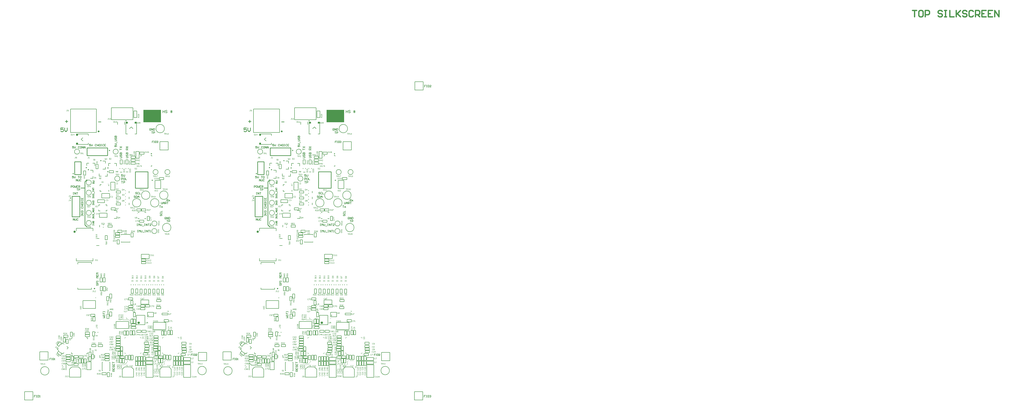
<source format=gto>
G04*
G04 #@! TF.GenerationSoftware,Altium Limited,Altium Designer,20.1.11 (218)*
G04*
G04 Layer_Color=65535*
%FSLAX24Y24*%
%MOIN*%
G70*
G04*
G04 #@! TF.SameCoordinates,2582DA11-84A4-45EB-A450-3A0221363A72*
G04*
G04*
G04 #@! TF.FilePolarity,Positive*
G04*
G01*
G75*
%ADD13C,0.0200*%
%ADD14C,0.0100*%
%ADD21C,0.0080*%
%ADD80C,0.0197*%
%ADD143C,0.0050*%
%ADD144C,0.0039*%
%ADD145C,0.0098*%
%ADD146C,0.0079*%
%ADD147C,0.0236*%
%ADD148C,0.0060*%
%ADD149C,0.0070*%
%ADD150C,0.0070*%
%ADD151C,0.0059*%
%ADD152C,0.0071*%
%ADD153C,0.0047*%
%ADD154R,0.0251X0.0236*%
%ADD155R,0.0262X0.0236*%
%ADD156R,0.0236X0.0251*%
%ADD157R,0.0236X0.0262*%
%ADD158R,0.2756X0.1969*%
D13*
X108975Y57550D02*
X109642D01*
X109308D01*
Y56550D01*
X110475Y57550D02*
X110141D01*
X109975Y57383D01*
Y56717D01*
X110141Y56550D01*
X110475D01*
X110641Y56717D01*
Y57383D01*
X110475Y57550D01*
X110975Y56550D02*
Y57550D01*
X111474D01*
X111641Y57383D01*
Y57050D01*
X111474Y56883D01*
X110975D01*
X113640Y57383D02*
X113474Y57550D01*
X113140D01*
X112974Y57383D01*
Y57216D01*
X113140Y57050D01*
X113474D01*
X113640Y56883D01*
Y56717D01*
X113474Y56550D01*
X113140D01*
X112974Y56717D01*
X113974Y57550D02*
X114307D01*
X114140D01*
Y56550D01*
X113974D01*
X114307D01*
X114807Y57550D02*
Y56550D01*
X115473D01*
X115806Y57550D02*
Y56550D01*
Y56883D01*
X116473Y57550D01*
X115973Y57050D01*
X116473Y56550D01*
X117472Y57383D02*
X117306Y57550D01*
X116973D01*
X116806Y57383D01*
Y57216D01*
X116973Y57050D01*
X117306D01*
X117472Y56883D01*
Y56717D01*
X117306Y56550D01*
X116973D01*
X116806Y56717D01*
X118472Y57383D02*
X118305Y57550D01*
X117972D01*
X117806Y57383D01*
Y56717D01*
X117972Y56550D01*
X118305D01*
X118472Y56717D01*
X118805Y56550D02*
Y57550D01*
X119305D01*
X119472Y57383D01*
Y57050D01*
X119305Y56883D01*
X118805D01*
X119139D02*
X119472Y56550D01*
X120471Y57550D02*
X119805D01*
Y56550D01*
X120471D01*
X119805Y57050D02*
X120138D01*
X121471Y57550D02*
X120805D01*
Y56550D01*
X121471D01*
X120805Y57050D02*
X121138D01*
X121804Y56550D02*
Y57550D01*
X122471Y56550D01*
Y57550D01*
D14*
X-13653Y40302D02*
G03*
X-13653Y40302I-39J0D01*
G01*
X-22311Y28213D02*
G03*
X-22311Y28213I-50J0D01*
G01*
X-12743Y1917D02*
G03*
X-12743Y1917I-14J0D01*
G01*
X-16211Y35662D02*
G03*
X-16211Y35662I-50J0D01*
G01*
X-6871Y1908D02*
G03*
X-6871Y1908I-14J0D01*
G01*
X-21221Y33896D02*
X-20721D01*
Y31896D02*
Y33896D01*
X-21721Y31896D02*
X-20721D01*
X-21721D02*
Y33896D01*
X-21221D01*
X-20737Y29807D02*
X-20120D01*
X-20117Y24022D02*
Y30776D01*
X-19785Y31108D01*
X-20117Y24022D02*
X-19785Y23690D01*
X-20921Y25313D02*
Y28513D01*
X-22121Y25313D02*
X-20921D01*
X-22121D02*
Y28513D01*
X-20921D01*
X-16559Y34879D02*
Y36079D01*
X-19759D02*
X-16559D01*
X-19759Y34879D02*
Y36079D01*
Y34879D02*
X-16559D01*
X-12232Y32329D02*
X-10263D01*
X-12232Y29770D02*
Y32329D01*
Y29770D02*
X-10263D01*
Y32329D01*
X-23463Y39220D02*
X-23863D01*
Y38920D01*
X-23663Y39020D01*
X-23563D01*
X-23463Y38920D01*
Y38720D01*
X-23563Y38620D01*
X-23763D01*
X-23863Y38720D01*
X-23263Y39220D02*
Y38820D01*
X-23063Y38620D01*
X-22863Y38820D01*
Y39220D01*
X-18001Y40132D02*
X-17601D01*
X-23173Y40211D02*
X-22773D01*
X-22973Y40411D02*
Y40011D01*
X14906Y40302D02*
G03*
X14906Y40302I-39J0D01*
G01*
X6248Y28213D02*
G03*
X6248Y28213I-50J0D01*
G01*
X15816Y1917D02*
G03*
X15816Y1917I-14J0D01*
G01*
X12348Y35662D02*
G03*
X12348Y35662I-50J0D01*
G01*
X21688Y1908D02*
G03*
X21688Y1908I-14J0D01*
G01*
X7338Y33896D02*
X7838D01*
Y31896D02*
Y33896D01*
X6838Y31896D02*
X7838D01*
X6838D02*
Y33896D01*
X7338D01*
X7822Y29807D02*
X8439D01*
X8442Y24022D02*
Y30776D01*
X8774Y31108D01*
X8442Y24022D02*
X8774Y23690D01*
X7638Y25313D02*
Y28513D01*
X6438Y25313D02*
X7638D01*
X6438D02*
Y28513D01*
X7638D01*
X12000Y34879D02*
Y36079D01*
X8800D02*
X12000D01*
X8800Y34879D02*
Y36079D01*
Y34879D02*
X12000D01*
X16327Y32329D02*
X18296D01*
X16327Y29770D02*
Y32329D01*
Y29770D02*
X18296D01*
Y32329D01*
X5096Y39220D02*
X4696D01*
Y38920D01*
X4896Y39020D01*
X4996D01*
X5096Y38920D01*
Y38720D01*
X4996Y38620D01*
X4796D01*
X4696Y38720D01*
X5296Y39220D02*
Y38820D01*
X5496Y38620D01*
X5696Y38820D01*
Y39220D01*
X10559Y40132D02*
X10958D01*
X5386Y40211D02*
X5786D01*
X5586Y40411D02*
Y40011D01*
D21*
X-22672Y2121D02*
X-21910D01*
X-23023Y2472D02*
X-22672Y2121D01*
X-23023Y1380D02*
Y2472D01*
X5887Y2121D02*
X6649D01*
X5537Y2472D02*
X5887Y2121D01*
X5537Y1380D02*
Y2472D01*
D80*
X-21634Y22961D02*
G03*
X-21634Y22961I-72J0D01*
G01*
X-18603Y14085D02*
G03*
X-18603Y14085I-14J0D01*
G01*
X-17913Y38642D02*
G03*
X-17913Y38642I-50J0D01*
G01*
X6925Y22961D02*
G03*
X6925Y22961I-72J0D01*
G01*
X9956Y14085D02*
G03*
X9956Y14085I-14J0D01*
G01*
X10646Y38642D02*
G03*
X10646Y38642I-50J0D01*
G01*
D143*
X-29511Y-3344D02*
X-28211D01*
Y-2044D01*
X-29511Y-3344D02*
Y-2044D01*
X-28211D01*
X31362Y45116D02*
X32662D01*
Y46416D01*
X31362Y45116D02*
Y46416D01*
X32662D01*
X31305Y-3344D02*
X32605D01*
Y-2044D01*
X31305Y-3344D02*
Y-2044D01*
X32605D01*
X-27811Y-2594D02*
X-28011D01*
Y-2744D01*
X-27911D01*
X-28011D01*
Y-2894D01*
X-27711Y-2594D02*
X-27612D01*
X-27662D01*
Y-2894D01*
X-27711D01*
X-27612D01*
X-27462Y-2594D02*
Y-2894D01*
X-27312D01*
X-27262Y-2844D01*
Y-2644D01*
X-27312Y-2594D01*
X-27462D01*
X-27162Y-2894D02*
X-27062D01*
X-27112D01*
Y-2594D01*
X-27162Y-2644D01*
X33061Y45866D02*
X32862D01*
Y45716D01*
X32962D01*
X32862D01*
Y45566D01*
X33161Y45866D02*
X33261D01*
X33211D01*
Y45566D01*
X33161D01*
X33261D01*
X33411Y45866D02*
Y45566D01*
X33561D01*
X33611Y45616D01*
Y45816D01*
X33561Y45866D01*
X33411D01*
X33911Y45566D02*
X33711D01*
X33911Y45766D01*
Y45816D01*
X33861Y45866D01*
X33761D01*
X33711Y45816D01*
X33005Y-2594D02*
X32805D01*
Y-2744D01*
X32905D01*
X32805D01*
Y-2894D01*
X33105Y-2594D02*
X33205D01*
X33155D01*
Y-2894D01*
X33105D01*
X33205D01*
X33355Y-2594D02*
Y-2894D01*
X33505D01*
X33555Y-2844D01*
Y-2644D01*
X33505Y-2594D01*
X33355D01*
X33655Y-2644D02*
X33705Y-2594D01*
X33805D01*
X33855Y-2644D01*
Y-2694D01*
X33805Y-2744D01*
X33755D01*
X33805D01*
X33855Y-2794D01*
Y-2844D01*
X33805Y-2894D01*
X33705D01*
X33655Y-2844D01*
X-17645Y26168D02*
G03*
X-17645Y26168I-20J0D01*
G01*
X-16457Y30439D02*
G03*
X-16457Y30439I-20J0D01*
G01*
X-8878Y23067D02*
G03*
X-8878Y23067I-394J0D01*
G01*
X-8865Y24254D02*
G03*
X-8865Y24254I-394J0D01*
G01*
X-7694Y39077D02*
G03*
X-7694Y39077I-660J0D01*
G01*
X-19095Y29067D02*
G03*
X-19095Y29067I-394J0D01*
G01*
Y27489D02*
G03*
X-19095Y27489I-394J0D01*
G01*
Y25911D02*
G03*
X-19095Y25911I-394J0D01*
G01*
Y24332D02*
G03*
X-19095Y24332I-394J0D01*
G01*
X-11892Y25809D02*
G03*
X-11892Y25809I-20J0D01*
G01*
X-10305Y9413D02*
G03*
X-10305Y9413I-24J0D01*
G01*
X-19095Y30646D02*
G03*
X-19095Y30646I-394J0D01*
G01*
X-11360Y27479D02*
G03*
X-11360Y27479I-660J0D01*
G01*
X-6678Y23618D02*
G03*
X-6678Y23618I-660J0D01*
G01*
X-9953Y28675D02*
G03*
X-9953Y28675I-660J0D01*
G01*
X-7138D02*
G03*
X-7138Y28675I-660J0D01*
G01*
X-8545Y27479D02*
G03*
X-8545Y27479I-660J0D01*
G01*
X-6835Y32288D02*
G03*
X-6835Y32288I-394J0D01*
G01*
X-8685D02*
G03*
X-8685Y32288I-394J0D01*
G01*
X-14906Y35479D02*
G03*
X-14906Y35479I-394J0D01*
G01*
X-20932D02*
G03*
X-20932Y35479I-394J0D01*
G01*
X-14658Y31268D02*
G03*
X-14658Y31268I-394J0D01*
G01*
X-25689Y1225D02*
G03*
X-25689Y1225I-660J0D01*
G01*
X-1165Y1270D02*
G03*
X-1165Y1270I-660J0D01*
G01*
X-2400Y4121D02*
X-1100D01*
X-2400Y2821D02*
Y4121D01*
X-1100Y2821D02*
Y4121D01*
X-2400Y2821D02*
X-1100D01*
X-8394Y37052D02*
X-7094D01*
X-8394Y35752D02*
Y37052D01*
X-7094Y35752D02*
Y37052D01*
X-8394Y35752D02*
X-7094D01*
X-27129Y4197D02*
X-25829D01*
X-27129Y2897D02*
Y4197D01*
X-25829Y2897D02*
Y4197D01*
X-27129Y2897D02*
X-25829D01*
X-23531Y3857D02*
X-23357Y4064D01*
X-23737Y4030D02*
X-23531Y3857D01*
X-23742Y5379D02*
X-23568Y5585D01*
X-23361Y5412D01*
X-24404Y4590D02*
X-24197Y4416D01*
X-24404Y4590D02*
X-24230Y4796D01*
X-22902Y5026D02*
X-22695Y4853D01*
X-22868Y4646D02*
X-22695Y4853D01*
X-7090Y2999D02*
Y3669D01*
X-7425Y2999D02*
Y3669D01*
X-7090D01*
X-7425Y2999D02*
X-7090D01*
X-6673Y2998D02*
Y3667D01*
X-7008Y2998D02*
Y3667D01*
X-6673D01*
X-7008Y2998D02*
X-6673D01*
X-18306Y21897D02*
X-17881D01*
X-18306Y20792D02*
X-17881D01*
X-4947Y4073D02*
Y4407D01*
X-4277Y4073D02*
Y4407D01*
X-4947D02*
X-4277D01*
X-4947Y4073D02*
X-4277D01*
X-13902Y39722D02*
Y40148D01*
X-15007Y39722D02*
Y40148D01*
X-15975Y40465D02*
Y40878D01*
Y41862D02*
Y42354D01*
X-12589Y40465D02*
Y42354D01*
X-15975D02*
X-12589D01*
X-15975Y40878D02*
Y41862D01*
Y40465D02*
X-12589D01*
X-19813Y1414D02*
X-19144D01*
Y2634D01*
X-19813D02*
X-19144D01*
X-19813Y1414D02*
Y2634D01*
X-16290Y3600D02*
Y3934D01*
X-16959Y3600D02*
Y3934D01*
Y3600D02*
X-16290D01*
X-16959Y3934D02*
X-16290D01*
X-18024Y5017D02*
X-17355D01*
X-18024Y5352D02*
X-17355D01*
Y5017D02*
Y5352D01*
X-18024Y5017D02*
Y5352D01*
X-20227Y2447D02*
Y3116D01*
X-19892Y2447D02*
Y3116D01*
X-20227Y2447D02*
X-19892D01*
X-20227Y3116D02*
X-19892D01*
X-20700Y2452D02*
Y3121D01*
X-21035Y2452D02*
Y3121D01*
X-20700D01*
X-21035Y2452D02*
X-20700D01*
X-20630Y2447D02*
Y3116D01*
X-20296Y2447D02*
Y3116D01*
X-20630Y2447D02*
X-20296D01*
X-20630Y3116D02*
X-20296D01*
X-16868Y27171D02*
X-16672D01*
Y26974D02*
Y27171D01*
X-17950D02*
X-17753D01*
X-17950Y26974D02*
Y27171D01*
Y26208D02*
X-17753D01*
X-17950D02*
Y26405D01*
X-16868Y26208D02*
X-16672D01*
Y26405D01*
X-22148Y1830D02*
X-21095D01*
X-22520Y1458D02*
X-22148Y1830D01*
X-21095D02*
X-20748Y1483D01*
Y255D02*
Y1483D01*
X-22520Y255D02*
X-20748D01*
X-22520D02*
Y1458D01*
X-23054Y2638D02*
X-22385D01*
X-23054Y2972D02*
X-22385D01*
Y2638D02*
Y2972D01*
X-23054Y2638D02*
Y2972D01*
Y3783D02*
X-22385D01*
X-23054Y3449D02*
X-22385D01*
X-23054D02*
Y3783D01*
X-22385Y3449D02*
Y3783D01*
Y3043D02*
Y3378D01*
X-23054Y3043D02*
Y3378D01*
Y3043D02*
X-22385D01*
X-23054Y3378D02*
X-22385D01*
X-16937Y15096D02*
Y15765D01*
X-17272Y15096D02*
Y15765D01*
X-16937D01*
X-17272Y15096D02*
X-16937D01*
X-17395Y15098D02*
Y15767D01*
X-17729Y15098D02*
Y15767D01*
X-17395D01*
X-17729Y15098D02*
X-17395D01*
X-16904Y13720D02*
Y14389D01*
X-17238Y13720D02*
Y14389D01*
X-16904D01*
X-17238Y13720D02*
X-16904D01*
X-16373Y12174D02*
Y12843D01*
X-16708Y12174D02*
Y12843D01*
X-16373D01*
X-16708Y12174D02*
X-16373D01*
X-17357Y13729D02*
Y14398D01*
X-17692Y13729D02*
Y14398D01*
X-17357D01*
X-17692Y13729D02*
X-17357D01*
X-16254Y12565D02*
Y13234D01*
X-15920Y12565D02*
Y13234D01*
X-16254Y12565D02*
X-15920D01*
X-16254Y13234D02*
X-15920D01*
X-18837Y23104D02*
Y23507D01*
X-21437D02*
X-18837D01*
X-21437Y23104D02*
Y23507D01*
Y18396D02*
Y18799D01*
Y18396D02*
X-18837D01*
Y18799D01*
X-16346Y9400D02*
Y10069D01*
X-16681Y9400D02*
Y10069D01*
X-16346D01*
X-16681Y9400D02*
X-16346D01*
X-12656Y6830D02*
X-12322D01*
X-12656Y7500D02*
X-12322D01*
X-12656Y6830D02*
Y7500D01*
X-12322Y6830D02*
Y7500D01*
X-12731Y6830D02*
Y7500D01*
X-13066Y6830D02*
Y7500D01*
X-12731D01*
X-13066Y6830D02*
X-12731D01*
X-14043Y6795D02*
X-13708D01*
X-14043Y7464D02*
X-13708D01*
X-14043Y6795D02*
Y7464D01*
X-13708Y6795D02*
Y7464D01*
X-13299Y6795D02*
Y7464D01*
X-13633Y6795D02*
Y7464D01*
X-13299D01*
X-13633Y6795D02*
X-13299D01*
X-12602Y8627D02*
Y9297D01*
X-12937Y8627D02*
Y9297D01*
X-12602D01*
X-12937Y8627D02*
X-12602D01*
X-17732Y29262D02*
Y29459D01*
Y29262D02*
X-17535D01*
X-17732D02*
Y29459D01*
Y29262D02*
X-17535D01*
X-17732Y30146D02*
Y30342D01*
X-17535D01*
X-16377Y29260D02*
Y29457D01*
X-16377Y30148D02*
Y30345D01*
X-17472Y28253D02*
X-16251D01*
X-17472D02*
Y28922D01*
X-16251D01*
Y28253D02*
Y28922D01*
X-17845Y25872D02*
X-16624D01*
Y25203D02*
Y25872D01*
X-17845Y25203D02*
X-16624D01*
X-17845D02*
Y25872D01*
X-16928Y22387D02*
X-16594D01*
X-16928Y21718D02*
X-16594D01*
Y22387D01*
X-16928Y21718D02*
Y22387D01*
X-16230Y10447D02*
X-15895D01*
X-16230Y9778D02*
X-15895D01*
Y10447D01*
X-16230Y9778D02*
Y10447D01*
X-16060Y29480D02*
Y30701D01*
X-15390D01*
Y29480D02*
Y30701D01*
X-16060Y29480D02*
X-15390D01*
X-21207Y13965D02*
Y14213D01*
Y13965D02*
X-19067D01*
Y14203D01*
X-21207Y17917D02*
Y18165D01*
X-19067D01*
Y17927D02*
Y18165D01*
X-14445Y21323D02*
Y21393D01*
X-13085Y21323D02*
Y21393D01*
X-14445Y21323D02*
X-13085D01*
X-13085Y22473D02*
Y22543D01*
X-14445Y22473D02*
Y22543D01*
X-14445D02*
X-13085D01*
X-15342Y22073D02*
Y22407D01*
X-14673Y22073D02*
Y22407D01*
X-15342D02*
X-14673D01*
X-15342Y22073D02*
X-14673D01*
X-15339Y22474D02*
X-14670D01*
X-15339Y22809D02*
X-14670D01*
Y22474D02*
Y22809D01*
X-15339Y22474D02*
Y22809D01*
X-14972Y22865D02*
Y23200D01*
X-14303Y22865D02*
Y23200D01*
X-14972D02*
X-14303D01*
X-14972Y22865D02*
X-14303D01*
X-12898Y22144D02*
X-12564D01*
X-12898Y22813D02*
X-12564D01*
X-12898Y22144D02*
Y22813D01*
X-12564Y22144D02*
Y22813D01*
X-14733Y21052D02*
Y21721D01*
X-15068Y21052D02*
Y21721D01*
X-14733D01*
X-15068Y21052D02*
X-14733D01*
X-16503Y23668D02*
X-15834D01*
X-16503Y24003D02*
X-15834D01*
Y23668D02*
Y24003D01*
X-16503Y23668D02*
Y24003D01*
X-11276Y18298D02*
X-10606D01*
X-11276Y17964D02*
X-10606D01*
X-11276D02*
Y18298D01*
X-10606Y17964D02*
Y18298D01*
X-11268Y18694D02*
X-10598D01*
X-11268Y18359D02*
X-10598D01*
X-11268D02*
Y18694D01*
X-10598Y18359D02*
Y18694D01*
X-10080Y18767D02*
Y19437D01*
X-11301D02*
X-10080D01*
X-11301Y18767D02*
Y19437D01*
Y18767D02*
X-10080D01*
X-10379Y24708D02*
Y25377D01*
X-10044Y24708D02*
Y25377D01*
X-10379Y24708D02*
X-10044D01*
X-10379Y25377D02*
X-10044D01*
X-19372Y6559D02*
Y6893D01*
X-20041Y6559D02*
Y6893D01*
Y6559D02*
X-19372D01*
X-20041Y6893D02*
X-19372D01*
X-12068Y8441D02*
X-10748D01*
X-12068Y9898D02*
X-10748D01*
Y8441D02*
Y9898D01*
X-12068Y8441D02*
Y9898D01*
X-24172Y5046D02*
X-23742Y5558D01*
X-24428Y5261D02*
X-23998Y5774D01*
X-23742Y5558D01*
X-24428Y5261D02*
X-24172Y5046D01*
X-12869Y14024D02*
X-12534D01*
X-12869Y13355D02*
X-12534D01*
Y14024D01*
X-12869Y13355D02*
Y14024D01*
X-7408Y6795D02*
Y7464D01*
X-7742Y6795D02*
Y7464D01*
X-7408D01*
X-7742Y6795D02*
X-7408D01*
X-11406Y3457D02*
X-11071D01*
X-11406Y2788D02*
X-11071D01*
Y3457D01*
X-11406Y2788D02*
Y3457D01*
X-11812Y2041D02*
X-11477D01*
X-11812Y2710D02*
X-11477D01*
X-11812Y2041D02*
Y2710D01*
X-11477Y2041D02*
Y2710D01*
X-10664Y2044D02*
Y2713D01*
X-10999Y2044D02*
Y2713D01*
X-10664D01*
X-10999Y2044D02*
X-10664D01*
X-10574Y2853D02*
X-9511D01*
X-10574D02*
Y3325D01*
X-9511D01*
Y2853D02*
Y3325D01*
X-11886Y2041D02*
Y2710D01*
X-12220Y2041D02*
Y2710D01*
X-11886D01*
X-12220Y2041D02*
X-11886D01*
X-12220Y2785D02*
Y3455D01*
X-11886Y2785D02*
Y3455D01*
X-12220Y2785D02*
X-11886D01*
X-12220Y3455D02*
X-11886D01*
X-11406Y2039D02*
X-11071D01*
X-11406Y2708D02*
X-11071D01*
X-11406Y2039D02*
Y2708D01*
X-11071Y2039D02*
Y2708D01*
X-10578Y2277D02*
X-9515D01*
X-10578D02*
Y2749D01*
X-9515D01*
Y2277D02*
Y2749D01*
X-10576Y208D02*
X-9474D01*
Y2176D01*
X-10576D02*
X-9474D01*
X-10576Y208D02*
Y2176D01*
X-20408Y10959D02*
Y12219D01*
X-18440Y10959D02*
Y12219D01*
X-20408Y10959D02*
X-18440D01*
X-20408Y12219D02*
X-18440D01*
X-19192Y9739D02*
Y10073D01*
X-18523Y9739D02*
Y10073D01*
X-19192D02*
X-18523D01*
X-19192Y9739D02*
X-18523D01*
X-18507Y8990D02*
Y9659D01*
X-18842Y8990D02*
Y9659D01*
X-18507D01*
X-18842Y8990D02*
X-18507D01*
X-18918Y6669D02*
Y7339D01*
X-18583Y6669D02*
Y7339D01*
X-18918Y6669D02*
X-18583D01*
X-18918Y7339D02*
X-18583D01*
X-22217Y2822D02*
X-21883D01*
X-22217Y3492D02*
X-21883D01*
X-22217Y2822D02*
Y3492D01*
X-21883Y2822D02*
Y3492D01*
X-22749Y6460D02*
Y6794D01*
X-23419Y6460D02*
Y6794D01*
Y6460D02*
X-22749D01*
X-23419Y6794D02*
X-22749D01*
X-22372Y7287D02*
X-22038D01*
X-22372Y6618D02*
X-22038D01*
Y7287D01*
X-22372Y6618D02*
Y7287D01*
X-23043Y5499D02*
Y6169D01*
X-22709Y5499D02*
Y6169D01*
X-23043Y5499D02*
X-22709D01*
X-23043Y6169D02*
X-22709D01*
X-11266Y26540D02*
X-10597D01*
X-11266Y26205D02*
X-10597D01*
X-11266D02*
Y26540D01*
X-10597Y26205D02*
Y26540D01*
X-12005Y26205D02*
X-11336D01*
X-12005Y26540D02*
X-11336D01*
Y26205D02*
Y26540D01*
X-12005Y26205D02*
Y26540D01*
X-11813Y25012D02*
Y25081D01*
Y25012D02*
X-11616D01*
X-10593D02*
Y25081D01*
X-10789Y25012D02*
X-10593D01*
Y25947D02*
Y26016D01*
X-10789D02*
X-10593D01*
X-11813Y25947D02*
Y26016D01*
X-11616D01*
X-11560Y24454D02*
X-10891D01*
X-11560Y24788D02*
X-10891D01*
Y24454D02*
Y24788D01*
X-11560Y24454D02*
Y24788D01*
X-11545Y35065D02*
X-10876D01*
X-11545Y35400D02*
X-10876D01*
Y35065D02*
Y35400D01*
X-11545Y35065D02*
Y35400D01*
X-18579Y3680D02*
X-18575Y3273D01*
X-17784Y3688D02*
X-17779Y3280D01*
X-19481Y4124D02*
X-19146D01*
X-19481Y3455D02*
X-19146D01*
Y4124D01*
X-19481Y3455D02*
Y4124D01*
X-18713Y3105D02*
Y3774D01*
X-19047Y3105D02*
Y3774D01*
X-18713D01*
X-19047Y3105D02*
X-18713D01*
X-19146Y2755D02*
Y3424D01*
X-19481Y2755D02*
Y3424D01*
X-19146D01*
X-19481Y2755D02*
X-19146D01*
X-16191Y1226D02*
Y2586D01*
X-16261Y2586D02*
X-16191D01*
X-16261Y1226D02*
X-16191D01*
X-17411Y1226D02*
Y2586D01*
Y1226D02*
X-17341D01*
X-17411Y2586D02*
X-17341D01*
X-16617Y318D02*
Y987D01*
X-16282Y318D02*
Y987D01*
X-16617Y318D02*
X-16282D01*
X-16617Y987D02*
X-16282D01*
X-17453Y929D02*
X-16784D01*
X-17453Y594D02*
X-16784D01*
X-17453D02*
Y929D01*
X-16784Y594D02*
Y929D01*
X-19372Y6944D02*
Y7279D01*
X-20041Y6944D02*
Y7279D01*
Y6944D02*
X-19372D01*
X-20041Y7279D02*
X-19372D01*
X-20358Y3247D02*
Y3582D01*
X-21027Y3247D02*
Y3582D01*
Y3247D02*
X-20358D01*
X-21027Y3582D02*
X-20358D01*
X-9417Y4681D02*
X-8748D01*
X-9417Y4346D02*
X-8748D01*
X-9417D02*
Y4681D01*
X-8748Y4346D02*
Y4681D01*
Y4749D02*
Y5083D01*
X-9417Y4749D02*
Y5083D01*
Y4749D02*
X-8748D01*
X-9417Y5083D02*
X-8748D01*
X-8671Y5152D02*
Y5487D01*
X-9341Y5152D02*
Y5487D01*
Y5152D02*
X-8671D01*
X-9341Y5487D02*
X-8671D01*
Y5551D02*
Y5885D01*
X-9341Y5551D02*
Y5885D01*
Y5551D02*
X-8671D01*
X-9341Y5885D02*
X-8671D01*
X-9334Y5958D02*
X-8665D01*
X-9334Y6293D02*
X-8665D01*
Y5958D02*
Y6293D01*
X-9334Y5958D02*
Y6293D01*
X-9329Y6374D02*
Y6709D01*
X-8659Y6374D02*
Y6709D01*
X-9329D02*
X-8659D01*
X-9329Y6374D02*
X-8659D01*
X-8176Y13325D02*
Y13994D01*
X-7842Y13325D02*
Y13994D01*
X-8176Y13325D02*
X-7842D01*
X-8176Y13994D02*
X-7842D01*
X-8856Y13335D02*
Y14004D01*
X-8521Y13335D02*
Y14004D01*
X-8856Y13335D02*
X-8521D01*
X-8856Y14004D02*
X-8521D01*
X-9504Y13335D02*
Y14004D01*
X-9169Y13335D02*
Y14004D01*
X-9504Y13335D02*
X-9169D01*
X-9504Y14004D02*
X-9169D01*
X-10194Y13343D02*
Y14012D01*
X-9859Y13343D02*
Y14012D01*
X-10194Y13343D02*
X-9859D01*
X-10194Y14012D02*
X-9859D01*
X-10841Y14012D02*
X-10507D01*
X-10841Y13343D02*
X-10507D01*
Y14012D01*
X-10841Y13343D02*
Y14012D01*
X-11508Y13350D02*
Y14019D01*
X-11173Y13350D02*
Y14019D01*
X-11508Y13350D02*
X-11173D01*
X-11508Y14019D02*
X-11173D01*
X-12170Y13364D02*
Y14033D01*
X-11836Y13364D02*
Y14033D01*
X-12170Y13364D02*
X-11836D01*
X-12170Y14033D02*
X-11836D01*
X-8231Y12043D02*
Y12378D01*
X-8900Y12043D02*
Y12378D01*
Y12043D02*
X-8231D01*
X-8900Y12378D02*
X-8231D01*
X-8256Y10947D02*
Y11282D01*
X-8926Y10947D02*
Y11282D01*
Y10947D02*
X-8256D01*
X-8926Y11282D02*
X-8256D01*
X-10663Y11214D02*
X-9994D01*
X-10663Y11549D02*
X-9994D01*
Y11214D02*
Y11549D01*
X-10663Y11214D02*
Y11549D01*
X-10329Y9673D02*
X-9409D01*
X-10329Y10383D02*
X-9409D01*
X-10329Y9673D02*
Y10383D01*
X-9409Y9673D02*
Y10383D01*
X-11402Y11121D02*
X-10733D01*
X-11402Y10786D02*
X-10733D01*
X-11402D02*
Y11121D01*
X-10733Y10786D02*
Y11121D01*
X-11402Y11549D02*
X-10733D01*
X-11402Y11214D02*
X-10733D01*
X-11402D02*
Y11549D01*
X-10733Y11214D02*
Y11549D01*
X-11361Y11650D02*
X-10141D01*
X-11361D02*
Y12319D01*
X-10141D01*
Y11650D02*
Y12319D01*
X-12942Y12211D02*
X-12607D01*
X-12942Y11542D02*
X-12607D01*
Y12211D01*
X-12942Y11542D02*
Y12211D01*
X-13302Y12290D02*
X-12633D01*
X-13302Y12624D02*
X-12633D01*
Y12290D02*
Y12624D01*
X-13302Y12290D02*
Y12624D01*
X-13284Y11119D02*
X-12615D01*
X-13284Y11453D02*
X-12615D01*
Y11119D02*
Y11453D01*
X-13284Y11119D02*
Y11453D01*
Y10704D02*
X-12615D01*
X-13284Y11038D02*
X-12615D01*
Y10704D02*
Y11038D01*
X-13284Y10704D02*
Y11038D01*
X-12526Y9657D02*
Y10327D01*
X-12192Y9657D02*
Y10327D01*
X-12526Y9657D02*
X-12192D01*
X-12526Y10327D02*
X-12192D01*
Y8627D02*
Y9297D01*
X-12526Y8627D02*
Y9297D01*
X-12192D01*
X-12526Y8627D02*
X-12192D01*
X-15238Y8947D02*
X-13269D01*
Y7845D02*
Y8947D01*
X-15238Y7845D02*
X-13269D01*
X-15238D02*
Y8947D01*
X-12843Y8228D02*
X-12174D01*
X-12843Y8563D02*
X-12174D01*
Y8228D02*
Y8563D01*
X-12843Y8228D02*
Y8563D01*
X-12847Y7821D02*
X-12178D01*
X-12847Y8156D02*
X-12178D01*
Y7821D02*
Y8156D01*
X-12847Y7821D02*
Y8156D01*
X-12018Y7250D02*
Y7585D01*
X-11349Y7250D02*
Y7585D01*
X-12018D02*
X-11349D01*
X-12018Y7250D02*
X-11349D01*
X-9094Y4280D02*
X-8759D01*
X-9094Y3610D02*
X-8759D01*
Y4280D01*
X-9094Y3610D02*
Y4280D01*
X-8680Y4329D02*
X-8346D01*
X-8680Y3660D02*
X-8346D01*
Y4329D01*
X-8680Y3660D02*
Y4329D01*
Y5063D02*
X-8346D01*
X-8680Y4393D02*
X-8346D01*
Y5063D01*
X-8680Y4393D02*
Y5063D01*
X-8617Y3547D02*
X-7948D01*
X-8617Y3212D02*
X-7948D01*
X-8617D02*
Y3547D01*
X-7948Y3212D02*
Y3547D01*
X-9348D02*
X-8679D01*
X-9348Y3212D02*
X-8679D01*
X-9348D02*
Y3547D01*
X-8679Y3212D02*
Y3547D01*
X-8688Y2472D02*
X-8354D01*
X-8688Y3141D02*
X-8354D01*
X-8688Y2472D02*
Y3141D01*
X-8354Y2472D02*
Y3141D01*
X-8286Y2472D02*
X-7951D01*
X-8286Y3141D02*
X-7951D01*
X-8286Y2472D02*
Y3141D01*
X-7951Y2472D02*
Y3141D01*
X-7875Y3741D02*
X-7541D01*
X-7875Y3071D02*
X-7541D01*
Y3741D01*
X-7875Y3071D02*
Y3741D01*
X-8398Y250D02*
Y1453D01*
Y250D02*
X-6626D01*
Y1478D01*
X-6973Y1824D02*
X-6626Y1478D01*
X-8398Y1453D02*
X-8026Y1824D01*
X-6973D01*
X-6304Y3505D02*
X-5969D01*
X-6304Y2836D02*
X-5969D01*
Y3505D01*
X-6304Y2836D02*
Y3505D01*
X-4782Y2082D02*
Y2751D01*
X-5117Y2082D02*
Y2751D01*
X-4782D01*
X-5117Y2082D02*
X-4782D01*
X-5512D02*
X-5178D01*
X-5512Y2751D02*
X-5178D01*
X-5512Y2082D02*
Y2751D01*
X-5178Y2082D02*
Y2751D01*
X-5579Y2082D02*
Y2751D01*
X-5913Y2082D02*
Y2751D01*
X-5579D01*
X-5913Y2082D02*
X-5579D01*
X-6301D02*
X-5966D01*
X-6301Y2751D02*
X-5966D01*
X-6301Y2082D02*
Y2751D01*
X-5966Y2082D02*
Y2751D01*
X-5916Y2834D02*
Y3503D01*
X-5582Y2834D02*
Y3503D01*
X-5916Y2834D02*
X-5582D01*
X-5916Y3503D02*
X-5582D01*
X-5515Y2836D02*
Y3505D01*
X-5181Y2836D02*
Y3505D01*
X-5515Y2836D02*
X-5181D01*
X-5515Y3505D02*
X-5181D01*
X-5120Y3501D02*
X-4785D01*
X-5120Y2832D02*
X-4785D01*
Y3501D01*
X-5120Y2832D02*
Y3501D01*
X-4700Y193D02*
Y2161D01*
X-3597D01*
Y193D02*
Y2161D01*
X-4700Y193D02*
X-3597D01*
X-3640Y2258D02*
Y2730D01*
X-4703D02*
X-3640D01*
X-4703Y2258D02*
Y2730D01*
Y2258D02*
X-3640D01*
X-3636Y2841D02*
Y3314D01*
X-4699D02*
X-3636D01*
X-4699Y2841D02*
Y3314D01*
Y2841D02*
X-3636D01*
X-5116Y3608D02*
Y3943D01*
X-4447Y3608D02*
Y3943D01*
X-5116D02*
X-4447D01*
X-5116Y3608D02*
X-4447D01*
X-4957Y4473D02*
Y4808D01*
X-4288Y4473D02*
Y4808D01*
X-4957D02*
X-4288D01*
X-4957Y4473D02*
X-4288D01*
X-4996Y4877D02*
Y5212D01*
X-4326Y4877D02*
Y5212D01*
X-4996D02*
X-4326D01*
X-4996Y4877D02*
X-4326D01*
X-4991Y5358D02*
Y5693D01*
X-4322Y5358D02*
Y5693D01*
X-4991D02*
X-4322D01*
X-4991Y5358D02*
X-4322D01*
X-8063Y9988D02*
X-7123D01*
X-8063Y10225D02*
X-7123D01*
X-8063Y9988D02*
Y10225D01*
X-7123Y9988D02*
Y10225D01*
X-6769Y6871D02*
X-6434D01*
X-6769Y7541D02*
X-6434D01*
X-6769Y6871D02*
Y7541D01*
X-6434Y6871D02*
Y7541D01*
X-7178Y6870D02*
X-6843D01*
X-7178Y7539D02*
X-6843D01*
X-7178Y6870D02*
Y7539D01*
X-6843Y6870D02*
Y7539D01*
X-7754Y8887D02*
Y9222D01*
X-7085Y8887D02*
Y9222D01*
X-7754D02*
X-7085D01*
X-7754Y8887D02*
X-7085D01*
X-9439Y8789D02*
X-7470D01*
Y7687D02*
Y8789D01*
X-9439Y7687D02*
X-7470D01*
X-9439D02*
Y8789D01*
X-8152Y6795D02*
X-7817D01*
X-8152Y7464D02*
X-7817D01*
X-8152Y6795D02*
Y7464D01*
X-7817Y6795D02*
Y7464D01*
X-11211Y7585D02*
X-10542D01*
X-11211Y7250D02*
X-10542D01*
X-11211D02*
Y7585D01*
X-10542Y7250D02*
Y7585D01*
X-10723Y4946D02*
Y5280D01*
X-10054Y4946D02*
Y5280D01*
X-10723D02*
X-10054D01*
X-10723Y4946D02*
X-10054D01*
X-10838Y5357D02*
Y5692D01*
X-10169Y5357D02*
Y5692D01*
X-10838D02*
X-10169D01*
X-10838Y5357D02*
X-10169D01*
X-10767Y4517D02*
Y4852D01*
X-10097Y4517D02*
Y4852D01*
X-10767D02*
X-10097D01*
X-10767Y4517D02*
X-10097D01*
X-10789Y4107D02*
Y4442D01*
X-10120Y4107D02*
Y4442D01*
X-10789D02*
X-10120D01*
X-10789Y4107D02*
X-10120D01*
X-11019Y3713D02*
Y4048D01*
X-10350Y3713D02*
Y4048D01*
X-11019D02*
X-10350D01*
X-11019Y3713D02*
X-10350D01*
X-10997Y3460D02*
X-10663D01*
X-10997Y2790D02*
X-10663D01*
Y3460D01*
X-10997Y2790D02*
Y3460D01*
X-11814Y2789D02*
Y3458D01*
X-11479Y2789D02*
Y3458D01*
X-11814Y2789D02*
X-11479D01*
X-11814Y3458D02*
X-11479D01*
X-14542Y4341D02*
Y5010D01*
X-14208Y4341D02*
Y5010D01*
X-14542Y4341D02*
X-14208D01*
X-14542Y5010D02*
X-14208D01*
X-16959Y3196D02*
Y3531D01*
X-16290Y3196D02*
Y3531D01*
X-16959D02*
X-16290D01*
X-16959Y3196D02*
X-16290D01*
X-13302Y2987D02*
X-12968D01*
X-13302Y3656D02*
X-12968D01*
X-13302Y2987D02*
Y3656D01*
X-12968Y2987D02*
Y3656D01*
X-14261Y2453D02*
X-13926D01*
X-14261Y3122D02*
X-13926D01*
X-14261Y2453D02*
Y3122D01*
X-13926Y2453D02*
Y3122D01*
X-14282Y255D02*
Y1458D01*
Y255D02*
X-12510D01*
Y1483D01*
X-12857Y1830D02*
X-12510Y1483D01*
X-14282Y1458D02*
X-13910Y1830D01*
X-12857D01*
X-14663Y2458D02*
X-14328D01*
X-14663Y3127D02*
X-14328D01*
X-14663Y2458D02*
Y3127D01*
X-14328Y2458D02*
Y3127D01*
X-14605Y3528D02*
X-13936D01*
X-14605Y3194D02*
X-13936D01*
X-14605D02*
Y3528D01*
X-13936Y3194D02*
Y3528D01*
X-14679Y3194D02*
Y3528D01*
X-15348Y3194D02*
Y3528D01*
Y3194D02*
X-14679D01*
X-15348Y3528D02*
X-14679D01*
X-14950Y4271D02*
X-14616D01*
X-14950Y3602D02*
X-14616D01*
Y4271D01*
X-14950Y3602D02*
Y4271D01*
X-14617Y4346D02*
Y4680D01*
X-15287Y4346D02*
Y4680D01*
Y4346D02*
X-14617D01*
X-15287Y4680D02*
X-14617D01*
X-14617Y4735D02*
Y5070D01*
X-15286Y4735D02*
Y5070D01*
Y4735D02*
X-14617D01*
X-15286Y5070D02*
X-14617D01*
X-15236Y5469D02*
X-14567D01*
X-15236Y5134D02*
X-14567D01*
X-15236D02*
Y5469D01*
X-14567Y5134D02*
Y5469D01*
X-14574Y5528D02*
Y5863D01*
X-15243Y5528D02*
Y5863D01*
Y5528D02*
X-14574D01*
X-15243Y5863D02*
X-14574D01*
X-15237Y6333D02*
Y6667D01*
X-14567Y6333D02*
Y6667D01*
X-15237D02*
X-14567D01*
X-15237Y6333D02*
X-14567D01*
X-15490Y33644D02*
X-15160D01*
Y33250D02*
Y33644D01*
X-16421Y33641D02*
X-16092D01*
X-16421Y33247D02*
Y33641D01*
X-16012Y26375D02*
X-15343D01*
X-16012Y26710D02*
X-15343D01*
Y26375D02*
Y26710D01*
X-16012Y26375D02*
Y26710D01*
X-18110Y27496D02*
X-17047D01*
X-18110D02*
Y27969D01*
X-17047D01*
Y27496D02*
Y27969D01*
X-15099Y25026D02*
Y25356D01*
X-15532Y25026D02*
X-15099D01*
Y25957D02*
Y26286D01*
X-15532D02*
X-15099D01*
X-15208Y27145D02*
X-14539D01*
X-15208Y27480D02*
X-14539D01*
Y27145D02*
Y27480D01*
X-15208Y27145D02*
Y27480D01*
Y28074D02*
X-14539D01*
X-15208Y28408D02*
X-14539D01*
Y28074D02*
Y28408D01*
X-15208Y28074D02*
Y28408D01*
Y29337D02*
X-14539D01*
X-15208Y29002D02*
X-14539D01*
X-15208D02*
Y29337D01*
X-14539Y29002D02*
Y29337D01*
X-22353Y42132D02*
X-18303D01*
X-22353Y38472D02*
Y42132D01*
Y38472D02*
X-18303D01*
Y42132D01*
X-12870Y39342D02*
X-12604Y39076D01*
X-13135D02*
X-12870Y39342D01*
X-13696Y38254D02*
Y40109D01*
X-12043Y38254D02*
Y40109D01*
X-13696Y38254D02*
X-13446D01*
X-13696Y40109D02*
X-13446D01*
X-12293Y38254D02*
X-12043D01*
X-13446Y39898D02*
Y40109D01*
X-13657Y39898D02*
X-13446D01*
X-12293D02*
X-12082D01*
X-12293D02*
Y40109D01*
X-12043D01*
X-7814Y31098D02*
Y31433D01*
X-8483Y31098D02*
Y31433D01*
Y31098D02*
X-7814D01*
X-8483Y31433D02*
X-7814D01*
X-11653Y34455D02*
Y35518D01*
X-12126Y34455D02*
X-11653D01*
X-12126D02*
Y35518D01*
X-11653D01*
X-14619Y33532D02*
Y34201D01*
X-14284Y33532D02*
Y34201D01*
X-14619Y33532D02*
X-14284D01*
X-14619Y34201D02*
X-14284D01*
X-13698Y33532D02*
Y34201D01*
X-13364Y33532D02*
Y34201D01*
X-13698Y33532D02*
X-13364D01*
X-13698Y34201D02*
X-13364D01*
X-12909Y33975D02*
X-12239D01*
X-12909Y34309D02*
X-12239D01*
Y33975D02*
Y34309D01*
X-12909Y33975D02*
Y34309D01*
X-12910Y33511D02*
X-12240D01*
X-12910Y33846D02*
X-12240D01*
Y33511D02*
Y33846D01*
X-12910Y33511D02*
Y33846D01*
X-23459Y5699D02*
Y6368D01*
X-23124Y5699D02*
Y6368D01*
X-23459Y5699D02*
X-23124D01*
X-23459Y6368D02*
X-23124D01*
X-14542Y3608D02*
Y4277D01*
X-14208Y3608D02*
Y4277D01*
X-14542Y3608D02*
X-14208D01*
X-14542Y4277D02*
X-14208D01*
X-15239Y5931D02*
X-14570D01*
X-15239Y6265D02*
X-14570D01*
Y5931D02*
Y6265D01*
X-15239Y5931D02*
Y6265D01*
X-18366Y5017D02*
Y5352D01*
X-19036Y5017D02*
Y5352D01*
Y5017D02*
X-18366D01*
X-19036Y5352D02*
X-18366D01*
X-24419Y4040D02*
X-23907Y3610D01*
X-24204Y4296D02*
X-23691Y3866D01*
X-23907Y3610D02*
X-23691Y3866D01*
X-24419Y4040D02*
X-24204Y4296D01*
X-21811Y2472D02*
X-21476D01*
X-21811Y3141D02*
X-21476D01*
X-21811Y2472D02*
Y3141D01*
X-21476Y2472D02*
Y3141D01*
X-21795Y3592D02*
X-21126D01*
X-21795Y3257D02*
X-21126D01*
X-21795D02*
Y3592D01*
X-21126Y3257D02*
Y3592D01*
X-21811Y2406D02*
X-21141D01*
X-21811Y2071D02*
X-21141D01*
X-21811D02*
Y2406D01*
X-21141Y2071D02*
Y2406D01*
X-16959Y2799D02*
Y3133D01*
X-16290Y2799D02*
Y3133D01*
X-16959D02*
X-16290D01*
X-16959Y2799D02*
X-16290D01*
X-17877Y31636D02*
X-17539D01*
X-17877D02*
Y32029D01*
X-16929Y31640D02*
X-16591D01*
Y32034D01*
X-16900Y32727D02*
Y33064D01*
X-17294Y32727D02*
X-16900D01*
X-16905Y33675D02*
Y34012D01*
X-17298D02*
X-16905D01*
X-16315Y32175D02*
X-15646D01*
X-16315Y32510D02*
X-15646D01*
Y32175D02*
Y32510D01*
X-16315Y32175D02*
Y32510D01*
X-18039Y32821D02*
Y33490D01*
X-18374Y32821D02*
Y33490D01*
X-18039D01*
X-18374Y32821D02*
X-18039D01*
X-12909Y34767D02*
X-12239D01*
X-12909Y34433D02*
X-12239D01*
X-12909D02*
Y34767D01*
X-12239Y34433D02*
Y34767D01*
X-18873Y33688D02*
X-18536D01*
Y33294D02*
Y33688D01*
X-19821Y33683D02*
X-19484D01*
X-19821Y33289D02*
Y33683D01*
X-20318Y31815D02*
Y32484D01*
X-19983Y31815D02*
Y32484D01*
X-20318Y31815D02*
X-19983D01*
X-20318Y32484D02*
X-19983D01*
X-19239Y32580D02*
X-18845D01*
Y32251D02*
Y32580D01*
X-19236Y31320D02*
X-18842D01*
Y31649D01*
X-20659Y37416D02*
X-20393Y37682D01*
X-20659Y37416D02*
X-20393Y37150D01*
X-21426Y36589D02*
X-19571D01*
X-21426Y38243D02*
X-19571D01*
Y36589D02*
Y36840D01*
X-21426Y36589D02*
Y36840D01*
X-19571Y37992D02*
Y38243D01*
X-21426Y36840D02*
X-21215D01*
Y36629D02*
Y36840D01*
Y37992D02*
Y38204D01*
X-21426Y37992D02*
X-21215D01*
X-21426D02*
Y38243D01*
X-12471Y40789D02*
Y41852D01*
X-11998D01*
Y40789D02*
Y41852D01*
X-12471Y40789D02*
X-11998D01*
X-12900Y2988D02*
X-12566D01*
X-12900Y3657D02*
X-12566D01*
X-12900Y2988D02*
Y3657D01*
X-12566Y2988D02*
Y3657D01*
X-13782Y2980D02*
Y3649D01*
X-13447Y2980D02*
Y3649D01*
X-13782Y2980D02*
X-13447D01*
X-13782Y3649D02*
X-13447D01*
X-7434Y25188D02*
X-7484Y25238D01*
X-7584D01*
X-7633Y25188D01*
Y24988D01*
X-7584Y24938D01*
X-7484D01*
X-7434Y24988D01*
Y25088D01*
X-7534D01*
X-7334Y24938D02*
Y25238D01*
X-7134Y24938D01*
Y25238D01*
X-7034D02*
Y24938D01*
X-6884D01*
X-6834Y24988D01*
Y25188D01*
X-6884Y25238D01*
X-7034D01*
X-7334Y24758D02*
X-7134D01*
X-7234D01*
Y24458D01*
X-7034D02*
Y24758D01*
X-6884D01*
X-6834Y24708D01*
Y24608D01*
X-6884Y24558D01*
X-7034D01*
X-8461Y27047D02*
X-8261D01*
X-8361D01*
Y26747D01*
X-8161Y26947D02*
X-7961Y26747D01*
X-8061Y26847D01*
X-7961Y26947D01*
X-8161Y26747D01*
X-21870Y31648D02*
X-22070D01*
Y31499D01*
X-21970Y31549D01*
X-21920D01*
X-21870Y31499D01*
Y31399D01*
X-21920Y31349D01*
X-22020D01*
X-22070Y31399D01*
X-21770Y31648D02*
Y31449D01*
X-21670Y31349D01*
X-21570Y31449D01*
Y31648D01*
X-21170D02*
X-20971D01*
X-21071D01*
Y31349D01*
X-20721Y31648D02*
X-20821D01*
X-20871Y31599D01*
Y31399D01*
X-20821Y31349D01*
X-20721D01*
X-20671Y31399D01*
Y31599D01*
X-20721Y31648D01*
X-21470Y30869D02*
Y31169D01*
X-21270Y30869D01*
Y31169D01*
X-21170D02*
Y30919D01*
X-21121Y30869D01*
X-21021D01*
X-20971Y30919D01*
Y31169D01*
X-20671Y31119D02*
X-20721Y31169D01*
X-20821D01*
X-20871Y31119D01*
Y30919D01*
X-20821Y30869D01*
X-20721D01*
X-20671Y30919D01*
X-11989Y29098D02*
X-12039Y29148D01*
X-12139D01*
X-12189Y29098D01*
Y29048D01*
X-12139Y28998D01*
X-12039D01*
X-11989Y28948D01*
Y28898D01*
X-12039Y28848D01*
X-12139D01*
X-12189Y28898D01*
X-11689Y29098D02*
X-11739Y29148D01*
X-11839D01*
X-11889Y29098D01*
Y28898D01*
X-11839Y28848D01*
X-11739D01*
X-11689Y28898D01*
X-11589Y29148D02*
Y28848D01*
X-11389D01*
X-12244Y28529D02*
X-12294Y28579D01*
X-12394D01*
X-12444Y28529D01*
Y28479D01*
X-12394Y28429D01*
X-12294D01*
X-12244Y28379D01*
Y28329D01*
X-12294Y28279D01*
X-12394D01*
X-12444Y28329D01*
X-12144Y28579D02*
Y28279D01*
X-11994D01*
X-11944Y28329D01*
Y28529D01*
X-11994Y28579D01*
X-12144D01*
X-11845Y28279D02*
Y28479D01*
X-11745Y28579D01*
X-11645Y28479D01*
Y28279D01*
Y28429D01*
X-11845D01*
X-11973Y24204D02*
X-11873D01*
X-11923D01*
Y23904D01*
X-11973D01*
X-11873D01*
X-11723D02*
Y24204D01*
X-11623Y24104D01*
X-11523Y24204D01*
Y23904D01*
X-11423Y24204D02*
Y23954D01*
X-11373Y23904D01*
X-11273D01*
X-11223Y23954D01*
Y24204D01*
X-11123Y23854D02*
X-10923D01*
X-10823Y24204D02*
X-10723D01*
X-10773D01*
Y23904D01*
X-10823D01*
X-10723D01*
X-10573D02*
Y24204D01*
X-10373Y23904D01*
Y24204D01*
X-10273D02*
X-10073D01*
X-10173D01*
Y23904D01*
X-9773D02*
X-9973D01*
X-9773Y24104D01*
Y24154D01*
X-9823Y24204D01*
X-9923D01*
X-9973Y24154D01*
X-7328Y27741D02*
Y28041D01*
X-7178D01*
X-7128Y27991D01*
Y27891D01*
X-7178Y27841D01*
X-7328D01*
X-7228D02*
X-7128Y27741D01*
X-7028Y27941D02*
X-6828Y27741D01*
X-6928Y27841D01*
X-6828Y27941D01*
X-7028Y27741D01*
X-8198Y27601D02*
Y27352D01*
X-8148Y27302D01*
X-8048D01*
X-7998Y27352D01*
Y27601D01*
X-7898Y27302D02*
Y27502D01*
X-7798Y27601D01*
X-7698Y27502D01*
Y27302D01*
Y27452D01*
X-7898D01*
X-7598Y27302D02*
Y27601D01*
X-7448D01*
X-7398Y27551D01*
Y27452D01*
X-7448Y27402D01*
X-7598D01*
X-7498D02*
X-7398Y27302D01*
X-7298Y27601D02*
X-7098D01*
X-7198D01*
Y27302D01*
X-22280Y29888D02*
Y30187D01*
X-22130D01*
X-22080Y30137D01*
Y30037D01*
X-22130Y29987D01*
X-22280D01*
X-21830Y30187D02*
X-21930D01*
X-21980Y30137D01*
Y29938D01*
X-21930Y29888D01*
X-21830D01*
X-21780Y29938D01*
Y30137D01*
X-21830Y30187D01*
X-21680D02*
Y29888D01*
X-21580Y29987D01*
X-21480Y29888D01*
Y30187D01*
X-21180D02*
X-21380D01*
Y29888D01*
X-21180D01*
X-21380Y30037D02*
X-21280D01*
X-21080Y29888D02*
Y30187D01*
X-20930D01*
X-20880Y30137D01*
Y30037D01*
X-20930Y29987D01*
X-21080D01*
X-20980D02*
X-20880Y29888D01*
X-21380Y29708D02*
X-21180D01*
X-21280D01*
Y29408D01*
X-21080D02*
Y29708D01*
X-20930D01*
X-20880Y29658D01*
Y29558D01*
X-20930Y29508D01*
X-21080D01*
X-8309Y25641D02*
X-8359Y25591D01*
Y25491D01*
X-8309Y25441D01*
X-8259D01*
X-8209Y25491D01*
Y25591D01*
X-8159Y25641D01*
X-8109D01*
X-8059Y25591D01*
Y25491D01*
X-8109Y25441D01*
X-8309Y25940D02*
X-8359Y25890D01*
Y25790D01*
X-8309Y25740D01*
X-8109D01*
X-8059Y25790D01*
Y25890D01*
X-8109Y25940D01*
X-8359Y26040D02*
X-8059D01*
Y26240D01*
X-9808Y39040D02*
X-9858Y39090D01*
X-9958D01*
X-10008Y39040D01*
Y38840D01*
X-9958Y38790D01*
X-9858D01*
X-9808Y38840D01*
Y38940D01*
X-9908D01*
X-9708Y38790D02*
Y39090D01*
X-9508Y38790D01*
Y39090D01*
X-9408D02*
Y38790D01*
X-9258D01*
X-9208Y38840D01*
Y39040D01*
X-9258Y39090D01*
X-9408D01*
X-9708Y38610D02*
X-9508D01*
X-9608D01*
Y38310D01*
X-9408D02*
Y38610D01*
X-9258D01*
X-9208Y38560D01*
Y38460D01*
X-9258Y38410D01*
X-9408D01*
X-11911Y23220D02*
X-11811D01*
X-11861D01*
Y22920D01*
X-11911D01*
X-11811D01*
X-11661D02*
Y23220D01*
X-11561Y23120D01*
X-11461Y23220D01*
Y22920D01*
X-11361Y23220D02*
Y22970D01*
X-11311Y22920D01*
X-11211D01*
X-11161Y22970D01*
Y23220D01*
X-11061Y22870D02*
X-10861D01*
X-10761Y23220D02*
X-10661D01*
X-10711D01*
Y22920D01*
X-10761D01*
X-10661D01*
X-10511D02*
Y23220D01*
X-10312Y22920D01*
Y23220D01*
X-10212D02*
X-10012D01*
X-10112D01*
Y22920D01*
X-9912D02*
X-9812D01*
X-9862D01*
Y23220D01*
X-9912Y23170D01*
X-18261Y14786D02*
X-18311Y14736D01*
Y14636D01*
X-18261Y14586D01*
X-18211D01*
X-18161Y14636D01*
Y14736D01*
X-18111Y14786D01*
X-18061D01*
X-18011Y14736D01*
Y14636D01*
X-18061Y14586D01*
X-18011Y14886D02*
X-18311D01*
Y15036D01*
X-18261Y15086D01*
X-18161D01*
X-18111Y15036D01*
Y14886D01*
X-18311Y15186D02*
Y15286D01*
Y15236D01*
X-18011D01*
Y15186D01*
Y15286D01*
Y15736D02*
X-18311D01*
X-18211Y15836D01*
X-18311Y15935D01*
X-18011D01*
X-18311Y16235D02*
Y16035D01*
X-18011D01*
Y16235D01*
X-18161Y16035D02*
Y16135D01*
X-18011Y16335D02*
X-18311D01*
X-18211Y16435D01*
X-18311Y16535D01*
X-18011D01*
X-15443Y36440D02*
Y36241D01*
X-15293D01*
X-15343Y36340D01*
Y36390D01*
X-15293Y36440D01*
X-15193D01*
X-15143Y36390D01*
Y36291D01*
X-15193Y36241D01*
X-15443Y36540D02*
X-15243D01*
X-15143Y36640D01*
X-15243Y36740D01*
X-15443D01*
X-15093Y36840D02*
Y37040D01*
X-15443Y37140D02*
X-15193D01*
X-15143Y37190D01*
Y37290D01*
X-15193Y37340D01*
X-15443D01*
X-15393Y37640D02*
X-15443Y37590D01*
Y37490D01*
X-15393Y37440D01*
X-15343D01*
X-15293Y37490D01*
Y37590D01*
X-15243Y37640D01*
X-15193D01*
X-15143Y37590D01*
Y37490D01*
X-15193Y37440D01*
X-15443Y37740D02*
X-15143D01*
Y37890D01*
X-15193Y37940D01*
X-15243D01*
X-15293Y37890D01*
Y37740D01*
Y37890D01*
X-15343Y37940D01*
X-15393D01*
X-15443Y37890D01*
Y37740D01*
X-21843Y36303D02*
X-22043D01*
Y36153D01*
X-21943Y36203D01*
X-21893D01*
X-21843Y36153D01*
Y36053D01*
X-21893Y36003D01*
X-21993D01*
X-22043Y36053D01*
X-21743Y36303D02*
Y36103D01*
X-21643Y36003D01*
X-21543Y36103D01*
Y36303D01*
X-20943Y36253D02*
X-20993Y36303D01*
X-21093D01*
X-21143Y36253D01*
Y36053D01*
X-21093Y36003D01*
X-20993D01*
X-20943Y36053D01*
X-20694Y36303D02*
X-20794D01*
X-20844Y36253D01*
Y36053D01*
X-20794Y36003D01*
X-20694D01*
X-20644Y36053D01*
Y36253D01*
X-20694Y36303D01*
X-20544Y36003D02*
Y36303D01*
X-20344Y36003D01*
Y36303D01*
X-20244Y36003D02*
Y36303D01*
X-20044Y36003D01*
Y36303D01*
X-19190Y36636D02*
X-19390D01*
Y36486D01*
X-19290Y36536D01*
X-19240D01*
X-19190Y36486D01*
Y36386D01*
X-19240Y36336D01*
X-19340D01*
X-19390Y36386D01*
X-19090Y36636D02*
Y36436D01*
X-18990Y36336D01*
X-18890Y36436D01*
Y36636D01*
X-18290Y36586D02*
X-18340Y36636D01*
X-18440D01*
X-18490Y36586D01*
Y36386D01*
X-18440Y36336D01*
X-18340D01*
X-18290Y36386D01*
X-18190Y36636D02*
Y36336D01*
Y36486D01*
X-17990D01*
Y36636D01*
Y36336D01*
X-17741Y36636D02*
X-17840D01*
X-17890Y36586D01*
Y36386D01*
X-17840Y36336D01*
X-17741D01*
X-17691Y36386D01*
Y36586D01*
X-17741Y36636D01*
X-17591D02*
X-17491D01*
X-17541D01*
Y36336D01*
X-17591D01*
X-17491D01*
X-17141Y36586D02*
X-17191Y36636D01*
X-17291D01*
X-17341Y36586D01*
Y36386D01*
X-17291Y36336D01*
X-17191D01*
X-17141Y36386D01*
X-16841Y36636D02*
X-17041D01*
Y36336D01*
X-16841D01*
X-17041Y36486D02*
X-16941D01*
X-18872Y30686D02*
Y30519D01*
X-18747D01*
X-18789Y30603D01*
Y30644D01*
X-18747Y30686D01*
X-18664D01*
X-18622Y30644D01*
Y30561D01*
X-18664Y30519D01*
X-18872Y30769D02*
X-18705D01*
X-18622Y30852D01*
X-18705Y30936D01*
X-18872D01*
X-18660Y23984D02*
Y24067D01*
Y24025D01*
X-18910D01*
X-18868Y23984D01*
X-18910Y24192D02*
X-18743D01*
X-18660Y24275D01*
X-18743Y24358D01*
X-18910D01*
X-18868Y24442D02*
X-18910Y24483D01*
Y24567D01*
X-18868Y24608D01*
X-18826D01*
X-18785Y24567D01*
X-18743Y24608D01*
X-18701D01*
X-18660Y24567D01*
Y24483D01*
X-18701Y24442D01*
X-18743D01*
X-18785Y24483D01*
X-18826Y24442D01*
X-18868D01*
X-18785Y24483D02*
Y24567D01*
X-21951Y24730D02*
Y25030D01*
X-21751Y24730D01*
Y25030D01*
X-21651D02*
Y24780D01*
X-21601Y24730D01*
X-21501D01*
X-21451Y24780D01*
Y25030D01*
X-21151Y24980D02*
X-21201Y25030D01*
X-21301D01*
X-21351Y24980D01*
Y24780D01*
X-21301Y24730D01*
X-21201D01*
X-21151Y24780D01*
X-21944Y29089D02*
X-21844D01*
X-21894D01*
Y28789D01*
X-21944D01*
X-21844D01*
X-21694D02*
Y29089D01*
X-21495Y28789D01*
Y29089D01*
X-21395D02*
X-21195D01*
X-21295D01*
Y28789D01*
X-20617Y25431D02*
X-20667Y25481D01*
Y25581D01*
X-20617Y25631D01*
X-20567D01*
X-20517Y25581D01*
Y25531D01*
Y25581D01*
X-20467Y25631D01*
X-20417D01*
X-20367Y25581D01*
Y25481D01*
X-20417Y25431D01*
X-20667Y25731D02*
X-20467D01*
X-20367Y25831D01*
X-20467Y25931D01*
X-20667D01*
X-20617Y26031D02*
X-20667Y26081D01*
Y26181D01*
X-20617Y26231D01*
X-20567D01*
X-20517Y26181D01*
Y26131D01*
Y26181D01*
X-20467Y26231D01*
X-20417D01*
X-20367Y26181D01*
Y26081D01*
X-20417Y26031D01*
X-20617Y26830D02*
X-20667Y26780D01*
Y26680D01*
X-20617Y26630D01*
X-20417D01*
X-20367Y26680D01*
Y26780D01*
X-20417Y26830D01*
X-20667Y26930D02*
X-20367D01*
X-20517D01*
Y27130D01*
X-20667D01*
X-20367D01*
X-20667Y27380D02*
Y27280D01*
X-20617Y27230D01*
X-20417D01*
X-20367Y27280D01*
Y27380D01*
X-20417Y27430D01*
X-20617D01*
X-20667Y27380D01*
Y27530D02*
Y27630D01*
Y27580D01*
X-20367D01*
Y27530D01*
Y27630D01*
X-20617Y27980D02*
X-20667Y27930D01*
Y27830D01*
X-20617Y27780D01*
X-20417D01*
X-20367Y27830D01*
Y27930D01*
X-20417Y27980D01*
X-20667Y28280D02*
Y28080D01*
X-20367D01*
Y28280D01*
X-20517Y28080D02*
Y28180D01*
X-18868Y28217D02*
X-18910Y28259D01*
Y28342D01*
X-18868Y28384D01*
X-18826D01*
X-18785Y28342D01*
Y28301D01*
Y28342D01*
X-18743Y28384D01*
X-18701D01*
X-18660Y28342D01*
Y28259D01*
X-18701Y28217D01*
X-18910Y28467D02*
X-18743D01*
X-18660Y28551D01*
X-18743Y28634D01*
X-18910D01*
X-18868Y28717D02*
X-18910Y28759D01*
Y28842D01*
X-18868Y28884D01*
X-18826D01*
X-18785Y28842D01*
Y28800D01*
Y28842D01*
X-18743Y28884D01*
X-18701D01*
X-18660Y28842D01*
Y28759D01*
X-18701Y28717D01*
X-18618Y28967D02*
Y29134D01*
X-18910Y29217D02*
Y29300D01*
Y29259D01*
X-18660D01*
Y29217D01*
Y29300D01*
Y29425D02*
X-18910D01*
X-18660Y29592D01*
X-18910D01*
Y29675D02*
Y29842D01*
Y29759D01*
X-18660D01*
X-18868Y27146D02*
X-18910Y27188D01*
Y27271D01*
X-18868Y27313D01*
X-18826D01*
X-18785Y27271D01*
Y27230D01*
Y27271D01*
X-18743Y27313D01*
X-18701D01*
X-18660Y27271D01*
Y27188D01*
X-18701Y27146D01*
X-18910Y27396D02*
X-18743D01*
X-18660Y27480D01*
X-18743Y27563D01*
X-18910D01*
X-18868Y27646D02*
X-18910Y27688D01*
Y27771D01*
X-18868Y27813D01*
X-18826D01*
X-18785Y27771D01*
Y27730D01*
Y27771D01*
X-18743Y27813D01*
X-18701D01*
X-18660Y27771D01*
Y27688D01*
X-18701Y27646D01*
X-18868Y25028D02*
X-18910Y25069D01*
Y25153D01*
X-18868Y25194D01*
X-18826D01*
X-18785Y25153D01*
Y25111D01*
Y25153D01*
X-18743Y25194D01*
X-18701D01*
X-18660Y25153D01*
Y25069D01*
X-18701Y25028D01*
X-18910Y25278D02*
X-18743D01*
X-18660Y25361D01*
X-18743Y25444D01*
X-18910D01*
X-18868Y25528D02*
X-18910Y25569D01*
Y25653D01*
X-18868Y25694D01*
X-18826D01*
X-18785Y25653D01*
Y25611D01*
Y25653D01*
X-18743Y25694D01*
X-18701D01*
X-18660Y25653D01*
Y25569D01*
X-18701Y25528D01*
X-18618Y25778D02*
Y25944D01*
X-18660Y26027D02*
X-18910D01*
X-18660Y26194D01*
X-18910D01*
Y26277D02*
X-18701D01*
X-18660Y26319D01*
Y26402D01*
X-18701Y26444D01*
X-18910D01*
X-18868Y26694D02*
X-18910Y26652D01*
Y26569D01*
X-18868Y26527D01*
X-18701D01*
X-18660Y26569D01*
Y26652D01*
X-18701Y26694D01*
X10914Y26168D02*
G03*
X10914Y26168I-20J0D01*
G01*
X12102Y30439D02*
G03*
X12102Y30439I-20J0D01*
G01*
X19681Y23067D02*
G03*
X19681Y23067I-394J0D01*
G01*
X19694Y24254D02*
G03*
X19694Y24254I-394J0D01*
G01*
X20865Y39077D02*
G03*
X20865Y39077I-660J0D01*
G01*
X9464Y29067D02*
G03*
X9464Y29067I-394J0D01*
G01*
Y27489D02*
G03*
X9464Y27489I-394J0D01*
G01*
Y25911D02*
G03*
X9464Y25911I-394J0D01*
G01*
Y24332D02*
G03*
X9464Y24332I-394J0D01*
G01*
X16667Y25809D02*
G03*
X16667Y25809I-20J0D01*
G01*
X18255Y9413D02*
G03*
X18255Y9413I-24J0D01*
G01*
X9464Y30646D02*
G03*
X9464Y30646I-394J0D01*
G01*
X17199Y27479D02*
G03*
X17199Y27479I-660J0D01*
G01*
X21881Y23618D02*
G03*
X21881Y23618I-660J0D01*
G01*
X18606Y28675D02*
G03*
X18606Y28675I-660J0D01*
G01*
X21421D02*
G03*
X21421Y28675I-660J0D01*
G01*
X20014Y27479D02*
G03*
X20014Y27479I-660J0D01*
G01*
X21724Y32288D02*
G03*
X21724Y32288I-394J0D01*
G01*
X19874D02*
G03*
X19874Y32288I-394J0D01*
G01*
X13653Y35479D02*
G03*
X13653Y35479I-394J0D01*
G01*
X7627D02*
G03*
X7627Y35479I-394J0D01*
G01*
X13901Y31268D02*
G03*
X13901Y31268I-394J0D01*
G01*
X2871Y1225D02*
G03*
X2871Y1225I-660J0D01*
G01*
X27394Y1270D02*
G03*
X27394Y1270I-660J0D01*
G01*
X26159Y4121D02*
X27459D01*
X26159Y2821D02*
Y4121D01*
X27459Y2821D02*
Y4121D01*
X26159Y2821D02*
X27459D01*
X20165Y37052D02*
X21465D01*
X20165Y35752D02*
Y37052D01*
X21465Y35752D02*
Y37052D01*
X20165Y35752D02*
X21465D01*
X1430Y4197D02*
X2730D01*
X1430Y2897D02*
Y4197D01*
X2730Y2897D02*
Y4197D01*
X1430Y2897D02*
X2730D01*
X5029Y3857D02*
X5202Y4064D01*
X4822Y4030D02*
X5029Y3857D01*
X4817Y5379D02*
X4991Y5585D01*
X5198Y5412D01*
X4155Y4590D02*
X4362Y4416D01*
X4155Y4590D02*
X4329Y4796D01*
X5657Y5026D02*
X5864Y4853D01*
X5691Y4646D02*
X5864Y4853D01*
X21469Y2999D02*
Y3669D01*
X21134Y2999D02*
Y3669D01*
X21469D01*
X21134Y2999D02*
X21469D01*
X21886Y2998D02*
Y3667D01*
X21551Y2998D02*
Y3667D01*
X21886D01*
X21551Y2998D02*
X21886D01*
X10253Y21897D02*
X10678D01*
X10253Y20792D02*
X10678D01*
X23612Y4073D02*
Y4407D01*
X24282Y4073D02*
Y4407D01*
X23612D02*
X24282D01*
X23612Y4073D02*
X24282D01*
X14657Y39722D02*
Y40148D01*
X13552Y39722D02*
Y40148D01*
X12584Y40465D02*
Y40878D01*
Y41862D02*
Y42354D01*
X15970Y40465D02*
Y42354D01*
X12584D02*
X15970D01*
X12584Y40878D02*
Y41862D01*
Y40465D02*
X15970D01*
X8746Y1414D02*
X9415D01*
Y2634D01*
X8746D02*
X9415D01*
X8746Y1414D02*
Y2634D01*
X12269Y3600D02*
Y3934D01*
X11600Y3600D02*
Y3934D01*
Y3600D02*
X12269D01*
X11600Y3934D02*
X12269D01*
X10535Y5017D02*
X11204D01*
X10535Y5352D02*
X11204D01*
Y5017D02*
Y5352D01*
X10535Y5017D02*
Y5352D01*
X8332Y2447D02*
Y3116D01*
X8667Y2447D02*
Y3116D01*
X8332Y2447D02*
X8667D01*
X8332Y3116D02*
X8667D01*
X7859Y2452D02*
Y3121D01*
X7525Y2452D02*
Y3121D01*
X7859D01*
X7525Y2452D02*
X7859D01*
X7929Y2447D02*
Y3116D01*
X8264Y2447D02*
Y3116D01*
X7929Y2447D02*
X8264D01*
X7929Y3116D02*
X8264D01*
X11691Y27171D02*
X11888D01*
Y26974D02*
Y27171D01*
X10609D02*
X10806D01*
X10609Y26974D02*
Y27171D01*
Y26208D02*
X10806D01*
X10609D02*
Y26405D01*
X11691Y26208D02*
X11888D01*
Y26405D01*
X6411Y1830D02*
X7464D01*
X6039Y1458D02*
X6411Y1830D01*
X7464D02*
X7811Y1483D01*
Y255D02*
Y1483D01*
X6039Y255D02*
X7811D01*
X6039D02*
Y1458D01*
X5505Y2638D02*
X6174D01*
X5505Y2972D02*
X6174D01*
Y2638D02*
Y2972D01*
X5505Y2638D02*
Y2972D01*
Y3783D02*
X6174D01*
X5505Y3449D02*
X6174D01*
X5505D02*
Y3783D01*
X6174Y3449D02*
Y3783D01*
Y3043D02*
Y3378D01*
X5505Y3043D02*
Y3378D01*
Y3043D02*
X6174D01*
X5505Y3378D02*
X6174D01*
X11622Y15096D02*
Y15765D01*
X11287Y15096D02*
Y15765D01*
X11622D01*
X11287Y15096D02*
X11622D01*
X11164Y15098D02*
Y15767D01*
X10830Y15098D02*
Y15767D01*
X11164D01*
X10830Y15098D02*
X11164D01*
X11655Y13720D02*
Y14389D01*
X11321Y13720D02*
Y14389D01*
X11655D01*
X11321Y13720D02*
X11655D01*
X12186Y12174D02*
Y12843D01*
X11851Y12174D02*
Y12843D01*
X12186D01*
X11851Y12174D02*
X12186D01*
X11202Y13729D02*
Y14398D01*
X10867Y13729D02*
Y14398D01*
X11202D01*
X10867Y13729D02*
X11202D01*
X12305Y12565D02*
Y13234D01*
X12640Y12565D02*
Y13234D01*
X12305Y12565D02*
X12640D01*
X12305Y13234D02*
X12640D01*
X9722Y23104D02*
Y23507D01*
X7122D02*
X9722D01*
X7122Y23104D02*
Y23507D01*
Y18396D02*
Y18799D01*
Y18396D02*
X9722D01*
Y18799D01*
X12213Y9400D02*
Y10069D01*
X11878Y9400D02*
Y10069D01*
X12213D01*
X11878Y9400D02*
X12213D01*
X15903Y6830D02*
X16237D01*
X15903Y7500D02*
X16237D01*
X15903Y6830D02*
Y7500D01*
X16237Y6830D02*
Y7500D01*
X15828Y6830D02*
Y7500D01*
X15493Y6830D02*
Y7500D01*
X15828D01*
X15493Y6830D02*
X15828D01*
X14516Y6795D02*
X14851D01*
X14516Y7464D02*
X14851D01*
X14516Y6795D02*
Y7464D01*
X14851Y6795D02*
Y7464D01*
X15260Y6795D02*
Y7464D01*
X14926Y6795D02*
Y7464D01*
X15260D01*
X14926Y6795D02*
X15260D01*
X15957Y8627D02*
Y9297D01*
X15623Y8627D02*
Y9297D01*
X15957D01*
X15623Y8627D02*
X15957D01*
X10827Y29262D02*
Y29459D01*
Y29262D02*
X11024D01*
X10827D02*
Y29459D01*
Y29262D02*
X11024D01*
X10827Y30146D02*
Y30342D01*
X11024D01*
X12182Y29260D02*
Y29457D01*
X12182Y30148D02*
Y30345D01*
X11087Y28253D02*
X12308D01*
X11087D02*
Y28922D01*
X12308D01*
Y28253D02*
Y28922D01*
X10714Y25872D02*
X11935D01*
Y25203D02*
Y25872D01*
X10714Y25203D02*
X11935D01*
X10714D02*
Y25872D01*
X11631Y22387D02*
X11966D01*
X11631Y21718D02*
X11966D01*
Y22387D01*
X11631Y21718D02*
Y22387D01*
X12329Y10447D02*
X12664D01*
X12329Y9778D02*
X12664D01*
Y10447D01*
X12329Y9778D02*
Y10447D01*
X12500Y29480D02*
Y30701D01*
X13169D01*
Y29480D02*
Y30701D01*
X12500Y29480D02*
X13169D01*
X7352Y13965D02*
Y14213D01*
Y13965D02*
X9492D01*
Y14203D01*
X7352Y17917D02*
Y18165D01*
X9492D01*
Y17927D02*
Y18165D01*
X14114Y21323D02*
Y21393D01*
X15474Y21323D02*
Y21393D01*
X14114Y21323D02*
X15474D01*
X15474Y22473D02*
Y22543D01*
X14114Y22473D02*
Y22543D01*
X14114D02*
X15474D01*
X13217Y22073D02*
Y22407D01*
X13886Y22073D02*
Y22407D01*
X13217D02*
X13886D01*
X13217Y22073D02*
X13886D01*
X13220Y22474D02*
X13889D01*
X13220Y22809D02*
X13889D01*
Y22474D02*
Y22809D01*
X13220Y22474D02*
Y22809D01*
X13587Y22865D02*
Y23200D01*
X14257Y22865D02*
Y23200D01*
X13587D02*
X14257D01*
X13587Y22865D02*
X14257D01*
X15661Y22144D02*
X15995D01*
X15661Y22813D02*
X15995D01*
X15661Y22144D02*
Y22813D01*
X15995Y22144D02*
Y22813D01*
X13826Y21052D02*
Y21721D01*
X13491Y21052D02*
Y21721D01*
X13826D01*
X13491Y21052D02*
X13826D01*
X12056Y23668D02*
X12725D01*
X12056Y24003D02*
X12725D01*
Y23668D02*
Y24003D01*
X12056Y23668D02*
Y24003D01*
X17283Y18298D02*
X17953D01*
X17283Y17964D02*
X17953D01*
X17283D02*
Y18298D01*
X17953Y17964D02*
Y18298D01*
X17291Y18694D02*
X17961D01*
X17291Y18359D02*
X17961D01*
X17291D02*
Y18694D01*
X17961Y18359D02*
Y18694D01*
X18479Y18767D02*
Y19437D01*
X17258D02*
X18479D01*
X17258Y18767D02*
Y19437D01*
Y18767D02*
X18479D01*
X18180Y24708D02*
Y25377D01*
X18515Y24708D02*
Y25377D01*
X18180Y24708D02*
X18515D01*
X18180Y25377D02*
X18515D01*
X9188Y6559D02*
Y6893D01*
X8518Y6559D02*
Y6893D01*
Y6559D02*
X9188D01*
X8518Y6893D02*
X9188D01*
X16491Y8441D02*
X17811D01*
X16491Y9898D02*
X17811D01*
Y8441D02*
Y9898D01*
X16491Y8441D02*
Y9898D01*
X4387Y5046D02*
X4817Y5558D01*
X4131Y5261D02*
X4561Y5774D01*
X4817Y5558D01*
X4131Y5261D02*
X4387Y5046D01*
X15690Y14024D02*
X16025D01*
X15690Y13355D02*
X16025D01*
Y14024D01*
X15690Y13355D02*
Y14024D01*
X21151Y6795D02*
Y7464D01*
X20817Y6795D02*
Y7464D01*
X21151D01*
X20817Y6795D02*
X21151D01*
X17153Y3457D02*
X17488D01*
X17153Y2788D02*
X17488D01*
Y3457D01*
X17153Y2788D02*
Y3457D01*
X16747Y2041D02*
X17082D01*
X16747Y2710D02*
X17082D01*
X16747Y2041D02*
Y2710D01*
X17082Y2041D02*
Y2710D01*
X17895Y2044D02*
Y2713D01*
X17560Y2044D02*
Y2713D01*
X17895D01*
X17560Y2044D02*
X17895D01*
X17985Y2853D02*
X19048D01*
X17985D02*
Y3325D01*
X19048D01*
Y2853D02*
Y3325D01*
X16673Y2041D02*
Y2710D01*
X16339Y2041D02*
Y2710D01*
X16673D01*
X16339Y2041D02*
X16673D01*
X16339Y2785D02*
Y3455D01*
X16673Y2785D02*
Y3455D01*
X16339Y2785D02*
X16673D01*
X16339Y3455D02*
X16673D01*
X17153Y2039D02*
X17488D01*
X17153Y2708D02*
X17488D01*
X17153Y2039D02*
Y2708D01*
X17488Y2039D02*
Y2708D01*
X17981Y2277D02*
X19044D01*
X17981D02*
Y2749D01*
X19044D01*
Y2277D02*
Y2749D01*
X17983Y208D02*
X19086D01*
Y2176D01*
X17983D02*
X19086D01*
X17983Y208D02*
Y2176D01*
X8151Y10959D02*
Y12219D01*
X10119Y10959D02*
Y12219D01*
X8151Y10959D02*
X10119D01*
X8151Y12219D02*
X10119D01*
X9367Y9739D02*
Y10073D01*
X10036Y9739D02*
Y10073D01*
X9367D02*
X10036D01*
X9367Y9739D02*
X10036D01*
X10052Y8990D02*
Y9659D01*
X9718Y8990D02*
Y9659D01*
X10052D01*
X9718Y8990D02*
X10052D01*
X9642Y6669D02*
Y7339D01*
X9976Y6669D02*
Y7339D01*
X9642Y6669D02*
X9976D01*
X9642Y7339D02*
X9976D01*
X6342Y2822D02*
X6676D01*
X6342Y3492D02*
X6676D01*
X6342Y2822D02*
Y3492D01*
X6676Y2822D02*
Y3492D01*
X5810Y6460D02*
Y6794D01*
X5140Y6460D02*
Y6794D01*
Y6460D02*
X5810D01*
X5140Y6794D02*
X5810D01*
X6187Y7287D02*
X6521D01*
X6187Y6618D02*
X6521D01*
Y7287D01*
X6187Y6618D02*
Y7287D01*
X5516Y5499D02*
Y6169D01*
X5850Y5499D02*
Y6169D01*
X5516Y5499D02*
X5850D01*
X5516Y6169D02*
X5850D01*
X17293Y26540D02*
X17962D01*
X17293Y26205D02*
X17962D01*
X17293D02*
Y26540D01*
X17962Y26205D02*
Y26540D01*
X16554Y26205D02*
X17223D01*
X16554Y26540D02*
X17223D01*
Y26205D02*
Y26540D01*
X16554Y26205D02*
Y26540D01*
X16746Y25012D02*
Y25081D01*
Y25012D02*
X16943D01*
X17966D02*
Y25081D01*
X17770Y25012D02*
X17966D01*
Y25947D02*
Y26016D01*
X17770D02*
X17966D01*
X16746Y25947D02*
Y26016D01*
X16943D01*
X16999Y24454D02*
X17668D01*
X16999Y24788D02*
X17668D01*
Y24454D02*
Y24788D01*
X16999Y24454D02*
Y24788D01*
X17014Y35065D02*
X17683D01*
X17014Y35400D02*
X17683D01*
Y35065D02*
Y35400D01*
X17014Y35065D02*
Y35400D01*
X9980Y3680D02*
X9984Y3273D01*
X10775Y3688D02*
X10780Y3280D01*
X9079Y4124D02*
X9413D01*
X9079Y3455D02*
X9413D01*
Y4124D01*
X9079Y3455D02*
Y4124D01*
X9846Y3105D02*
Y3774D01*
X9512Y3105D02*
Y3774D01*
X9846D01*
X9512Y3105D02*
X9846D01*
X9413Y2755D02*
Y3424D01*
X9079Y2755D02*
Y3424D01*
X9413D01*
X9079Y2755D02*
X9413D01*
X12368Y1226D02*
Y2586D01*
X12298Y2586D02*
X12368D01*
X12298Y1226D02*
X12368D01*
X11148Y1226D02*
Y2586D01*
Y1226D02*
X11218D01*
X11148Y2586D02*
X11218D01*
X11942Y318D02*
Y987D01*
X12277Y318D02*
Y987D01*
X11942Y318D02*
X12277D01*
X11942Y987D02*
X12277D01*
X11106Y929D02*
X11775D01*
X11106Y594D02*
X11775D01*
X11106D02*
Y929D01*
X11775Y594D02*
Y929D01*
X9188Y6944D02*
Y7279D01*
X8518Y6944D02*
Y7279D01*
Y6944D02*
X9188D01*
X8518Y7279D02*
X9188D01*
X8202Y3247D02*
Y3582D01*
X7532Y3247D02*
Y3582D01*
Y3247D02*
X8202D01*
X7532Y3582D02*
X8202D01*
X19142Y4681D02*
X19811D01*
X19142Y4346D02*
X19811D01*
X19142D02*
Y4681D01*
X19811Y4346D02*
Y4681D01*
Y4749D02*
Y5083D01*
X19142Y4749D02*
Y5083D01*
Y4749D02*
X19811D01*
X19142Y5083D02*
X19811D01*
X19888Y5152D02*
Y5487D01*
X19218Y5152D02*
Y5487D01*
Y5152D02*
X19888D01*
X19218Y5487D02*
X19888D01*
Y5551D02*
Y5885D01*
X19218Y5551D02*
Y5885D01*
Y5551D02*
X19888D01*
X19218Y5885D02*
X19888D01*
X19225Y5958D02*
X19895D01*
X19225Y6293D02*
X19895D01*
Y5958D02*
Y6293D01*
X19225Y5958D02*
Y6293D01*
X19230Y6374D02*
Y6709D01*
X19900Y6374D02*
Y6709D01*
X19230D02*
X19900D01*
X19230Y6374D02*
X19900D01*
X20383Y13325D02*
Y13994D01*
X20717Y13325D02*
Y13994D01*
X20383Y13325D02*
X20717D01*
X20383Y13994D02*
X20717D01*
X19704Y13335D02*
Y14004D01*
X20038Y13335D02*
Y14004D01*
X19704Y13335D02*
X20038D01*
X19704Y14004D02*
X20038D01*
X19055Y13335D02*
Y14004D01*
X19390Y13335D02*
Y14004D01*
X19055Y13335D02*
X19390D01*
X19055Y14004D02*
X19390D01*
X18365Y13343D02*
Y14012D01*
X18700Y13343D02*
Y14012D01*
X18365Y13343D02*
X18700D01*
X18365Y14012D02*
X18700D01*
X17718Y14012D02*
X18053D01*
X17718Y13343D02*
X18053D01*
Y14012D01*
X17718Y13343D02*
Y14012D01*
X17051Y13350D02*
Y14019D01*
X17386Y13350D02*
Y14019D01*
X17051Y13350D02*
X17386D01*
X17051Y14019D02*
X17386D01*
X16389Y13364D02*
Y14033D01*
X16723Y13364D02*
Y14033D01*
X16389Y13364D02*
X16723D01*
X16389Y14033D02*
X16723D01*
X20328Y12043D02*
Y12378D01*
X19659Y12043D02*
Y12378D01*
Y12043D02*
X20328D01*
X19659Y12378D02*
X20328D01*
X20303Y10947D02*
Y11282D01*
X19633Y10947D02*
Y11282D01*
Y10947D02*
X20303D01*
X19633Y11282D02*
X20303D01*
X17896Y11214D02*
X18565D01*
X17896Y11549D02*
X18565D01*
Y11214D02*
Y11549D01*
X17896Y11214D02*
Y11549D01*
X18230Y9673D02*
X19150D01*
X18230Y10383D02*
X19150D01*
X18230Y9673D02*
Y10383D01*
X19150Y9673D02*
Y10383D01*
X17157Y11121D02*
X17827D01*
X17157Y10786D02*
X17827D01*
X17157D02*
Y11121D01*
X17827Y10786D02*
Y11121D01*
X17157Y11549D02*
X17827D01*
X17157Y11214D02*
X17827D01*
X17157D02*
Y11549D01*
X17827Y11214D02*
Y11549D01*
X17198Y11650D02*
X18418D01*
X17198D02*
Y12319D01*
X18418D01*
Y11650D02*
Y12319D01*
X15617Y12211D02*
X15952D01*
X15617Y11542D02*
X15952D01*
Y12211D01*
X15617Y11542D02*
Y12211D01*
X15257Y12290D02*
X15926D01*
X15257Y12624D02*
X15926D01*
Y12290D02*
Y12624D01*
X15257Y12290D02*
Y12624D01*
X15275Y11119D02*
X15944D01*
X15275Y11453D02*
X15944D01*
Y11119D02*
Y11453D01*
X15275Y11119D02*
Y11453D01*
Y10704D02*
X15944D01*
X15275Y11038D02*
X15944D01*
Y10704D02*
Y11038D01*
X15275Y10704D02*
Y11038D01*
X16033Y9657D02*
Y10327D01*
X16367Y9657D02*
Y10327D01*
X16033Y9657D02*
X16367D01*
X16033Y10327D02*
X16367D01*
Y8627D02*
Y9297D01*
X16033Y8627D02*
Y9297D01*
X16367D01*
X16033Y8627D02*
X16367D01*
X13322Y8947D02*
X15290D01*
Y7845D02*
Y8947D01*
X13322Y7845D02*
X15290D01*
X13322D02*
Y8947D01*
X15716Y8228D02*
X16385D01*
X15716Y8563D02*
X16385D01*
Y8228D02*
Y8563D01*
X15716Y8228D02*
Y8563D01*
X15712Y7821D02*
X16381D01*
X15712Y8156D02*
X16381D01*
Y7821D02*
Y8156D01*
X15712Y7821D02*
Y8156D01*
X16541Y7250D02*
Y7585D01*
X17210Y7250D02*
Y7585D01*
X16541D02*
X17210D01*
X16541Y7250D02*
X17210D01*
X19465Y4280D02*
X19800D01*
X19465Y3610D02*
X19800D01*
Y4280D01*
X19465Y3610D02*
Y4280D01*
X19879Y4329D02*
X20213D01*
X19879Y3660D02*
X20213D01*
Y4329D01*
X19879Y3660D02*
Y4329D01*
Y5063D02*
X20213D01*
X19879Y4393D02*
X20213D01*
Y5063D01*
X19879Y4393D02*
Y5063D01*
X19942Y3547D02*
X20611D01*
X19942Y3212D02*
X20611D01*
X19942D02*
Y3547D01*
X20611Y3212D02*
Y3547D01*
X19211D02*
X19880D01*
X19211Y3212D02*
X19880D01*
X19211D02*
Y3547D01*
X19880Y3212D02*
Y3547D01*
X19871Y2472D02*
X20205D01*
X19871Y3141D02*
X20205D01*
X19871Y2472D02*
Y3141D01*
X20205Y2472D02*
Y3141D01*
X20273Y2472D02*
X20608D01*
X20273Y3141D02*
X20608D01*
X20273Y2472D02*
Y3141D01*
X20608Y2472D02*
Y3141D01*
X20684Y3741D02*
X21018D01*
X20684Y3071D02*
X21018D01*
Y3741D01*
X20684Y3071D02*
Y3741D01*
X20161Y250D02*
Y1453D01*
Y250D02*
X21933D01*
Y1478D01*
X21586Y1824D02*
X21933Y1478D01*
X20161Y1453D02*
X20533Y1824D01*
X21586D01*
X22255Y3505D02*
X22590D01*
X22255Y2836D02*
X22590D01*
Y3505D01*
X22255Y2836D02*
Y3505D01*
X23777Y2082D02*
Y2751D01*
X23442Y2082D02*
Y2751D01*
X23777D01*
X23442Y2082D02*
X23777D01*
X23047D02*
X23381D01*
X23047Y2751D02*
X23381D01*
X23047Y2082D02*
Y2751D01*
X23381Y2082D02*
Y2751D01*
X22980Y2082D02*
Y2751D01*
X22646Y2082D02*
Y2751D01*
X22980D01*
X22646Y2082D02*
X22980D01*
X22258D02*
X22593D01*
X22258Y2751D02*
X22593D01*
X22258Y2082D02*
Y2751D01*
X22593Y2082D02*
Y2751D01*
X22643Y2834D02*
Y3503D01*
X22977Y2834D02*
Y3503D01*
X22643Y2834D02*
X22977D01*
X22643Y3503D02*
X22977D01*
X23044Y2836D02*
Y3505D01*
X23378Y2836D02*
Y3505D01*
X23044Y2836D02*
X23378D01*
X23044Y3505D02*
X23378D01*
X23439Y3501D02*
X23774D01*
X23439Y2832D02*
X23774D01*
Y3501D01*
X23439Y2832D02*
Y3501D01*
X23860Y193D02*
Y2161D01*
X24962D01*
Y193D02*
Y2161D01*
X23860Y193D02*
X24962D01*
X24919Y2258D02*
Y2730D01*
X23856D02*
X24919D01*
X23856Y2258D02*
Y2730D01*
Y2258D02*
X24919D01*
X24923Y2841D02*
Y3314D01*
X23860D02*
X24923D01*
X23860Y2841D02*
Y3314D01*
Y2841D02*
X24923D01*
X23443Y3608D02*
Y3943D01*
X24112Y3608D02*
Y3943D01*
X23443D02*
X24112D01*
X23443Y3608D02*
X24112D01*
X23602Y4473D02*
Y4808D01*
X24271Y4473D02*
Y4808D01*
X23602D02*
X24271D01*
X23602Y4473D02*
X24271D01*
X23563Y4877D02*
Y5212D01*
X24233Y4877D02*
Y5212D01*
X23563D02*
X24233D01*
X23563Y4877D02*
X24233D01*
X23568Y5358D02*
Y5693D01*
X24237Y5358D02*
Y5693D01*
X23568D02*
X24237D01*
X23568Y5358D02*
X24237D01*
X20496Y9988D02*
X21436D01*
X20496Y10225D02*
X21436D01*
X20496Y9988D02*
Y10225D01*
X21436Y9988D02*
Y10225D01*
X21790Y6871D02*
X22125D01*
X21790Y7541D02*
X22125D01*
X21790Y6871D02*
Y7541D01*
X22125Y6871D02*
Y7541D01*
X21381Y6870D02*
X21716D01*
X21381Y7539D02*
X21716D01*
X21381Y6870D02*
Y7539D01*
X21716Y6870D02*
Y7539D01*
X20805Y8887D02*
Y9222D01*
X21474Y8887D02*
Y9222D01*
X20805D02*
X21474D01*
X20805Y8887D02*
X21474D01*
X19120Y8789D02*
X21089D01*
Y7687D02*
Y8789D01*
X19120Y7687D02*
X21089D01*
X19120D02*
Y8789D01*
X20407Y6795D02*
X20742D01*
X20407Y7464D02*
X20742D01*
X20407Y6795D02*
Y7464D01*
X20742Y6795D02*
Y7464D01*
X17348Y7585D02*
X18018D01*
X17348Y7250D02*
X18018D01*
X17348D02*
Y7585D01*
X18018Y7250D02*
Y7585D01*
X17836Y4946D02*
Y5280D01*
X18505Y4946D02*
Y5280D01*
X17836D02*
X18505D01*
X17836Y4946D02*
X18505D01*
X17721Y5357D02*
Y5692D01*
X18391Y5357D02*
Y5692D01*
X17721D02*
X18391D01*
X17721Y5357D02*
X18391D01*
X17793Y4517D02*
Y4852D01*
X18462Y4517D02*
Y4852D01*
X17793D02*
X18462D01*
X17793Y4517D02*
X18462D01*
X17770Y4107D02*
Y4442D01*
X18439Y4107D02*
Y4442D01*
X17770D02*
X18439D01*
X17770Y4107D02*
X18439D01*
X17540Y3713D02*
Y4048D01*
X18209Y3713D02*
Y4048D01*
X17540D02*
X18209D01*
X17540Y3713D02*
X18209D01*
X17562Y3460D02*
X17896D01*
X17562Y2790D02*
X17896D01*
Y3460D01*
X17562Y2790D02*
Y3460D01*
X16745Y2789D02*
Y3458D01*
X17080Y2789D02*
Y3458D01*
X16745Y2789D02*
X17080D01*
X16745Y3458D02*
X17080D01*
X14017Y4341D02*
Y5010D01*
X14351Y4341D02*
Y5010D01*
X14017Y4341D02*
X14351D01*
X14017Y5010D02*
X14351D01*
X11600Y3196D02*
Y3531D01*
X12269Y3196D02*
Y3531D01*
X11600D02*
X12269D01*
X11600Y3196D02*
X12269D01*
X15257Y2987D02*
X15591D01*
X15257Y3656D02*
X15591D01*
X15257Y2987D02*
Y3656D01*
X15591Y2987D02*
Y3656D01*
X14298Y2453D02*
X14633D01*
X14298Y3122D02*
X14633D01*
X14298Y2453D02*
Y3122D01*
X14633Y2453D02*
Y3122D01*
X14277Y255D02*
Y1458D01*
Y255D02*
X16049D01*
Y1483D01*
X15702Y1830D02*
X16049Y1483D01*
X14277Y1458D02*
X14649Y1830D01*
X15702D01*
X13896Y2458D02*
X14231D01*
X13896Y3127D02*
X14231D01*
X13896Y2458D02*
Y3127D01*
X14231Y2458D02*
Y3127D01*
X13954Y3528D02*
X14623D01*
X13954Y3194D02*
X14623D01*
X13954D02*
Y3528D01*
X14623Y3194D02*
Y3528D01*
X13880Y3194D02*
Y3528D01*
X13211Y3194D02*
Y3528D01*
Y3194D02*
X13880D01*
X13211Y3528D02*
X13880D01*
X13609Y4271D02*
X13944D01*
X13609Y3602D02*
X13944D01*
Y4271D01*
X13609Y3602D02*
Y4271D01*
X13942Y4346D02*
Y4680D01*
X13272Y4346D02*
Y4680D01*
Y4346D02*
X13942D01*
X13272Y4680D02*
X13942D01*
X13942Y4735D02*
Y5070D01*
X13273Y4735D02*
Y5070D01*
Y4735D02*
X13942D01*
X13273Y5070D02*
X13942D01*
X13323Y5469D02*
X13992D01*
X13323Y5134D02*
X13992D01*
X13323D02*
Y5469D01*
X13992Y5134D02*
Y5469D01*
X13985Y5528D02*
Y5863D01*
X13316Y5528D02*
Y5863D01*
Y5528D02*
X13985D01*
X13316Y5863D02*
X13985D01*
X13323Y6333D02*
Y6667D01*
X13992Y6333D02*
Y6667D01*
X13323D02*
X13992D01*
X13323Y6333D02*
X13992D01*
X13070Y33644D02*
X13399D01*
Y33250D02*
Y33644D01*
X12138Y33641D02*
X12468D01*
X12138Y33247D02*
Y33641D01*
X12547Y26375D02*
X13216D01*
X12547Y26710D02*
X13216D01*
Y26375D02*
Y26710D01*
X12547Y26375D02*
Y26710D01*
X10449Y27496D02*
X11512D01*
X10449D02*
Y27969D01*
X11512D01*
Y27496D02*
Y27969D01*
X13460Y25026D02*
Y25356D01*
X13027Y25026D02*
X13460D01*
Y25957D02*
Y26286D01*
X13027D02*
X13460D01*
X13351Y27145D02*
X14020D01*
X13351Y27480D02*
X14020D01*
Y27145D02*
Y27480D01*
X13351Y27145D02*
Y27480D01*
Y28074D02*
X14020D01*
X13351Y28408D02*
X14020D01*
Y28074D02*
Y28408D01*
X13351Y28074D02*
Y28408D01*
Y29337D02*
X14020D01*
X13351Y29002D02*
X14020D01*
X13351D02*
Y29337D01*
X14020Y29002D02*
Y29337D01*
X6206Y42132D02*
X10256D01*
X6206Y38472D02*
Y42132D01*
Y38472D02*
X10256D01*
Y42132D01*
X15690Y39342D02*
X15955Y39076D01*
X15424D02*
X15690Y39342D01*
X14863Y38254D02*
Y40109D01*
X16516Y38254D02*
Y40109D01*
X14863Y38254D02*
X15113D01*
X14863Y40109D02*
X15113D01*
X16266Y38254D02*
X16516D01*
X15113Y39898D02*
Y40109D01*
X14902Y39898D02*
X15113D01*
X16266D02*
X16477D01*
X16266D02*
Y40109D01*
X16516D01*
X20746Y31098D02*
Y31433D01*
X20076Y31098D02*
Y31433D01*
Y31098D02*
X20746D01*
X20076Y31433D02*
X20746D01*
X16906Y34455D02*
Y35518D01*
X16433Y34455D02*
X16906D01*
X16433D02*
Y35518D01*
X16906D01*
X13940Y33532D02*
Y34201D01*
X14275Y33532D02*
Y34201D01*
X13940Y33532D02*
X14275D01*
X13940Y34201D02*
X14275D01*
X14861Y33532D02*
Y34201D01*
X15195Y33532D02*
Y34201D01*
X14861Y33532D02*
X15195D01*
X14861Y34201D02*
X15195D01*
X15650Y33975D02*
X16320D01*
X15650Y34309D02*
X16320D01*
Y33975D02*
Y34309D01*
X15650Y33975D02*
Y34309D01*
X15649Y33511D02*
X16319D01*
X15649Y33846D02*
X16319D01*
Y33511D02*
Y33846D01*
X15649Y33511D02*
Y33846D01*
X5100Y5699D02*
Y6368D01*
X5435Y5699D02*
Y6368D01*
X5100Y5699D02*
X5435D01*
X5100Y6368D02*
X5435D01*
X14017Y3608D02*
Y4277D01*
X14351Y3608D02*
Y4277D01*
X14017Y3608D02*
X14351D01*
X14017Y4277D02*
X14351D01*
X13320Y5931D02*
X13989D01*
X13320Y6265D02*
X13989D01*
Y5931D02*
Y6265D01*
X13320Y5931D02*
Y6265D01*
X10193Y5017D02*
Y5352D01*
X9523Y5017D02*
Y5352D01*
Y5017D02*
X10193D01*
X9523Y5352D02*
X10193D01*
X4140Y4040D02*
X4653Y3610D01*
X4355Y4296D02*
X4868Y3866D01*
X4653Y3610D02*
X4868Y3866D01*
X4140Y4040D02*
X4355Y4296D01*
X6748Y2472D02*
X7083D01*
X6748Y3141D02*
X7083D01*
X6748Y2472D02*
Y3141D01*
X7083Y2472D02*
Y3141D01*
X6764Y3592D02*
X7433D01*
X6764Y3257D02*
X7433D01*
X6764D02*
Y3592D01*
X7433Y3257D02*
Y3592D01*
X6748Y2406D02*
X7418D01*
X6748Y2071D02*
X7418D01*
X6748D02*
Y2406D01*
X7418Y2071D02*
Y2406D01*
X11600Y2799D02*
Y3133D01*
X12269Y2799D02*
Y3133D01*
X11600D02*
X12269D01*
X11600Y2799D02*
X12269D01*
X10682Y31636D02*
X11020D01*
X10682D02*
Y32029D01*
X11630Y31640D02*
X11968D01*
Y32034D01*
X11659Y32727D02*
Y33064D01*
X11266Y32727D02*
X11659D01*
X11654Y33675D02*
Y34012D01*
X11261D02*
X11654D01*
X12244Y32175D02*
X12914D01*
X12244Y32510D02*
X12914D01*
Y32175D02*
Y32510D01*
X12244Y32175D02*
Y32510D01*
X10520Y32821D02*
Y33490D01*
X10185Y32821D02*
Y33490D01*
X10520D01*
X10185Y32821D02*
X10520D01*
X15650Y34767D02*
X16320D01*
X15650Y34433D02*
X16320D01*
X15650D02*
Y34767D01*
X16320Y34433D02*
Y34767D01*
X9686Y33688D02*
X10023D01*
Y33294D02*
Y33688D01*
X8738Y33683D02*
X9075D01*
X8738Y33289D02*
Y33683D01*
X8242Y31815D02*
Y32484D01*
X8576Y31815D02*
Y32484D01*
X8242Y31815D02*
X8576D01*
X8242Y32484D02*
X8576D01*
X9320Y32580D02*
X9714D01*
Y32251D02*
Y32580D01*
X9323Y31320D02*
X9717D01*
Y31649D01*
X7900Y37416D02*
X8166Y37682D01*
X7900Y37416D02*
X8166Y37150D01*
X7133Y36589D02*
X8988D01*
X7133Y38243D02*
X8988D01*
Y36589D02*
Y36840D01*
X7133Y36589D02*
Y36840D01*
X8988Y37992D02*
Y38243D01*
X7133Y36840D02*
X7344D01*
Y36629D02*
Y36840D01*
Y37992D02*
Y38204D01*
X7133Y37992D02*
X7344D01*
X7133D02*
Y38243D01*
X16088Y40789D02*
Y41852D01*
X16561D01*
Y40789D02*
Y41852D01*
X16088Y40789D02*
X16561D01*
X15659Y2988D02*
X15993D01*
X15659Y3657D02*
X15993D01*
X15659Y2988D02*
Y3657D01*
X15993Y2988D02*
Y3657D01*
X14777Y2980D02*
Y3649D01*
X15112Y2980D02*
Y3649D01*
X14777Y2980D02*
X15112D01*
X14777Y3649D02*
X15112D01*
X21126Y25188D02*
X21076Y25238D01*
X20976D01*
X20926Y25188D01*
Y24988D01*
X20976Y24938D01*
X21076D01*
X21126Y24988D01*
Y25088D01*
X21026D01*
X21226Y24938D02*
Y25238D01*
X21425Y24938D01*
Y25238D01*
X21525D02*
Y24938D01*
X21675D01*
X21725Y24988D01*
Y25188D01*
X21675Y25238D01*
X21525D01*
X21226Y24758D02*
X21425D01*
X21325D01*
Y24458D01*
X21525D02*
Y24758D01*
X21675D01*
X21725Y24708D01*
Y24608D01*
X21675Y24558D01*
X21525D01*
X20098Y27047D02*
X20298D01*
X20198D01*
Y26747D01*
X20398Y26947D02*
X20598Y26747D01*
X20498Y26847D01*
X20598Y26947D01*
X20398Y26747D01*
X6689Y31648D02*
X6489D01*
Y31499D01*
X6589Y31549D01*
X6639D01*
X6689Y31499D01*
Y31399D01*
X6639Y31349D01*
X6539D01*
X6489Y31399D01*
X6789Y31648D02*
Y31449D01*
X6889Y31349D01*
X6989Y31449D01*
Y31648D01*
X7389D02*
X7589D01*
X7489D01*
Y31349D01*
X7838Y31648D02*
X7738D01*
X7688Y31599D01*
Y31399D01*
X7738Y31349D01*
X7838D01*
X7888Y31399D01*
Y31599D01*
X7838Y31648D01*
X7089Y30869D02*
Y31169D01*
X7289Y30869D01*
Y31169D01*
X7389D02*
Y30919D01*
X7439Y30869D01*
X7539D01*
X7589Y30919D01*
Y31169D01*
X7888Y31119D02*
X7838Y31169D01*
X7738D01*
X7688Y31119D01*
Y30919D01*
X7738Y30869D01*
X7838D01*
X7888Y30919D01*
X16570Y29098D02*
X16520Y29148D01*
X16420D01*
X16370Y29098D01*
Y29048D01*
X16420Y28998D01*
X16520D01*
X16570Y28948D01*
Y28898D01*
X16520Y28848D01*
X16420D01*
X16370Y28898D01*
X16870Y29098D02*
X16820Y29148D01*
X16720D01*
X16670Y29098D01*
Y28898D01*
X16720Y28848D01*
X16820D01*
X16870Y28898D01*
X16970Y29148D02*
Y28848D01*
X17170D01*
X16315Y28529D02*
X16265Y28579D01*
X16165D01*
X16115Y28529D01*
Y28479D01*
X16165Y28429D01*
X16265D01*
X16315Y28379D01*
Y28329D01*
X16265Y28279D01*
X16165D01*
X16115Y28329D01*
X16415Y28579D02*
Y28279D01*
X16565D01*
X16615Y28329D01*
Y28529D01*
X16565Y28579D01*
X16415D01*
X16715Y28279D02*
Y28479D01*
X16815Y28579D01*
X16914Y28479D01*
Y28279D01*
Y28429D01*
X16715D01*
X16587Y24204D02*
X16687D01*
X16637D01*
Y23904D01*
X16587D01*
X16687D01*
X16836D02*
Y24204D01*
X16936Y24104D01*
X17036Y24204D01*
Y23904D01*
X17136Y24204D02*
Y23954D01*
X17186Y23904D01*
X17286D01*
X17336Y23954D01*
Y24204D01*
X17436Y23854D02*
X17636D01*
X17736Y24204D02*
X17836D01*
X17786D01*
Y23904D01*
X17736D01*
X17836D01*
X17986D02*
Y24204D01*
X18186Y23904D01*
Y24204D01*
X18286D02*
X18486D01*
X18386D01*
Y23904D01*
X18786D02*
X18586D01*
X18786Y24104D01*
Y24154D01*
X18736Y24204D01*
X18636D01*
X18586Y24154D01*
X21231Y27741D02*
Y28041D01*
X21381D01*
X21431Y27991D01*
Y27891D01*
X21381Y27841D01*
X21231D01*
X21331D02*
X21431Y27741D01*
X21531Y27941D02*
X21731Y27741D01*
X21631Y27841D01*
X21731Y27941D01*
X21531Y27741D01*
X20361Y27601D02*
Y27352D01*
X20411Y27302D01*
X20511D01*
X20561Y27352D01*
Y27601D01*
X20661Y27302D02*
Y27502D01*
X20761Y27601D01*
X20861Y27502D01*
Y27302D01*
Y27452D01*
X20661D01*
X20961Y27302D02*
Y27601D01*
X21111D01*
X21161Y27551D01*
Y27452D01*
X21111Y27402D01*
X20961D01*
X21061D02*
X21161Y27302D01*
X21261Y27601D02*
X21461D01*
X21361D01*
Y27302D01*
X6279Y29888D02*
Y30187D01*
X6429D01*
X6479Y30137D01*
Y30037D01*
X6429Y29987D01*
X6279D01*
X6729Y30187D02*
X6629D01*
X6579Y30137D01*
Y29938D01*
X6629Y29888D01*
X6729D01*
X6779Y29938D01*
Y30137D01*
X6729Y30187D01*
X6879D02*
Y29888D01*
X6979Y29987D01*
X7079Y29888D01*
Y30187D01*
X7379D02*
X7179D01*
Y29888D01*
X7379D01*
X7179Y30037D02*
X7279D01*
X7479Y29888D02*
Y30187D01*
X7629D01*
X7679Y30137D01*
Y30037D01*
X7629Y29987D01*
X7479D01*
X7579D02*
X7679Y29888D01*
X7179Y29708D02*
X7379D01*
X7279D01*
Y29408D01*
X7479D02*
Y29708D01*
X7629D01*
X7679Y29658D01*
Y29558D01*
X7629Y29508D01*
X7479D01*
X20250Y25641D02*
X20200Y25591D01*
Y25491D01*
X20250Y25441D01*
X20300D01*
X20350Y25491D01*
Y25591D01*
X20400Y25641D01*
X20450D01*
X20500Y25591D01*
Y25491D01*
X20450Y25441D01*
X20250Y25940D02*
X20200Y25890D01*
Y25790D01*
X20250Y25740D01*
X20450D01*
X20500Y25790D01*
Y25890D01*
X20450Y25940D01*
X20200Y26040D02*
X20500D01*
Y26240D01*
X18751Y39040D02*
X18701Y39090D01*
X18602D01*
X18552Y39040D01*
Y38840D01*
X18602Y38790D01*
X18701D01*
X18751Y38840D01*
Y38940D01*
X18651D01*
X18851Y38790D02*
Y39090D01*
X19051Y38790D01*
Y39090D01*
X19151D02*
Y38790D01*
X19301D01*
X19351Y38840D01*
Y39040D01*
X19301Y39090D01*
X19151D01*
X18851Y38610D02*
X19051D01*
X18951D01*
Y38310D01*
X19151D02*
Y38610D01*
X19301D01*
X19351Y38560D01*
Y38460D01*
X19301Y38410D01*
X19151D01*
X16648Y23220D02*
X16748D01*
X16698D01*
Y22920D01*
X16648D01*
X16748D01*
X16898D02*
Y23220D01*
X16998Y23120D01*
X17098Y23220D01*
Y22920D01*
X17198Y23220D02*
Y22970D01*
X17248Y22920D01*
X17348D01*
X17398Y22970D01*
Y23220D01*
X17498Y22870D02*
X17698D01*
X17798Y23220D02*
X17898D01*
X17848D01*
Y22920D01*
X17798D01*
X17898D01*
X18048D02*
Y23220D01*
X18248Y22920D01*
Y23220D01*
X18348D02*
X18547D01*
X18447D01*
Y22920D01*
X18647D02*
X18747D01*
X18697D01*
Y23220D01*
X18647Y23170D01*
X10298Y14786D02*
X10249Y14736D01*
Y14636D01*
X10298Y14586D01*
X10348D01*
X10398Y14636D01*
Y14736D01*
X10448Y14786D01*
X10498D01*
X10548Y14736D01*
Y14636D01*
X10498Y14586D01*
X10548Y14886D02*
X10249D01*
Y15036D01*
X10298Y15086D01*
X10398D01*
X10448Y15036D01*
Y14886D01*
X10249Y15186D02*
Y15286D01*
Y15236D01*
X10548D01*
Y15186D01*
Y15286D01*
Y15736D02*
X10249D01*
X10348Y15836D01*
X10249Y15935D01*
X10548D01*
X10249Y16235D02*
Y16035D01*
X10548D01*
Y16235D01*
X10398Y16035D02*
Y16135D01*
X10548Y16335D02*
X10249D01*
X10348Y16435D01*
X10249Y16535D01*
X10548D01*
X13116Y36440D02*
Y36241D01*
X13266D01*
X13216Y36340D01*
Y36390D01*
X13266Y36440D01*
X13366D01*
X13416Y36390D01*
Y36291D01*
X13366Y36241D01*
X13116Y36540D02*
X13316D01*
X13416Y36640D01*
X13316Y36740D01*
X13116D01*
X13466Y36840D02*
Y37040D01*
X13116Y37140D02*
X13366D01*
X13416Y37190D01*
Y37290D01*
X13366Y37340D01*
X13116D01*
X13166Y37640D02*
X13116Y37590D01*
Y37490D01*
X13166Y37440D01*
X13216D01*
X13266Y37490D01*
Y37590D01*
X13316Y37640D01*
X13366D01*
X13416Y37590D01*
Y37490D01*
X13366Y37440D01*
X13116Y37740D02*
X13416D01*
Y37890D01*
X13366Y37940D01*
X13316D01*
X13266Y37890D01*
Y37740D01*
Y37890D01*
X13216Y37940D01*
X13166D01*
X13116Y37890D01*
Y37740D01*
X6716Y36303D02*
X6516D01*
Y36153D01*
X6616Y36203D01*
X6666D01*
X6716Y36153D01*
Y36053D01*
X6666Y36003D01*
X6566D01*
X6516Y36053D01*
X6816Y36303D02*
Y36103D01*
X6916Y36003D01*
X7016Y36103D01*
Y36303D01*
X7616Y36253D02*
X7566Y36303D01*
X7466D01*
X7416Y36253D01*
Y36053D01*
X7466Y36003D01*
X7566D01*
X7616Y36053D01*
X7866Y36303D02*
X7766D01*
X7716Y36253D01*
Y36053D01*
X7766Y36003D01*
X7866D01*
X7915Y36053D01*
Y36253D01*
X7866Y36303D01*
X8015Y36003D02*
Y36303D01*
X8215Y36003D01*
Y36303D01*
X8315Y36003D02*
Y36303D01*
X8515Y36003D01*
Y36303D01*
X9369Y36636D02*
X9169D01*
Y36486D01*
X9269Y36536D01*
X9319D01*
X9369Y36486D01*
Y36386D01*
X9319Y36336D01*
X9219D01*
X9169Y36386D01*
X9469Y36636D02*
Y36436D01*
X9569Y36336D01*
X9669Y36436D01*
Y36636D01*
X10269Y36586D02*
X10219Y36636D01*
X10119D01*
X10069Y36586D01*
Y36386D01*
X10119Y36336D01*
X10219D01*
X10269Y36386D01*
X10369Y36636D02*
Y36336D01*
Y36486D01*
X10569D01*
Y36636D01*
Y36336D01*
X10819Y36636D02*
X10719D01*
X10669Y36586D01*
Y36386D01*
X10719Y36336D01*
X10819D01*
X10869Y36386D01*
Y36586D01*
X10819Y36636D01*
X10969D02*
X11068D01*
X11019D01*
Y36336D01*
X10969D01*
X11068D01*
X11418Y36586D02*
X11368Y36636D01*
X11268D01*
X11218Y36586D01*
Y36386D01*
X11268Y36336D01*
X11368D01*
X11418Y36386D01*
X11718Y36636D02*
X11518D01*
Y36336D01*
X11718D01*
X11518Y36486D02*
X11618D01*
X9687Y30686D02*
Y30519D01*
X9812D01*
X9770Y30603D01*
Y30644D01*
X9812Y30686D01*
X9895D01*
X9937Y30644D01*
Y30561D01*
X9895Y30519D01*
X9687Y30769D02*
X9854D01*
X9937Y30852D01*
X9854Y30936D01*
X9687D01*
X9899Y23984D02*
Y24067D01*
Y24025D01*
X9650D01*
X9691Y23984D01*
X9650Y24192D02*
X9816D01*
X9899Y24275D01*
X9816Y24358D01*
X9650D01*
X9691Y24442D02*
X9650Y24483D01*
Y24567D01*
X9691Y24608D01*
X9733D01*
X9774Y24567D01*
X9816Y24608D01*
X9858D01*
X9899Y24567D01*
Y24483D01*
X9858Y24442D01*
X9816D01*
X9774Y24483D01*
X9733Y24442D01*
X9691D01*
X9774Y24483D02*
Y24567D01*
X6608Y24730D02*
Y25030D01*
X6808Y24730D01*
Y25030D01*
X6908D02*
Y24780D01*
X6958Y24730D01*
X7058D01*
X7108Y24780D01*
Y25030D01*
X7408Y24980D02*
X7358Y25030D01*
X7258D01*
X7208Y24980D01*
Y24780D01*
X7258Y24730D01*
X7358D01*
X7408Y24780D01*
X6615Y29089D02*
X6715D01*
X6665D01*
Y28789D01*
X6615D01*
X6715D01*
X6865D02*
Y29089D01*
X7065Y28789D01*
Y29089D01*
X7165D02*
X7364D01*
X7264D01*
Y28789D01*
X7942Y25431D02*
X7892Y25481D01*
Y25581D01*
X7942Y25631D01*
X7992D01*
X8042Y25581D01*
Y25531D01*
Y25581D01*
X8092Y25631D01*
X8142D01*
X8192Y25581D01*
Y25481D01*
X8142Y25431D01*
X7892Y25731D02*
X8092D01*
X8192Y25831D01*
X8092Y25931D01*
X7892D01*
X7942Y26031D02*
X7892Y26081D01*
Y26181D01*
X7942Y26231D01*
X7992D01*
X8042Y26181D01*
Y26131D01*
Y26181D01*
X8092Y26231D01*
X8142D01*
X8192Y26181D01*
Y26081D01*
X8142Y26031D01*
X7942Y26830D02*
X7892Y26780D01*
Y26680D01*
X7942Y26630D01*
X8142D01*
X8192Y26680D01*
Y26780D01*
X8142Y26830D01*
X7892Y26930D02*
X8192D01*
X8042D01*
Y27130D01*
X7892D01*
X8192D01*
X7892Y27380D02*
Y27280D01*
X7942Y27230D01*
X8142D01*
X8192Y27280D01*
Y27380D01*
X8142Y27430D01*
X7942D01*
X7892Y27380D01*
Y27530D02*
Y27630D01*
Y27580D01*
X8192D01*
Y27530D01*
Y27630D01*
X7942Y27980D02*
X7892Y27930D01*
Y27830D01*
X7942Y27780D01*
X8142D01*
X8192Y27830D01*
Y27930D01*
X8142Y27980D01*
X7892Y28280D02*
Y28080D01*
X8192D01*
Y28280D01*
X8042Y28080D02*
Y28180D01*
X9691Y28217D02*
X9650Y28259D01*
Y28342D01*
X9691Y28384D01*
X9733D01*
X9774Y28342D01*
Y28301D01*
Y28342D01*
X9816Y28384D01*
X9858D01*
X9899Y28342D01*
Y28259D01*
X9858Y28217D01*
X9650Y28467D02*
X9816D01*
X9899Y28551D01*
X9816Y28634D01*
X9650D01*
X9691Y28717D02*
X9650Y28759D01*
Y28842D01*
X9691Y28884D01*
X9733D01*
X9774Y28842D01*
Y28800D01*
Y28842D01*
X9816Y28884D01*
X9858D01*
X9899Y28842D01*
Y28759D01*
X9858Y28717D01*
X9941Y28967D02*
Y29134D01*
X9650Y29217D02*
Y29300D01*
Y29259D01*
X9899D01*
Y29217D01*
Y29300D01*
Y29425D02*
X9650D01*
X9899Y29592D01*
X9650D01*
Y29675D02*
Y29842D01*
Y29759D01*
X9899D01*
X9691Y27146D02*
X9650Y27188D01*
Y27271D01*
X9691Y27313D01*
X9733D01*
X9774Y27271D01*
Y27230D01*
Y27271D01*
X9816Y27313D01*
X9858D01*
X9899Y27271D01*
Y27188D01*
X9858Y27146D01*
X9650Y27396D02*
X9816D01*
X9899Y27480D01*
X9816Y27563D01*
X9650D01*
X9691Y27646D02*
X9650Y27688D01*
Y27771D01*
X9691Y27813D01*
X9733D01*
X9774Y27771D01*
Y27730D01*
Y27771D01*
X9816Y27813D01*
X9858D01*
X9899Y27771D01*
Y27688D01*
X9858Y27646D01*
X9691Y25028D02*
X9650Y25069D01*
Y25153D01*
X9691Y25194D01*
X9733D01*
X9774Y25153D01*
Y25111D01*
Y25153D01*
X9816Y25194D01*
X9858D01*
X9899Y25153D01*
Y25069D01*
X9858Y25028D01*
X9650Y25278D02*
X9816D01*
X9899Y25361D01*
X9816Y25444D01*
X9650D01*
X9691Y25528D02*
X9650Y25569D01*
Y25653D01*
X9691Y25694D01*
X9733D01*
X9774Y25653D01*
Y25611D01*
Y25653D01*
X9816Y25694D01*
X9858D01*
X9899Y25653D01*
Y25569D01*
X9858Y25528D01*
X9941Y25778D02*
Y25944D01*
X9899Y26027D02*
X9650D01*
X9899Y26194D01*
X9650D01*
Y26277D02*
X9858D01*
X9899Y26319D01*
Y26402D01*
X9858Y26444D01*
X9650D01*
X9691Y26694D02*
X9650Y26652D01*
Y26569D01*
X9691Y26527D01*
X9858D01*
X9899Y26569D01*
Y26652D01*
X9858Y26694D01*
D144*
X-23224Y5365D02*
G03*
X-23224Y5365I-20J0D01*
G01*
X-18430Y21897D02*
G03*
X-18430Y21897I-20J0D01*
G01*
X-13882Y40291D02*
G03*
X-13882Y40291I-20J0D01*
G01*
X-13872Y6225D02*
G03*
X-13872Y6225I-20J0D01*
G01*
X-7981D02*
G03*
X-7981Y6225I-20J0D01*
G01*
X-10105Y9865D02*
G03*
X-10105Y9865I-79J0D01*
G01*
X-13882Y3952D02*
X-13725D01*
X-13882D02*
Y4109D01*
X-11363Y3952D02*
Y4109D01*
X-11520Y3952D02*
X-11363D01*
X-11520Y6471D02*
X-11363D01*
Y6314D02*
Y6471D01*
X-13882Y6314D02*
Y6471D01*
X-13725D01*
X-14160Y9212D02*
Y10064D01*
Y9212D02*
X-13223D01*
X-13119Y9108D01*
Y8688D02*
Y9108D01*
Y8688D02*
X-13005Y8573D01*
Y8477D02*
Y8573D01*
X-12808Y9382D02*
X-12610D01*
Y9579D01*
X-13650Y9382D02*
X-13452D01*
X-13650D02*
Y9579D01*
Y10602D02*
X-13452D01*
X-13650Y10405D02*
Y10602D01*
X-12808D02*
X-12610D01*
Y10405D02*
Y10602D01*
X-7991Y6471D02*
X-7834D01*
X-7991Y6314D02*
Y6471D01*
X-5472Y6314D02*
Y6471D01*
X-5629D02*
X-5472D01*
X-5629Y3952D02*
X-5472D01*
Y4109D01*
X-7991Y3952D02*
Y4109D01*
Y3952D02*
X-7834D01*
X-7740Y2703D02*
X-7522Y2920D01*
X-8010Y7490D02*
Y7555D01*
X-7662Y7561D02*
X-7575Y7474D01*
X-9520Y7561D02*
X-7662D01*
X-9616Y7657D02*
X-9520Y7561D01*
X-9616Y7657D02*
Y8320D01*
X-7740Y2276D02*
Y2703D01*
X-8518Y1498D02*
X-7740Y2276D01*
X-9290Y1498D02*
X-8518D01*
X-13457Y2666D02*
Y2841D01*
X-13922Y2201D02*
X-13457Y2666D01*
X-15094Y2201D02*
X-13922D01*
X-15136Y2159D02*
X-15094Y2201D01*
X-13217Y2068D02*
X-12626D01*
X-13217Y2855D02*
X-12626D01*
X-7345Y2847D02*
X-6755D01*
X-7345Y2060D02*
X-6755D01*
X5335Y5365D02*
G03*
X5335Y5365I-20J0D01*
G01*
X10129Y21897D02*
G03*
X10129Y21897I-20J0D01*
G01*
X14677Y40291D02*
G03*
X14677Y40291I-20J0D01*
G01*
X14687Y6225D02*
G03*
X14687Y6225I-20J0D01*
G01*
X20578D02*
G03*
X20578Y6225I-20J0D01*
G01*
X18454Y9865D02*
G03*
X18454Y9865I-79J0D01*
G01*
X14677Y3952D02*
X14834D01*
X14677D02*
Y4109D01*
X17197Y3952D02*
Y4109D01*
X17039Y3952D02*
X17197D01*
X17039Y6471D02*
X17197D01*
Y6314D02*
Y6471D01*
X14677Y6314D02*
Y6471D01*
X14834D01*
X14399Y9212D02*
Y10064D01*
Y9212D02*
X15336D01*
X15440Y9108D01*
Y8688D02*
Y9108D01*
Y8688D02*
X15554Y8573D01*
Y8477D02*
Y8573D01*
X15751Y9382D02*
X15949D01*
Y9579D01*
X14909Y9382D02*
X15107D01*
X14909D02*
Y9579D01*
Y10602D02*
X15107D01*
X14909Y10405D02*
Y10602D01*
X15751D02*
X15949D01*
Y10405D02*
Y10602D01*
X20568Y6471D02*
X20725D01*
X20568Y6314D02*
Y6471D01*
X23087Y6314D02*
Y6471D01*
X22930D02*
X23087D01*
X22930Y3952D02*
X23087D01*
Y4109D01*
X20568Y3952D02*
Y4109D01*
Y3952D02*
X20725D01*
X20819Y2703D02*
X21037Y2920D01*
X20549Y7490D02*
Y7555D01*
X20897Y7561D02*
X20984Y7474D01*
X19039Y7561D02*
X20897D01*
X18943Y7657D02*
X19039Y7561D01*
X18943Y7657D02*
Y8320D01*
X20819Y2276D02*
Y2703D01*
X20041Y1498D02*
X20819Y2276D01*
X19269Y1498D02*
X20041D01*
X15102Y2666D02*
Y2841D01*
X14637Y2201D02*
X15102Y2666D01*
X13465Y2201D02*
X14637D01*
X13423Y2159D02*
X13465Y2201D01*
X15342Y2068D02*
X15933D01*
X15342Y2855D02*
X15933D01*
X21214Y2847D02*
X21804D01*
X21214Y2060D02*
X21804D01*
D145*
X-22077Y3648D02*
G03*
X-22077Y3648I-49J0D01*
G01*
X-21871Y32045D02*
G03*
X-21871Y32045I-49J0D01*
G01*
X-9683Y35151D02*
G03*
X-9683Y35151I-49J0D01*
G01*
X-12008Y7909D02*
G03*
X-12008Y7909I-20J0D01*
G01*
X-7096Y10536D02*
G03*
X-7096Y10536I-27J0D01*
G01*
X-16450Y32933D02*
G03*
X-16450Y32933I-49J0D01*
G01*
X-9545Y31002D02*
G03*
X-9545Y31002I-49J0D01*
G01*
X-16483Y32343D02*
G03*
X-16483Y32343I-49J0D01*
G01*
X-17558Y34071D02*
G03*
X-17558Y34071I-49J0D01*
G01*
X-19831Y32980D02*
G03*
X-19831Y32980I-49J0D01*
G01*
X-19504Y32659D02*
G03*
X-19504Y32659I-49J0D01*
G01*
X6482Y3648D02*
G03*
X6482Y3648I-49J0D01*
G01*
X6688Y32045D02*
G03*
X6688Y32045I-49J0D01*
G01*
X18876Y35151D02*
G03*
X18876Y35151I-49J0D01*
G01*
X16551Y7909D02*
G03*
X16551Y7909I-20J0D01*
G01*
X21463Y10536D02*
G03*
X21463Y10536I-27J0D01*
G01*
X12109Y32933D02*
G03*
X12109Y32933I-49J0D01*
G01*
X19014Y31002D02*
G03*
X19014Y31002I-49J0D01*
G01*
X12076Y32343D02*
G03*
X12076Y32343I-49J0D01*
G01*
X11001Y34071D02*
G03*
X11001Y34071I-49J0D01*
G01*
X8728Y32980D02*
G03*
X8728Y32980I-49J0D01*
G01*
X9055Y32659D02*
G03*
X9055Y32659I-49J0D01*
G01*
D146*
X-13281Y10672D02*
G03*
X-13281Y10672I-39J0D01*
G01*
X-22185Y3904D02*
X-21998D01*
X-22185D02*
Y4091D01*
Y6217D02*
Y6404D01*
X-21998D01*
X-19872D02*
X-19685D01*
Y6217D02*
Y6404D01*
X-19872Y3904D02*
X-19685D01*
Y4091D01*
X-11366Y34758D02*
Y34895D01*
X-11228D01*
X-11366Y33203D02*
Y33340D01*
Y33203D02*
X-11228D01*
X-9811D02*
X-9673D01*
Y33340D01*
Y34758D02*
Y34895D01*
X-9811D02*
X-9673D01*
X-9181Y29703D02*
Y30963D01*
X-8275Y29703D02*
Y30963D01*
X-9181D02*
X-8275D01*
X-9181Y29703D02*
X-8275D01*
X-7929Y41933D02*
Y41540D01*
Y41736D01*
X-7667D01*
Y41933D01*
Y41540D01*
X-7273Y41868D02*
X-7339Y41933D01*
X-7470D01*
X-7536Y41868D01*
Y41802D01*
X-7470Y41736D01*
X-7339D01*
X-7273Y41671D01*
Y41605D01*
X-7339Y41540D01*
X-7470D01*
X-7536Y41605D01*
X-6683Y41540D02*
Y41933D01*
X-6552D02*
Y41540D01*
X-6748Y41802D02*
X-6552D01*
X-6486D01*
X-6748Y41671D02*
X-6486D01*
X15278Y10672D02*
G03*
X15278Y10672I-39J0D01*
G01*
X6374Y3904D02*
X6561D01*
X6374D02*
Y4091D01*
Y6217D02*
Y6404D01*
X6561D01*
X8687D02*
X8874D01*
Y6217D02*
Y6404D01*
X8687Y3904D02*
X8874D01*
Y4091D01*
X17193Y34758D02*
Y34895D01*
X17331D01*
X17193Y33203D02*
Y33340D01*
Y33203D02*
X17331D01*
X18748D02*
X18886D01*
Y33340D01*
Y34758D02*
Y34895D01*
X18748D02*
X18886D01*
X19379Y29703D02*
Y30963D01*
X20284Y29703D02*
Y30963D01*
X19379D02*
X20284D01*
X19379Y29703D02*
X20284D01*
X20630Y41933D02*
Y41540D01*
Y41736D01*
X20892D01*
Y41933D01*
Y41540D01*
X21286Y41868D02*
X21220Y41933D01*
X21089D01*
X21023Y41868D01*
Y41802D01*
X21089Y41736D01*
X21220D01*
X21286Y41671D01*
Y41605D01*
X21220Y41540D01*
X21089D01*
X21023Y41605D01*
X21876Y41540D02*
Y41933D01*
X22007D02*
Y41540D01*
X21811Y41802D02*
X22007D01*
X22073D01*
X21811Y41671D02*
X22073D01*
D147*
X-11637Y8739D02*
G03*
X-11637Y8739I-71J0D01*
G01*
X16922D02*
G03*
X16922Y8739I-71J0D01*
G01*
D148*
X-18385Y12646D02*
G03*
X-18385Y12646I-30J0D01*
G01*
X-9445Y37137D02*
X-9619D01*
Y37007D01*
X-9532D01*
X-9619D01*
Y36877D01*
X-9359Y37137D02*
X-9272D01*
X-9316D01*
Y36877D01*
X-9359D01*
X-9272D01*
X-9142Y37137D02*
Y36877D01*
X-9012D01*
X-8969Y36921D01*
Y37094D01*
X-9012Y37137D01*
X-9142D01*
X-8882Y37094D02*
X-8839Y37137D01*
X-8752D01*
X-8709Y37094D01*
Y37050D01*
X-8752Y37007D01*
X-8796D01*
X-8752D01*
X-8709Y36964D01*
Y36921D01*
X-8752Y36877D01*
X-8839D01*
X-8882Y36921D01*
X-3355Y3857D02*
X-3528D01*
Y3727D01*
X-3442D01*
X-3528D01*
Y3597D01*
X-3268Y3857D02*
X-3182D01*
X-3225D01*
Y3597D01*
X-3268D01*
X-3182D01*
X-3052Y3857D02*
Y3597D01*
X-2922D01*
X-2878Y3640D01*
Y3814D01*
X-2922Y3857D01*
X-3052D01*
X-2618Y3597D02*
X-2792D01*
X-2618Y3770D01*
Y3814D01*
X-2662Y3857D01*
X-2748D01*
X-2792Y3814D01*
X-25407Y3192D02*
X-25581D01*
Y3062D01*
X-25494D01*
X-25581D01*
Y2932D01*
X-25321Y3192D02*
X-25234D01*
X-25277D01*
Y2932D01*
X-25321D01*
X-25234D01*
X-25104Y3192D02*
Y2932D01*
X-24974D01*
X-24931Y2975D01*
Y3149D01*
X-24974Y3192D01*
X-25104D01*
X-24844Y2932D02*
X-24757D01*
X-24801D01*
Y3192D01*
X-24844Y3149D01*
X10174Y12646D02*
G03*
X10174Y12646I-30J0D01*
G01*
X19114Y37137D02*
X18940D01*
Y37007D01*
X19027D01*
X18940D01*
Y36877D01*
X19200Y37137D02*
X19287D01*
X19244D01*
Y36877D01*
X19200D01*
X19287D01*
X19417Y37137D02*
Y36877D01*
X19547D01*
X19590Y36921D01*
Y37094D01*
X19547Y37137D01*
X19417D01*
X19677Y37094D02*
X19720Y37137D01*
X19807D01*
X19850Y37094D01*
Y37050D01*
X19807Y37007D01*
X19763D01*
X19807D01*
X19850Y36964D01*
Y36921D01*
X19807Y36877D01*
X19720D01*
X19677Y36921D01*
X25204Y3857D02*
X25031D01*
Y3727D01*
X25118D01*
X25031D01*
Y3597D01*
X25291Y3857D02*
X25377D01*
X25334D01*
Y3597D01*
X25291D01*
X25377D01*
X25507Y3857D02*
Y3597D01*
X25637D01*
X25681Y3640D01*
Y3814D01*
X25637Y3857D01*
X25507D01*
X25941Y3597D02*
X25767D01*
X25941Y3770D01*
Y3814D01*
X25897Y3857D01*
X25811D01*
X25767Y3814D01*
X3152Y3192D02*
X2979D01*
Y3062D01*
X3065D01*
X2979D01*
Y2932D01*
X3238Y3192D02*
X3325D01*
X3282D01*
Y2932D01*
X3238D01*
X3325D01*
X3455Y3192D02*
Y2932D01*
X3585D01*
X3628Y2975D01*
Y3149D01*
X3585Y3192D01*
X3455D01*
X3715Y2932D02*
X3802D01*
X3758D01*
Y3192D01*
X3715Y3149D01*
D149*
X-17789Y23700D02*
Y23996D01*
X-18416Y6689D02*
X-18120D01*
X-8131Y15268D02*
X-7836D01*
X-8810Y15264D02*
X-8515D01*
X-9458Y15264D02*
X-9163D01*
X-10148Y15271D02*
X-9853D01*
X-10822Y15264D02*
X-10526D01*
X-11488Y15264D02*
X-11193D01*
X-12151Y15271D02*
X-11855D01*
X-12849Y15268D02*
X-12554D01*
X-13201Y27165D02*
Y27460D01*
Y28093D02*
Y28389D01*
Y29022D02*
Y29317D01*
X-14599Y32282D02*
X-14304D01*
X-13679Y32295D02*
X-13383D01*
X10770Y23700D02*
Y23996D01*
X10144Y6689D02*
X10439D01*
X20428Y15268D02*
X20723D01*
X19749Y15264D02*
X20044D01*
X19101Y15264D02*
X19396D01*
X18411Y15271D02*
X18706D01*
X17738Y15264D02*
X18033D01*
X17071Y15264D02*
X17366D01*
X16408Y15271D02*
X16704D01*
X15710Y15268D02*
X16005D01*
X15358Y27165D02*
Y27460D01*
Y28093D02*
Y28389D01*
Y29022D02*
Y29317D01*
X13960Y32282D02*
X14255D01*
X14880Y32295D02*
X15176D01*
D150*
X-17267Y24035D02*
X-17169D01*
X-17267Y23661D02*
X-17169D01*
X-18081Y7211D02*
Y7309D01*
X-18455Y7211D02*
Y7309D01*
X-8170Y14648D02*
Y14746D01*
X-7796Y14648D02*
Y14746D01*
X-8475Y14644D02*
Y14742D01*
X-8849Y14644D02*
Y14742D01*
X-9124Y14644D02*
Y14742D01*
X-9498Y14644D02*
Y14742D01*
X-9814Y14651D02*
Y14750D01*
X-10188Y14651D02*
Y14750D01*
X-10487Y14644D02*
Y14742D01*
X-10861Y14644D02*
Y14742D01*
X-11154Y14644D02*
Y14742D01*
X-11528Y14644D02*
Y14742D01*
X-11816Y14651D02*
Y14750D01*
X-12190Y14651D02*
Y14750D01*
X-12515Y14648D02*
Y14746D01*
X-12889Y14648D02*
Y14746D01*
X-13821Y27500D02*
X-13723D01*
X-13821Y27126D02*
X-13723D01*
X-13821Y28428D02*
X-13723D01*
X-13821Y28054D02*
X-13723D01*
X-13821Y29356D02*
X-13723D01*
X-13821Y28982D02*
X-13723D01*
X-14265Y32803D02*
Y32902D01*
X-14639Y32803D02*
Y32902D01*
X-13344Y32817D02*
Y32915D01*
X-13718Y32817D02*
Y32915D01*
X11292Y24035D02*
X11390D01*
X11292Y23661D02*
X11390D01*
X10478Y7211D02*
Y7309D01*
X10104Y7211D02*
Y7309D01*
X20389Y14648D02*
Y14746D01*
X20763Y14648D02*
Y14746D01*
X20084Y14644D02*
Y14742D01*
X19710Y14644D02*
Y14742D01*
X19435Y14644D02*
Y14742D01*
X19061Y14644D02*
Y14742D01*
X18746Y14651D02*
Y14750D01*
X18372Y14651D02*
Y14750D01*
X18072Y14644D02*
Y14742D01*
X17698Y14644D02*
Y14742D01*
X17405Y14644D02*
Y14742D01*
X17031Y14644D02*
Y14742D01*
X16743Y14651D02*
Y14750D01*
X16369Y14651D02*
Y14750D01*
X16044Y14648D02*
Y14746D01*
X15670Y14648D02*
Y14746D01*
X14738Y27500D02*
X14836D01*
X14738Y27126D02*
X14836D01*
X14738Y28428D02*
X14836D01*
X14738Y28054D02*
X14836D01*
X14738Y29356D02*
X14836D01*
X14738Y28982D02*
X14836D01*
X14294Y32803D02*
Y32902D01*
X13920Y32803D02*
Y32902D01*
X15215Y32817D02*
Y32915D01*
X14841Y32817D02*
Y32915D01*
D151*
X-14192Y31898D02*
X-14402D01*
Y31740D01*
X-14297Y31793D01*
X-14244D01*
X-14192Y31740D01*
Y31635D01*
X-14244Y31583D01*
X-14349D01*
X-14402Y31635D01*
X-14087Y31898D02*
Y31688D01*
X-13982Y31583D01*
X-13877Y31688D01*
Y31898D01*
X-14402Y31063D02*
Y31378D01*
X-14244D01*
X-14192Y31326D01*
Y31221D01*
X-14244Y31168D01*
X-14402D01*
X-13929Y31378D02*
X-14034D01*
X-14087Y31326D01*
Y31116D01*
X-14034Y31063D01*
X-13929D01*
X-13877Y31116D01*
Y31326D01*
X-13929Y31378D01*
X-13772D02*
Y31063D01*
X-13562D01*
X-14402Y30859D02*
X-14192D01*
X-14297D01*
Y30544D01*
X-14087D02*
Y30859D01*
X-13929D01*
X-13877Y30806D01*
Y30701D01*
X-13929Y30649D01*
X-14087D01*
X-13683Y34495D02*
X-13421D01*
X-13368Y34547D01*
Y34652D01*
X-13421Y34704D01*
X-13683D01*
X-13631Y35019D02*
X-13683Y34967D01*
Y34862D01*
X-13631Y34809D01*
X-13578D01*
X-13526Y34862D01*
Y34967D01*
X-13473Y35019D01*
X-13421D01*
X-13368Y34967D01*
Y34862D01*
X-13421Y34809D01*
X-13683Y35124D02*
X-13368D01*
Y35282D01*
X-13421Y35334D01*
X-13473D01*
X-13526Y35282D01*
Y35124D01*
Y35282D01*
X-13578Y35334D01*
X-13631D01*
X-13683Y35282D01*
Y35124D01*
X-13368Y35754D02*
X-13683D01*
Y35911D01*
X-13631Y35964D01*
X-13526D01*
X-13473Y35911D01*
Y35754D01*
Y35859D02*
X-13368Y35964D01*
X-13683Y36069D02*
X-13368Y36279D01*
X-13683D02*
X-13368Y36069D01*
X-14655Y34482D02*
X-14392D01*
X-14340Y34535D01*
Y34640D01*
X-14392Y34692D01*
X-14655D01*
X-14602Y35007D02*
X-14655Y34955D01*
Y34850D01*
X-14602Y34797D01*
X-14550D01*
X-14497Y34850D01*
Y34955D01*
X-14445Y35007D01*
X-14392D01*
X-14340Y34955D01*
Y34850D01*
X-14392Y34797D01*
X-14655Y35112D02*
X-14340D01*
Y35270D01*
X-14392Y35322D01*
X-14445D01*
X-14497Y35270D01*
Y35112D01*
Y35270D01*
X-14550Y35322D01*
X-14602D01*
X-14655Y35270D01*
Y35112D01*
Y35742D02*
Y35952D01*
Y35847D01*
X-14340D01*
X-14655Y36057D02*
X-14340Y36267D01*
X-14655D02*
X-14340Y36057D01*
X14367Y31898D02*
X14157D01*
Y31740D01*
X14262Y31793D01*
X14315D01*
X14367Y31740D01*
Y31635D01*
X14315Y31583D01*
X14210D01*
X14157Y31635D01*
X14472Y31898D02*
Y31688D01*
X14577Y31583D01*
X14682Y31688D01*
Y31898D01*
X14157Y31063D02*
Y31378D01*
X14315D01*
X14367Y31326D01*
Y31221D01*
X14315Y31168D01*
X14157D01*
X14630Y31378D02*
X14525D01*
X14472Y31326D01*
Y31116D01*
X14525Y31063D01*
X14630D01*
X14682Y31116D01*
Y31326D01*
X14630Y31378D01*
X14787D02*
Y31063D01*
X14997D01*
X14157Y30859D02*
X14367D01*
X14262D01*
Y30544D01*
X14472D02*
Y30859D01*
X14630D01*
X14682Y30806D01*
Y30701D01*
X14630Y30649D01*
X14472D01*
X14876Y34495D02*
X15138D01*
X15191Y34547D01*
Y34652D01*
X15138Y34704D01*
X14876D01*
X14928Y35019D02*
X14876Y34967D01*
Y34862D01*
X14928Y34809D01*
X14981D01*
X15033Y34862D01*
Y34967D01*
X15086Y35019D01*
X15138D01*
X15191Y34967D01*
Y34862D01*
X15138Y34809D01*
X14876Y35124D02*
X15191D01*
Y35282D01*
X15138Y35334D01*
X15086D01*
X15033Y35282D01*
Y35124D01*
Y35282D01*
X14981Y35334D01*
X14928D01*
X14876Y35282D01*
Y35124D01*
X15191Y35754D02*
X14876D01*
Y35911D01*
X14928Y35964D01*
X15033D01*
X15086Y35911D01*
Y35754D01*
Y35859D02*
X15191Y35964D01*
X14876Y36069D02*
X15191Y36279D01*
X14876D02*
X15191Y36069D01*
X13905Y34482D02*
X14167D01*
X14219Y34535D01*
Y34640D01*
X14167Y34692D01*
X13905D01*
X13957Y35007D02*
X13905Y34955D01*
Y34850D01*
X13957Y34797D01*
X14009D01*
X14062Y34850D01*
Y34955D01*
X14114Y35007D01*
X14167D01*
X14219Y34955D01*
Y34850D01*
X14167Y34797D01*
X13905Y35112D02*
X14219D01*
Y35270D01*
X14167Y35322D01*
X14114D01*
X14062Y35270D01*
Y35112D01*
Y35270D01*
X14009Y35322D01*
X13957D01*
X13905Y35270D01*
Y35112D01*
Y35742D02*
Y35952D01*
Y35847D01*
X14219D01*
X13905Y36057D02*
X14219Y36267D01*
X13905D02*
X14219Y36057D01*
D152*
X-17280Y9519D02*
X-16965D01*
X-17070Y9624D01*
X-16965Y9729D01*
X-17280D01*
Y9834D02*
Y9939D01*
Y9887D01*
X-16965D01*
Y9834D01*
Y9939D01*
X-17280Y10306D02*
Y10096D01*
X-17122D01*
Y10201D01*
Y10096D01*
X-16965D01*
X-17280Y10411D02*
Y10516D01*
Y10464D01*
X-16965D01*
Y10411D01*
Y10516D01*
X-15457Y1155D02*
X-15772D01*
Y1312D01*
X-15720Y1364D01*
X-15615D01*
X-15562Y1312D01*
Y1155D01*
Y1259D02*
X-15457Y1364D01*
X-15772Y1679D02*
Y1469D01*
X-15457D01*
Y1679D01*
X-15615Y1469D02*
Y1574D01*
X-15720Y1994D02*
X-15772Y1942D01*
Y1837D01*
X-15720Y1784D01*
X-15667D01*
X-15615Y1837D01*
Y1942D01*
X-15562Y1994D01*
X-15510D01*
X-15457Y1942D01*
Y1837D01*
X-15510Y1784D01*
X-15772Y2309D02*
Y2099D01*
X-15457D01*
Y2309D01*
X-15615Y2099D02*
Y2204D01*
X-15772Y2414D02*
Y2624D01*
Y2519D01*
X-15457D01*
X11280Y9519D02*
X11594D01*
X11489Y9624D01*
X11594Y9729D01*
X11280D01*
Y9834D02*
Y9939D01*
Y9887D01*
X11594D01*
Y9834D01*
Y9939D01*
X11280Y10306D02*
Y10096D01*
X11437D01*
Y10201D01*
Y10096D01*
X11594D01*
X11280Y10411D02*
Y10516D01*
Y10464D01*
X11594D01*
Y10411D01*
Y10516D01*
X13102Y1155D02*
X12787D01*
Y1312D01*
X12839Y1364D01*
X12944D01*
X12997Y1312D01*
Y1155D01*
Y1259D02*
X13102Y1364D01*
X12787Y1679D02*
Y1469D01*
X13102D01*
Y1679D01*
X12944Y1469D02*
Y1574D01*
X12839Y1994D02*
X12787Y1942D01*
Y1837D01*
X12839Y1784D01*
X12892D01*
X12944Y1837D01*
Y1942D01*
X12997Y1994D01*
X13049D01*
X13102Y1942D01*
Y1837D01*
X13049Y1784D01*
X12787Y2309D02*
Y2099D01*
X13102D01*
Y2309D01*
X12944Y2099D02*
Y2204D01*
X12787Y2414D02*
Y2624D01*
Y2519D01*
X13102D01*
D153*
X-8687Y1006D02*
X-8720Y973D01*
Y908D01*
X-8687Y875D01*
X-8556D01*
X-8523Y908D01*
Y973D01*
X-8556Y1006D01*
X-8687Y1072D02*
X-8720Y1105D01*
Y1170D01*
X-8687Y1203D01*
X-8654D01*
X-8622Y1170D01*
Y1137D01*
Y1170D01*
X-8589Y1203D01*
X-8556D01*
X-8523Y1170D01*
Y1105D01*
X-8556Y1072D01*
X-8523Y1367D02*
X-8720D01*
X-8622Y1269D01*
Y1400D01*
X-15640Y40230D02*
Y40033D01*
X-15542D01*
X-15509Y40066D01*
Y40197D01*
X-15542Y40230D01*
X-15640D01*
X-15443Y40033D02*
X-15378D01*
X-15410D01*
Y40230D01*
X-15443Y40197D01*
X-15148Y40230D02*
X-15214Y40197D01*
X-15279Y40132D01*
Y40066D01*
X-15246Y40033D01*
X-15181D01*
X-15148Y40066D01*
Y40099D01*
X-15181Y40132D01*
X-15279D01*
X-16446Y40717D02*
X-16512D01*
X-16479D01*
Y40553D01*
X-16512Y40520D01*
X-16545D01*
X-16577Y40553D01*
X-16381Y40520D02*
X-16315D01*
X-16348D01*
Y40717D01*
X-16381Y40684D01*
X-16217D02*
X-16184Y40717D01*
X-16118D01*
X-16085Y40684D01*
Y40553D01*
X-16118Y40520D01*
X-16184D01*
X-16217Y40553D01*
Y40684D01*
X-18021Y5464D02*
Y5661D01*
X-17923D01*
X-17890Y5628D01*
Y5562D01*
X-17923Y5530D01*
X-18021D01*
X-17956D02*
X-17890Y5464D01*
X-17825Y5628D02*
X-17792Y5661D01*
X-17726D01*
X-17694Y5628D01*
Y5595D01*
X-17726Y5562D01*
X-17759D01*
X-17726D01*
X-17694Y5530D01*
Y5497D01*
X-17726Y5464D01*
X-17792D01*
X-17825Y5497D01*
X-17497Y5464D02*
X-17628D01*
X-17497Y5595D01*
Y5628D01*
X-17530Y5661D01*
X-17595D01*
X-17628Y5628D01*
X-14723Y7049D02*
X-14756Y7016D01*
Y6951D01*
X-14723Y6918D01*
X-14592D01*
X-14559Y6951D01*
Y7016D01*
X-14592Y7049D01*
X-14756Y7246D02*
Y7115D01*
X-14658D01*
X-14691Y7180D01*
Y7213D01*
X-14658Y7246D01*
X-14592D01*
X-14559Y7213D01*
Y7148D01*
X-14592Y7115D01*
X-14756Y7443D02*
X-14723Y7377D01*
X-14658Y7312D01*
X-14592D01*
X-14559Y7344D01*
Y7410D01*
X-14592Y7443D01*
X-14625D01*
X-14658Y7410D01*
Y7312D01*
X-14365Y7058D02*
X-14398Y7025D01*
Y6960D01*
X-14365Y6927D01*
X-14234D01*
X-14201Y6960D01*
Y7025D01*
X-14234Y7058D01*
X-14398Y7255D02*
Y7124D01*
X-14299D01*
X-14332Y7189D01*
Y7222D01*
X-14299Y7255D01*
X-14234D01*
X-14201Y7222D01*
Y7156D01*
X-14234Y7124D01*
X-14365Y7320D02*
X-14398Y7353D01*
Y7419D01*
X-14365Y7452D01*
X-14332D01*
X-14299Y7419D01*
Y7386D01*
Y7419D01*
X-14266Y7452D01*
X-14234D01*
X-14201Y7419D01*
Y7353D01*
X-14234Y7320D01*
X-12044Y6960D02*
X-12077Y6992D01*
X-12143D01*
X-12175Y6960D01*
Y6828D01*
X-12143Y6796D01*
X-12077D01*
X-12044Y6828D01*
X-11880Y6796D02*
Y6992D01*
X-11979Y6894D01*
X-11847D01*
X-11683Y6796D02*
Y6992D01*
X-11782Y6894D01*
X-11651D01*
X-11404Y6950D02*
X-11437Y6982D01*
X-11502D01*
X-11535Y6950D01*
Y6818D01*
X-11502Y6786D01*
X-11437D01*
X-11404Y6818D01*
X-11338Y6950D02*
X-11305Y6982D01*
X-11240D01*
X-11207Y6950D01*
Y6917D01*
X-11240Y6884D01*
X-11273D01*
X-11240D01*
X-11207Y6851D01*
Y6818D01*
X-11240Y6786D01*
X-11305D01*
X-11338Y6818D01*
X-11141D02*
X-11109Y6786D01*
X-11043D01*
X-11010Y6818D01*
Y6950D01*
X-11043Y6982D01*
X-11109D01*
X-11141Y6950D01*
Y6917D01*
X-11109Y6884D01*
X-11010D01*
X-16867Y21444D02*
X-16670D01*
Y21346D01*
X-16703Y21313D01*
X-16768D01*
X-16801Y21346D01*
Y21444D01*
Y21378D02*
X-16867Y21313D01*
X-16670Y21116D02*
Y21247D01*
X-16768D01*
X-16736Y21182D01*
Y21149D01*
X-16768Y21116D01*
X-16834D01*
X-16867Y21149D01*
Y21214D01*
X-16834Y21247D01*
X-16867Y21050D02*
Y20985D01*
Y21018D01*
X-16670D01*
X-16703Y21050D01*
X-16473Y11497D02*
X-16670D01*
Y11595D01*
X-16637Y11628D01*
X-16572D01*
X-16539Y11595D01*
Y11497D01*
Y11563D02*
X-16473Y11628D01*
X-16670Y11825D02*
X-16637Y11759D01*
X-16572Y11694D01*
X-16506D01*
X-16473Y11727D01*
Y11792D01*
X-16506Y11825D01*
X-16539D01*
X-16572Y11792D01*
Y11694D01*
X-16473Y12022D02*
Y11891D01*
X-16605Y12022D01*
X-16637D01*
X-16670Y11989D01*
Y11923D01*
X-16637Y11891D01*
X-16008Y11979D02*
X-16204D01*
Y12078D01*
X-16172Y12111D01*
X-16106D01*
X-16073Y12078D01*
Y11979D01*
Y12045D02*
X-16008Y12111D01*
X-16204Y12307D02*
X-16172Y12242D01*
X-16106Y12176D01*
X-16040D01*
X-16008Y12209D01*
Y12275D01*
X-16040Y12307D01*
X-16073D01*
X-16106Y12275D01*
Y12176D01*
X-16008Y12373D02*
Y12439D01*
Y12406D01*
X-16204D01*
X-16172Y12373D01*
X-17472Y15924D02*
X-17669D01*
Y16022D01*
X-17636Y16055D01*
X-17571D01*
X-17538Y16022D01*
Y15924D01*
Y15989D02*
X-17472Y16055D01*
X-17669Y16252D02*
X-17636Y16186D01*
X-17571Y16121D01*
X-17505D01*
X-17472Y16153D01*
Y16219D01*
X-17505Y16252D01*
X-17538D01*
X-17571Y16219D01*
Y16121D01*
X-17636Y16317D02*
X-17669Y16350D01*
Y16416D01*
X-17636Y16449D01*
X-17505D01*
X-17472Y16416D01*
Y16350D01*
X-17505Y16317D01*
X-17636D01*
X-16986Y15913D02*
X-17183D01*
Y16011D01*
X-17150Y16044D01*
X-17085D01*
X-17052Y16011D01*
Y15913D01*
Y15978D02*
X-16986Y16044D01*
X-17183Y16241D02*
Y16110D01*
X-17085D01*
X-17118Y16175D01*
Y16208D01*
X-17085Y16241D01*
X-17019D01*
X-16986Y16208D01*
Y16142D01*
X-17019Y16110D01*
Y16306D02*
X-16986Y16339D01*
Y16405D01*
X-17019Y16438D01*
X-17150D01*
X-17183Y16405D01*
Y16339D01*
X-17150Y16306D01*
X-17118D01*
X-17085Y16339D01*
Y16438D01*
X-17428Y13063D02*
X-17625D01*
Y13161D01*
X-17592Y13194D01*
X-17527D01*
X-17494Y13161D01*
Y13063D01*
Y13129D02*
X-17428Y13194D01*
X-17625Y13391D02*
Y13260D01*
X-17527D01*
X-17559Y13325D01*
Y13358D01*
X-17527Y13391D01*
X-17461D01*
X-17428Y13358D01*
Y13293D01*
X-17461Y13260D01*
X-17592Y13457D02*
X-17625Y13489D01*
Y13555D01*
X-17592Y13588D01*
X-17559D01*
X-17527Y13555D01*
X-17494Y13588D01*
X-17461D01*
X-17428Y13555D01*
Y13489D01*
X-17461Y13457D01*
X-17494D01*
X-17527Y13489D01*
X-17559Y13457D01*
X-17592D01*
X-17527Y13489D02*
Y13555D01*
X-16567Y13786D02*
X-16763D01*
Y13885D01*
X-16731Y13918D01*
X-16665D01*
X-16632Y13885D01*
Y13786D01*
Y13852D02*
X-16567Y13918D01*
X-16763Y14114D02*
Y13983D01*
X-16665D01*
X-16698Y14049D01*
Y14082D01*
X-16665Y14114D01*
X-16599D01*
X-16567Y14082D01*
Y14016D01*
X-16599Y13983D01*
X-16763Y14180D02*
Y14311D01*
X-16731D01*
X-16599Y14180D01*
X-16567D01*
X-16408Y10235D02*
X-16604D01*
Y10334D01*
X-16572Y10366D01*
X-16506D01*
X-16473Y10334D01*
Y10235D01*
Y10301D02*
X-16408Y10366D01*
X-16604Y10563D02*
Y10432D01*
X-16506D01*
X-16539Y10498D01*
Y10530D01*
X-16506Y10563D01*
X-16440D01*
X-16408Y10530D01*
Y10465D01*
X-16440Y10432D01*
X-16604Y10760D02*
X-16572Y10694D01*
X-16506Y10629D01*
X-16440D01*
X-16408Y10662D01*
Y10727D01*
X-16440Y10760D01*
X-16473D01*
X-16506Y10727D01*
Y10629D01*
X-16222Y10728D02*
Y10925D01*
X-16124D01*
X-16091Y10892D01*
Y10827D01*
X-16124Y10794D01*
X-16222D01*
X-16156D02*
X-16091Y10728D01*
X-15894Y10925D02*
X-16025D01*
Y10827D01*
X-15960Y10860D01*
X-15927D01*
X-15894Y10827D01*
Y10761D01*
X-15927Y10728D01*
X-15992D01*
X-16025Y10761D01*
X-15697Y10925D02*
X-15828D01*
Y10827D01*
X-15763Y10860D01*
X-15730D01*
X-15697Y10827D01*
Y10761D01*
X-15730Y10728D01*
X-15796D01*
X-15828Y10761D01*
X-17499Y30826D02*
Y30662D01*
X-17466Y30629D01*
X-17401D01*
X-17368Y30662D01*
Y30826D01*
X-17302Y30629D02*
X-17237D01*
X-17269D01*
Y30826D01*
X-17302Y30793D01*
X-19937Y7556D02*
X-19970Y7589D01*
X-20036D01*
X-20068Y7556D01*
Y7425D01*
X-20036Y7392D01*
X-19970D01*
X-19937Y7425D01*
X-19872D02*
X-19839Y7392D01*
X-19773D01*
X-19740Y7425D01*
Y7556D01*
X-19773Y7589D01*
X-19839D01*
X-19872Y7556D01*
Y7523D01*
X-19839Y7490D01*
X-19740D01*
X-19675Y7556D02*
X-19642Y7589D01*
X-19576D01*
X-19544Y7556D01*
Y7523D01*
X-19576Y7490D01*
X-19609D01*
X-19576D01*
X-19544Y7458D01*
Y7425D01*
X-19576Y7392D01*
X-19642D01*
X-19675Y7425D01*
X-22545Y6024D02*
X-22381D01*
X-22348Y6057D01*
Y6122D01*
X-22381Y6155D01*
X-22545D01*
X-22381Y6221D02*
X-22348Y6254D01*
Y6319D01*
X-22381Y6352D01*
X-22512D01*
X-22545Y6319D01*
Y6254D01*
X-22512Y6221D01*
X-22479D01*
X-22447Y6254D01*
Y6352D01*
X-12875Y22945D02*
Y23141D01*
X-12776D01*
X-12744Y23109D01*
Y23043D01*
X-12776Y23010D01*
X-12875D01*
X-12809D02*
X-12744Y22945D01*
X-12580D02*
Y23141D01*
X-12678Y23043D01*
X-12547D01*
X-12350Y23141D02*
X-12416Y23109D01*
X-12481Y23043D01*
Y22977D01*
X-12448Y22945D01*
X-12383D01*
X-12350Y22977D01*
Y23010D01*
X-12383Y23043D01*
X-12481D01*
X-14141Y22962D02*
Y23158D01*
X-14043D01*
X-14010Y23126D01*
Y23060D01*
X-14043Y23027D01*
X-14141D01*
X-14076D02*
X-14010Y22962D01*
X-13846D02*
Y23158D01*
X-13944Y23060D01*
X-13813D01*
X-13616Y23158D02*
X-13748D01*
Y23060D01*
X-13682Y23093D01*
X-13649D01*
X-13616Y23060D01*
Y22995D01*
X-13649Y22962D01*
X-13715D01*
X-13748Y22995D01*
X-17499Y24345D02*
Y24148D01*
X-17400D01*
X-17367Y24181D01*
Y24312D01*
X-17400Y24345D01*
X-17499D01*
X-17171Y24148D02*
X-17302D01*
X-17171Y24280D01*
Y24312D01*
X-17203Y24345D01*
X-17269D01*
X-17302Y24312D01*
X-17105Y24148D02*
X-17039D01*
X-17072D01*
Y24345D01*
X-17105Y24312D01*
X-10308Y18161D02*
X-10341Y18194D01*
X-10406D01*
X-10439Y18161D01*
Y18030D01*
X-10406Y17997D01*
X-10341D01*
X-10308Y18030D01*
X-10242Y17997D02*
X-10177D01*
X-10209D01*
Y18194D01*
X-10242Y18161D01*
X-10078Y17997D02*
X-10013D01*
X-10045D01*
Y18194D01*
X-10078Y18161D01*
X-9914D02*
X-9881Y18194D01*
X-9816D01*
X-9783Y18161D01*
Y18129D01*
X-9816Y18096D01*
X-9849D01*
X-9816D01*
X-9783Y18063D01*
Y18030D01*
X-9816Y17997D01*
X-9881D01*
X-9914Y18030D01*
X-10347Y18576D02*
X-10380Y18609D01*
X-10445D01*
X-10478Y18576D01*
Y18445D01*
X-10445Y18412D01*
X-10380D01*
X-10347Y18445D01*
X-10281Y18412D02*
X-10216D01*
X-10249D01*
Y18609D01*
X-10281Y18576D01*
X-10117Y18412D02*
X-10052D01*
X-10085D01*
Y18609D01*
X-10117Y18576D01*
X-9822Y18412D02*
X-9953D01*
X-9822Y18544D01*
Y18576D01*
X-9855Y18609D01*
X-9921D01*
X-9953Y18576D01*
X-15609Y22668D02*
X-15642Y22636D01*
Y22570D01*
X-15609Y22537D01*
X-15478D01*
X-15445Y22570D01*
Y22636D01*
X-15478Y22668D01*
X-15445Y22734D02*
Y22800D01*
Y22767D01*
X-15642D01*
X-15609Y22734D01*
Y22898D02*
X-15642Y22931D01*
Y22996D01*
X-15609Y23029D01*
X-15478D01*
X-15445Y22996D01*
Y22931D01*
X-15478Y22898D01*
X-15609D01*
Y23095D02*
X-15642Y23128D01*
Y23193D01*
X-15609Y23226D01*
X-15576D01*
X-15543Y23193D01*
X-15510Y23226D01*
X-15478D01*
X-15445Y23193D01*
Y23128D01*
X-15478Y23095D01*
X-15510D01*
X-15543Y23128D01*
X-15576Y23095D01*
X-15609D01*
X-15543Y23128D02*
Y23193D01*
X-13809Y22807D02*
X-13841Y22839D01*
X-13907D01*
X-13940Y22807D01*
Y22774D01*
X-13907Y22741D01*
X-13841D01*
X-13809Y22708D01*
Y22675D01*
X-13841Y22643D01*
X-13907D01*
X-13940Y22675D01*
X-13743Y22807D02*
X-13710Y22839D01*
X-13645D01*
X-13612Y22807D01*
Y22774D01*
X-13645Y22741D01*
X-13677D01*
X-13645D01*
X-13612Y22708D01*
Y22675D01*
X-13645Y22643D01*
X-13710D01*
X-13743Y22675D01*
X-16494Y24152D02*
Y24349D01*
X-16396D01*
X-16363Y24316D01*
Y24250D01*
X-16396Y24218D01*
X-16494D01*
X-16428D02*
X-16363Y24152D01*
X-16166Y24349D02*
X-16297D01*
Y24250D01*
X-16232Y24283D01*
X-16199D01*
X-16166Y24250D01*
Y24185D01*
X-16199Y24152D01*
X-16264D01*
X-16297Y24185D01*
X-16100Y24316D02*
X-16068Y24349D01*
X-16002D01*
X-15969Y24316D01*
Y24283D01*
X-16002Y24250D01*
X-16035D01*
X-16002D01*
X-15969Y24218D01*
Y24185D01*
X-16002Y24152D01*
X-16068D01*
X-16100Y24185D01*
X-15713Y21426D02*
Y21623D01*
X-15615D01*
X-15582Y21590D01*
Y21524D01*
X-15615Y21491D01*
X-15713D01*
X-15648D02*
X-15582Y21426D01*
X-15418D02*
Y21623D01*
X-15516Y21524D01*
X-15385D01*
X-15320Y21623D02*
X-15188D01*
Y21590D01*
X-15320Y21459D01*
Y21426D01*
X-9821Y19371D02*
X-9854Y19404D01*
X-9919D01*
X-9952Y19371D01*
Y19240D01*
X-9919Y19207D01*
X-9854D01*
X-9821Y19240D01*
X-9755Y19207D02*
X-9690D01*
X-9722D01*
Y19404D01*
X-9755Y19371D01*
X-9591Y19207D02*
X-9526D01*
X-9559D01*
Y19404D01*
X-9591Y19371D01*
X-9427Y19207D02*
X-9362D01*
X-9395D01*
Y19404D01*
X-9427Y19371D01*
X-15599Y21889D02*
X-15631Y21857D01*
Y21791D01*
X-15599Y21758D01*
X-15467D01*
X-15435Y21791D01*
Y21857D01*
X-15467Y21889D01*
X-15435Y21955D02*
Y22021D01*
Y21988D01*
X-15631D01*
X-15599Y21955D01*
Y22119D02*
X-15631Y22152D01*
Y22217D01*
X-15599Y22250D01*
X-15467D01*
X-15435Y22217D01*
Y22152D01*
X-15467Y22119D01*
X-15599D01*
X-15631Y22316D02*
Y22447D01*
X-15599D01*
X-15467Y22316D01*
X-15435D01*
X-23881Y6153D02*
X-23913Y6121D01*
Y6055D01*
X-23881Y6022D01*
X-23749D01*
X-23717Y6055D01*
Y6121D01*
X-23749Y6153D01*
X-23881Y6219D02*
X-23913Y6252D01*
Y6317D01*
X-23881Y6350D01*
X-23848D01*
X-23815Y6317D01*
X-23782Y6350D01*
X-23749D01*
X-23717Y6317D01*
Y6252D01*
X-23749Y6219D01*
X-23782D01*
X-23815Y6252D01*
X-23848Y6219D01*
X-23881D01*
X-23815Y6252D02*
Y6317D01*
X-23749Y6416D02*
X-23717Y6449D01*
Y6514D01*
X-23749Y6547D01*
X-23881D01*
X-23913Y6514D01*
Y6449D01*
X-23881Y6416D01*
X-23848D01*
X-23815Y6449D01*
Y6547D01*
X-21349Y2785D02*
X-21152D01*
Y2916D01*
X-21349Y3113D02*
X-21316Y3047D01*
X-21250Y2982D01*
X-21185D01*
X-21152Y3015D01*
Y3080D01*
X-21185Y3113D01*
X-21217D01*
X-21250Y3080D01*
Y2982D01*
X-18482Y27033D02*
Y26869D01*
X-18449Y26836D01*
X-18384D01*
X-18351Y26869D01*
Y27033D01*
X-18154Y26836D02*
X-18285D01*
X-18154Y26967D01*
Y27000D01*
X-18187Y27033D01*
X-18252D01*
X-18285Y27000D01*
X-12728Y26204D02*
Y26401D01*
X-12630D01*
X-12597Y26368D01*
Y26303D01*
X-12630Y26270D01*
X-12728D01*
X-12663D02*
X-12597Y26204D01*
X-12400D02*
X-12531D01*
X-12400Y26335D01*
Y26368D01*
X-12433Y26401D01*
X-12499D01*
X-12531Y26368D01*
X-12335D02*
X-12302Y26401D01*
X-12236D01*
X-12203Y26368D01*
Y26335D01*
X-12236Y26303D01*
X-12203Y26270D01*
Y26237D01*
X-12236Y26204D01*
X-12302D01*
X-12335Y26237D01*
Y26270D01*
X-12302Y26303D01*
X-12335Y26335D01*
Y26368D01*
X-12302Y26303D02*
X-12236D01*
X-10409Y26263D02*
Y26460D01*
X-10311D01*
X-10278Y26427D01*
Y26362D01*
X-10311Y26329D01*
X-10409D01*
X-10344D02*
X-10278Y26263D01*
X-10081D02*
X-10213D01*
X-10081Y26395D01*
Y26427D01*
X-10114Y26460D01*
X-10180D01*
X-10213Y26427D01*
X-10016Y26460D02*
X-9885D01*
Y26427D01*
X-10016Y26296D01*
Y26263D01*
X-19172Y9528D02*
X-18975D01*
Y9429D01*
X-19008Y9396D01*
X-19073D01*
X-19106Y9429D01*
Y9528D01*
Y9462D02*
X-19172Y9396D01*
X-19008Y9331D02*
X-18975Y9298D01*
Y9232D01*
X-19008Y9200D01*
X-19041D01*
X-19073Y9232D01*
Y9265D01*
Y9232D01*
X-19106Y9200D01*
X-19139D01*
X-19172Y9232D01*
Y9298D01*
X-19139Y9331D01*
X-18975Y9003D02*
Y9134D01*
X-19073D01*
X-19041Y9068D01*
Y9036D01*
X-19073Y9003D01*
X-19139D01*
X-19172Y9036D01*
Y9101D01*
X-19139Y9134D01*
X-19751Y2991D02*
X-19784Y2959D01*
Y2893D01*
X-19751Y2860D01*
X-19620D01*
X-19587Y2893D01*
Y2959D01*
X-19620Y2991D01*
X-19751Y3057D02*
X-19784Y3090D01*
Y3155D01*
X-19751Y3188D01*
X-19718D01*
X-19685Y3155D01*
X-19652Y3188D01*
X-19620D01*
X-19587Y3155D01*
Y3090D01*
X-19620Y3057D01*
X-19652D01*
X-19685Y3090D01*
X-19718Y3057D01*
X-19751D01*
X-19685Y3090D02*
Y3155D01*
X-19784Y3385D02*
X-19751Y3319D01*
X-19685Y3254D01*
X-19620D01*
X-19587Y3286D01*
Y3352D01*
X-19620Y3385D01*
X-19652D01*
X-19685Y3352D01*
Y3254D01*
X-24198Y6383D02*
X-24231Y6350D01*
Y6285D01*
X-24198Y6252D01*
X-24067D01*
X-24034Y6285D01*
Y6350D01*
X-24067Y6383D01*
Y6449D02*
X-24034Y6482D01*
Y6547D01*
X-24067Y6580D01*
X-24198D01*
X-24231Y6547D01*
Y6482D01*
X-24198Y6449D01*
X-24165D01*
X-24132Y6482D01*
Y6580D01*
X-24198Y6646D02*
X-24231Y6678D01*
Y6744D01*
X-24198Y6777D01*
X-24067D01*
X-24034Y6744D01*
Y6678D01*
X-24067Y6646D01*
X-24198D01*
X-13751Y2153D02*
X-13619D01*
X-13685D01*
Y1956D01*
X-13423D02*
X-13554D01*
X-13423Y2088D01*
Y2120D01*
X-13455Y2153D01*
X-13521D01*
X-13554Y2120D01*
X-18404Y22090D02*
X-18207D01*
Y22188D01*
X-18240Y22221D01*
X-18371D01*
X-18404Y22188D01*
Y22090D01*
X-18207Y22286D02*
Y22352D01*
Y22319D01*
X-18404D01*
X-18371Y22286D01*
Y22450D02*
X-18404Y22483D01*
Y22549D01*
X-18371Y22581D01*
X-18338D01*
X-18306Y22549D01*
X-18273Y22581D01*
X-18240D01*
X-18207Y22549D01*
Y22483D01*
X-18240Y22450D01*
X-18273D01*
X-18306Y22483D01*
X-18338Y22450D01*
X-18371D01*
X-18306Y22483D02*
Y22549D01*
X-19784Y26981D02*
X-19653D01*
X-19718D01*
Y26784D01*
X-19587D02*
Y26981D01*
X-19489D01*
X-19456Y26948D01*
Y26882D01*
X-19489Y26849D01*
X-19587D01*
X-19390Y26981D02*
X-19259D01*
Y26948D01*
X-19390Y26817D01*
Y26784D01*
X-16865Y34279D02*
Y34411D01*
X-16898Y34443D01*
X-16963D01*
X-16996Y34411D01*
Y34279D01*
X-16963Y34247D01*
X-16898D01*
X-16931Y34312D02*
X-16865Y34247D01*
X-16898D02*
X-16865Y34279D01*
X-16799Y34411D02*
X-16767Y34443D01*
X-16701D01*
X-16668Y34411D01*
Y34378D01*
X-16701Y34345D01*
X-16734D01*
X-16701D01*
X-16668Y34312D01*
Y34279D01*
X-16701Y34247D01*
X-16767D01*
X-16799Y34279D01*
X-17755Y31268D02*
Y31400D01*
X-17788Y31432D01*
X-17854D01*
X-17886Y31400D01*
Y31268D01*
X-17854Y31236D01*
X-17788D01*
X-17821Y31301D02*
X-17755Y31236D01*
X-17788D02*
X-17755Y31268D01*
X-17558Y31236D02*
X-17690D01*
X-17558Y31367D01*
Y31400D01*
X-17591Y31432D01*
X-17657D01*
X-17690Y31400D01*
X-18629Y34159D02*
Y34291D01*
X-18662Y34323D01*
X-18727D01*
X-18760Y34291D01*
Y34159D01*
X-18727Y34127D01*
X-18662D01*
X-18695Y34192D02*
X-18629Y34127D01*
X-18662D02*
X-18629Y34159D01*
X-18563Y34127D02*
X-18498D01*
X-18531D01*
Y34323D01*
X-18563Y34291D01*
X-16320Y34474D02*
Y34277D01*
X-16222D01*
X-16189Y34310D01*
Y34441D01*
X-16222Y34474D01*
X-16320D01*
X-15992Y34277D02*
X-16123D01*
X-15992Y34408D01*
Y34441D01*
X-16025Y34474D01*
X-16090D01*
X-16123Y34441D01*
X-18631Y31518D02*
Y31322D01*
X-18532D01*
X-18499Y31354D01*
Y31486D01*
X-18532Y31518D01*
X-18631D01*
X-18434Y31322D02*
X-18368D01*
X-18401D01*
Y31518D01*
X-18434Y31486D01*
X-6486Y1715D02*
Y1847D01*
Y1781D01*
X-6289D01*
Y1912D02*
Y1978D01*
Y1945D01*
X-6486D01*
X-6453Y1912D01*
X-20040Y7710D02*
Y7907D01*
X-19941D01*
X-19908Y7874D01*
Y7809D01*
X-19941Y7776D01*
X-20040D01*
X-19974D02*
X-19908Y7710D01*
X-19843Y7874D02*
X-19810Y7907D01*
X-19744D01*
X-19712Y7874D01*
Y7841D01*
X-19744Y7809D01*
X-19777D01*
X-19744D01*
X-19712Y7776D01*
Y7743D01*
X-19744Y7710D01*
X-19810D01*
X-19843Y7743D01*
X-19515Y7907D02*
X-19580Y7874D01*
X-19646Y7809D01*
Y7743D01*
X-19613Y7710D01*
X-19548D01*
X-19515Y7743D01*
Y7776D01*
X-19548Y7809D01*
X-19646D01*
X-18789Y3905D02*
X-18986D01*
Y4003D01*
X-18953Y4036D01*
X-18887D01*
X-18855Y4003D01*
Y3905D01*
Y3971D02*
X-18789Y4036D01*
X-18953Y4102D02*
X-18986Y4135D01*
Y4200D01*
X-18953Y4233D01*
X-18920D01*
X-18887Y4200D01*
Y4167D01*
Y4200D01*
X-18855Y4233D01*
X-18822D01*
X-18789Y4200D01*
Y4135D01*
X-18822Y4102D01*
X-18953Y4299D02*
X-18986Y4331D01*
Y4397D01*
X-18953Y4430D01*
X-18920D01*
X-18887Y4397D01*
Y4364D01*
Y4397D01*
X-18855Y4430D01*
X-18822D01*
X-18789Y4397D01*
Y4331D01*
X-18822Y4299D01*
X-11995Y33342D02*
Y33178D01*
X-11962Y33145D01*
X-11897D01*
X-11864Y33178D01*
Y33342D01*
X-11798Y33145D02*
X-11733D01*
X-11765D01*
Y33342D01*
X-11798Y33309D01*
X-11634Y33145D02*
X-11569D01*
X-11601D01*
Y33342D01*
X-11634Y33309D01*
X-12304Y25262D02*
Y25098D01*
X-12271Y25065D01*
X-12206D01*
X-12173Y25098D01*
Y25262D01*
X-12107Y25229D02*
X-12075Y25262D01*
X-12009D01*
X-11976Y25229D01*
Y25196D01*
X-12009Y25163D01*
X-11976Y25131D01*
Y25098D01*
X-12009Y25065D01*
X-12075D01*
X-12107Y25098D01*
Y25131D01*
X-12075Y25163D01*
X-12107Y25196D01*
Y25229D01*
X-12075Y25163D02*
X-12009D01*
X-20860Y10859D02*
X-20696D01*
X-20664Y10892D01*
Y10958D01*
X-20696Y10990D01*
X-20860D01*
X-20664Y11056D02*
Y11122D01*
Y11089D01*
X-20860D01*
X-20828Y11056D01*
Y11220D02*
X-20860Y11253D01*
Y11318D01*
X-20828Y11351D01*
X-20696D01*
X-20664Y11318D01*
Y11253D01*
X-20696Y11220D01*
X-20828D01*
X-17798Y1340D02*
X-17831Y1373D01*
X-17896D01*
X-17929Y1340D01*
Y1308D01*
X-17896Y1275D01*
X-17831D01*
X-17798Y1242D01*
Y1209D01*
X-17831Y1176D01*
X-17896D01*
X-17929Y1209D01*
X-17732Y1176D02*
X-17667D01*
X-17699D01*
Y1373D01*
X-17732Y1340D01*
X-18406Y18634D02*
X-18472D01*
X-18439D01*
Y18470D01*
X-18472Y18437D01*
X-18504D01*
X-18537Y18470D01*
X-18340Y18437D02*
X-18275D01*
X-18308D01*
Y18634D01*
X-18340Y18601D01*
X-18176Y18437D02*
X-18111D01*
X-18144D01*
Y18634D01*
X-18176Y18601D01*
X-19347Y4394D02*
X-19380Y4361D01*
Y4296D01*
X-19347Y4263D01*
X-19216D01*
X-19183Y4296D01*
Y4361D01*
X-19216Y4394D01*
X-19347Y4460D02*
X-19380Y4492D01*
Y4558D01*
X-19347Y4591D01*
X-19314D01*
X-19281Y4558D01*
X-19249Y4591D01*
X-19216D01*
X-19183Y4558D01*
Y4492D01*
X-19216Y4460D01*
X-19249D01*
X-19281Y4492D01*
X-19314Y4460D01*
X-19347D01*
X-19281Y4492D02*
Y4558D01*
X-19380Y4788D02*
Y4656D01*
X-19281D01*
X-19314Y4722D01*
Y4755D01*
X-19281Y4788D01*
X-19216D01*
X-19183Y4755D01*
Y4689D01*
X-19216Y4656D01*
X-9309Y10368D02*
Y10204D01*
X-9276Y10171D01*
X-9210D01*
X-9178Y10204D01*
Y10368D01*
X-8981D02*
X-9046Y10335D01*
X-9112Y10269D01*
Y10204D01*
X-9079Y10171D01*
X-9014D01*
X-8981Y10204D01*
Y10237D01*
X-9014Y10269D01*
X-9112D01*
X-14502Y1668D02*
X-14535Y1636D01*
Y1570D01*
X-14502Y1537D01*
X-14371D01*
X-14338Y1570D01*
Y1636D01*
X-14371Y1668D01*
X-14535Y1865D02*
X-14502Y1800D01*
X-14436Y1734D01*
X-14371D01*
X-14338Y1767D01*
Y1832D01*
X-14371Y1865D01*
X-14404D01*
X-14436Y1832D01*
Y1734D01*
X-14338Y2029D02*
X-14535D01*
X-14436Y1931D01*
Y2062D01*
X-14792Y1665D02*
X-14825Y1632D01*
Y1567D01*
X-14792Y1534D01*
X-14661D01*
X-14628Y1567D01*
Y1632D01*
X-14661Y1665D01*
X-14825Y1862D02*
X-14792Y1796D01*
X-14727Y1731D01*
X-14661D01*
X-14628Y1763D01*
Y1829D01*
X-14661Y1862D01*
X-14694D01*
X-14727Y1829D01*
Y1731D01*
X-14792Y1927D02*
X-14825Y1960D01*
Y2026D01*
X-14792Y2059D01*
X-14760D01*
X-14727Y2026D01*
Y1993D01*
Y2026D01*
X-14694Y2059D01*
X-14661D01*
X-14628Y2026D01*
Y1960D01*
X-14661Y1927D01*
X-16092Y6576D02*
X-16125Y6608D01*
X-16190D01*
X-16223Y6576D01*
Y6444D01*
X-16190Y6412D01*
X-16125D01*
X-16092Y6444D01*
X-15895Y6608D02*
X-15961Y6576D01*
X-16027Y6510D01*
Y6444D01*
X-15994Y6412D01*
X-15928D01*
X-15895Y6444D01*
Y6477D01*
X-15928Y6510D01*
X-16027D01*
X-15699Y6412D02*
X-15830D01*
X-15699Y6543D01*
Y6576D01*
X-15731Y6608D01*
X-15797D01*
X-15830Y6576D01*
X-15215Y2649D02*
X-15247Y2617D01*
Y2551D01*
X-15215Y2518D01*
X-15083D01*
X-15051Y2551D01*
Y2617D01*
X-15083Y2649D01*
X-15247Y2846D02*
Y2715D01*
X-15149D01*
X-15182Y2781D01*
Y2813D01*
X-15149Y2846D01*
X-15083D01*
X-15051Y2813D01*
Y2748D01*
X-15083Y2715D01*
X-15247Y3043D02*
Y2912D01*
X-15149D01*
X-15182Y2977D01*
Y3010D01*
X-15149Y3043D01*
X-15083D01*
X-15051Y3010D01*
Y2945D01*
X-15083Y2912D01*
X-12131Y1430D02*
X-12164Y1397D01*
Y1331D01*
X-12131Y1298D01*
X-12000D01*
X-11967Y1331D01*
Y1397D01*
X-12000Y1430D01*
X-12164Y1626D02*
Y1495D01*
X-12065D01*
X-12098Y1561D01*
Y1594D01*
X-12065Y1626D01*
X-12000D01*
X-11967Y1594D01*
Y1528D01*
X-12000Y1495D01*
X-11967Y1692D02*
Y1758D01*
Y1725D01*
X-12164D01*
X-12131Y1692D01*
X-15551Y4534D02*
X-15583Y4502D01*
Y4436D01*
X-15551Y4403D01*
X-15419D01*
X-15387Y4436D01*
Y4502D01*
X-15419Y4534D01*
X-15387Y4698D02*
X-15583D01*
X-15485Y4600D01*
Y4731D01*
X-15583Y4797D02*
Y4928D01*
X-15551D01*
X-15419Y4797D01*
X-15387D01*
X-16104Y4610D02*
X-16137Y4643D01*
X-16202D01*
X-16235Y4610D01*
Y4479D01*
X-16202Y4446D01*
X-16137D01*
X-16104Y4479D01*
X-15940Y4446D02*
Y4643D01*
X-16038Y4544D01*
X-15907D01*
X-15710Y4643D02*
X-15842D01*
Y4544D01*
X-15776Y4577D01*
X-15743D01*
X-15710Y4544D01*
Y4479D01*
X-15743Y4446D01*
X-15809D01*
X-15842Y4479D01*
X-12122Y573D02*
X-12155Y540D01*
Y474D01*
X-12122Y442D01*
X-11991D01*
X-11958Y474D01*
Y540D01*
X-11991Y573D01*
X-11958Y737D02*
X-12155D01*
X-12057Y638D01*
Y770D01*
X-12122Y835D02*
X-12155Y868D01*
Y934D01*
X-12122Y966D01*
X-12090D01*
X-12057Y934D01*
Y901D01*
Y934D01*
X-12024Y966D01*
X-11991D01*
X-11958Y934D01*
Y868D01*
X-11991Y835D01*
X-8992Y1004D02*
X-9025Y971D01*
Y906D01*
X-8992Y873D01*
X-8861D01*
X-8828Y906D01*
Y971D01*
X-8861Y1004D01*
X-8992Y1070D02*
X-9025Y1103D01*
Y1168D01*
X-8992Y1201D01*
X-8959D01*
X-8926Y1168D01*
Y1135D01*
Y1168D01*
X-8893Y1201D01*
X-8861D01*
X-8828Y1168D01*
Y1103D01*
X-8861Y1070D01*
X-8992Y1267D02*
X-9025Y1299D01*
Y1365D01*
X-8992Y1398D01*
X-8959D01*
X-8926Y1365D01*
Y1332D01*
Y1365D01*
X-8893Y1398D01*
X-8861D01*
X-8828Y1365D01*
Y1299D01*
X-8861Y1267D01*
X-9876Y7089D02*
X-9908Y7122D01*
X-9974D01*
X-10007Y7089D01*
Y6958D01*
X-9974Y6925D01*
X-9908D01*
X-9876Y6958D01*
X-9810Y7089D02*
X-9777Y7122D01*
X-9712D01*
X-9679Y7089D01*
Y7057D01*
X-9712Y7024D01*
X-9744D01*
X-9712D01*
X-9679Y6991D01*
Y6958D01*
X-9712Y6925D01*
X-9777D01*
X-9810Y6958D01*
X-9482Y6925D02*
X-9613D01*
X-9482Y7057D01*
Y7089D01*
X-9515Y7122D01*
X-9580D01*
X-9613Y7089D01*
X-6161Y1449D02*
X-6193Y1416D01*
Y1351D01*
X-6161Y1318D01*
X-6029D01*
X-5997Y1351D01*
Y1416D01*
X-6029Y1449D01*
X-5997Y1646D02*
Y1515D01*
X-6128Y1646D01*
X-6161D01*
X-6193Y1613D01*
Y1548D01*
X-6161Y1515D01*
Y1712D02*
X-6193Y1744D01*
Y1810D01*
X-6161Y1843D01*
X-6128D01*
X-6095Y1810D01*
Y1777D01*
Y1810D01*
X-6062Y1843D01*
X-6029D01*
X-5997Y1810D01*
Y1744D01*
X-6029Y1712D01*
X-8902Y1720D02*
X-8935Y1687D01*
Y1621D01*
X-8902Y1588D01*
X-8771D01*
X-8738Y1621D01*
Y1687D01*
X-8771Y1720D01*
X-8738Y1785D02*
Y1851D01*
Y1818D01*
X-8935D01*
X-8902Y1785D01*
X-8771Y1949D02*
X-8738Y1982D01*
Y2048D01*
X-8771Y2080D01*
X-8902D01*
X-8935Y2048D01*
Y1982D01*
X-8902Y1949D01*
X-8869D01*
X-8836Y1982D01*
Y2080D01*
X-9691Y4607D02*
X-9724Y4575D01*
Y4509D01*
X-9691Y4476D01*
X-9560D01*
X-9527Y4509D01*
Y4575D01*
X-9560Y4607D01*
X-9527Y4673D02*
Y4739D01*
Y4706D01*
X-9724D01*
X-9691Y4673D01*
X-9724Y4968D02*
X-9691Y4903D01*
X-9626Y4837D01*
X-9560D01*
X-9527Y4870D01*
Y4935D01*
X-9560Y4968D01*
X-9593D01*
X-9626Y4935D01*
Y4837D01*
X-9800Y5377D02*
X-9833Y5410D01*
X-9898D01*
X-9931Y5377D01*
Y5246D01*
X-9898Y5213D01*
X-9833D01*
X-9800Y5246D01*
X-9734Y5213D02*
X-9669D01*
X-9702D01*
Y5410D01*
X-9734Y5377D01*
X-9439Y5410D02*
X-9570D01*
Y5311D01*
X-9505Y5344D01*
X-9472D01*
X-9439Y5311D01*
Y5246D01*
X-9472Y5213D01*
X-9538D01*
X-9570Y5246D01*
X-6198Y707D02*
X-6230Y674D01*
Y609D01*
X-6198Y576D01*
X-6066D01*
X-6034Y609D01*
Y674D01*
X-6066Y707D01*
X-6034Y773D02*
Y838D01*
Y806D01*
X-6230D01*
X-6198Y773D01*
Y937D02*
X-6230Y970D01*
Y1035D01*
X-6198Y1068D01*
X-6165D01*
X-6132Y1035D01*
Y1002D01*
Y1035D01*
X-6099Y1068D01*
X-6066D01*
X-6034Y1035D01*
Y970D01*
X-6066Y937D01*
X-8683Y23938D02*
Y24069D01*
Y24004D01*
X-8486D01*
Y24135D02*
X-8683D01*
Y24233D01*
X-8650Y24266D01*
X-8585D01*
X-8552Y24233D01*
Y24135D01*
X-8486Y24332D02*
Y24397D01*
Y24365D01*
X-8683D01*
X-8650Y24332D01*
Y24496D02*
X-8683Y24529D01*
Y24594D01*
X-8650Y24627D01*
X-8519D01*
X-8486Y24594D01*
Y24529D01*
X-8519Y24496D01*
X-8650D01*
X-8729Y22780D02*
Y22911D01*
Y22846D01*
X-8532D01*
Y22977D02*
X-8729D01*
Y23075D01*
X-8696Y23108D01*
X-8631D01*
X-8598Y23075D01*
Y22977D01*
X-8565Y23174D02*
X-8532Y23206D01*
Y23272D01*
X-8565Y23305D01*
X-8696D01*
X-8729Y23272D01*
Y23206D01*
X-8696Y23174D01*
X-8663D01*
X-8631Y23206D01*
Y23305D01*
X-19771Y25379D02*
X-19640D01*
X-19705D01*
Y25182D01*
X-19574D02*
Y25379D01*
X-19476D01*
X-19443Y25346D01*
Y25280D01*
X-19476Y25248D01*
X-19574D01*
X-19246Y25379D02*
X-19312Y25346D01*
X-19377Y25280D01*
Y25215D01*
X-19345Y25182D01*
X-19279D01*
X-19246Y25215D01*
Y25248D01*
X-19279Y25280D01*
X-19377D01*
X-19739Y28550D02*
X-19608D01*
X-19673D01*
Y28353D01*
X-19542D02*
Y28550D01*
X-19444D01*
X-19411Y28517D01*
Y28452D01*
X-19444Y28419D01*
X-19542D01*
X-19214Y28550D02*
X-19345D01*
Y28452D01*
X-19280Y28485D01*
X-19247D01*
X-19214Y28452D01*
Y28386D01*
X-19247Y28353D01*
X-19312D01*
X-19345Y28386D01*
X-19762Y30129D02*
X-19631D01*
X-19696D01*
Y29932D01*
X-19565D02*
Y30129D01*
X-19467D01*
X-19434Y30096D01*
Y30031D01*
X-19467Y29998D01*
X-19565D01*
X-19270Y29932D02*
Y30129D01*
X-19368Y30031D01*
X-19237D01*
X-19716Y23803D02*
X-19585D01*
X-19650D01*
Y23606D01*
X-19519D02*
Y23803D01*
X-19421D01*
X-19388Y23770D01*
Y23705D01*
X-19421Y23672D01*
X-19519D01*
X-19322Y23770D02*
X-19289Y23803D01*
X-19224D01*
X-19191Y23770D01*
Y23738D01*
X-19224Y23705D01*
X-19191Y23672D01*
Y23639D01*
X-19224Y23606D01*
X-19289D01*
X-19322Y23639D01*
Y23672D01*
X-19289Y23705D01*
X-19322Y23738D01*
Y23770D01*
X-19289Y23705D02*
X-19224D01*
X-15317Y32018D02*
X-15186D01*
X-15252D01*
Y31821D01*
X-15120D02*
Y32018D01*
X-15022D01*
X-14989Y31985D01*
Y31920D01*
X-15022Y31887D01*
X-15120D01*
X-14924Y31985D02*
X-14891Y32018D01*
X-14825D01*
X-14792Y31985D01*
Y31953D01*
X-14825Y31920D01*
X-14858D01*
X-14825D01*
X-14792Y31887D01*
Y31854D01*
X-14825Y31821D01*
X-14891D01*
X-14924Y31854D01*
X-15515Y34858D02*
X-15384D01*
X-15449D01*
Y34661D01*
X-15318D02*
Y34858D01*
X-15220D01*
X-15187Y34825D01*
Y34759D01*
X-15220Y34727D01*
X-15318D01*
X-14990Y34661D02*
X-15121D01*
X-14990Y34792D01*
Y34825D01*
X-15023Y34858D01*
X-15089D01*
X-15121Y34825D01*
X-20831Y35295D02*
X-20699D01*
X-20765D01*
Y35099D01*
X-20634D02*
Y35295D01*
X-20535D01*
X-20503Y35263D01*
Y35197D01*
X-20535Y35164D01*
X-20634D01*
X-20437Y35099D02*
X-20371D01*
X-20404D01*
Y35295D01*
X-20437Y35263D01*
X-8882Y12466D02*
Y12663D01*
X-8784D01*
X-8751Y12630D01*
Y12565D01*
X-8784Y12532D01*
X-8882D01*
X-8816D02*
X-8751Y12466D01*
X-8554D02*
X-8685D01*
X-8554Y12598D01*
Y12630D01*
X-8587Y12663D01*
X-8652D01*
X-8685Y12630D01*
X-8488D02*
X-8456Y12663D01*
X-8390D01*
X-8357Y12630D01*
Y12598D01*
X-8390Y12565D01*
X-8423D01*
X-8390D01*
X-8357Y12532D01*
Y12499D01*
X-8390Y12466D01*
X-8456D01*
X-8488Y12499D01*
X-8907Y11381D02*
Y11578D01*
X-8809D01*
X-8776Y11545D01*
Y11480D01*
X-8809Y11447D01*
X-8907D01*
X-8841D02*
X-8776Y11381D01*
X-8579D02*
X-8710D01*
X-8579Y11512D01*
Y11545D01*
X-8612Y11578D01*
X-8677D01*
X-8710Y11545D01*
X-8382Y11578D02*
X-8448Y11545D01*
X-8513Y11480D01*
Y11414D01*
X-8481Y11381D01*
X-8415D01*
X-8382Y11414D01*
Y11447D01*
X-8415Y11480D01*
X-8513D01*
X-14835Y9189D02*
Y9386D01*
X-14736D01*
X-14704Y9353D01*
Y9287D01*
X-14736Y9255D01*
X-14835D01*
X-14769D02*
X-14704Y9189D01*
X-14507D02*
X-14638D01*
X-14507Y9320D01*
Y9353D01*
X-14540Y9386D01*
X-14605D01*
X-14638Y9353D01*
X-14343Y9189D02*
Y9386D01*
X-14441Y9287D01*
X-14310D01*
X-14302Y9524D02*
X-14499D01*
Y9622D01*
X-14466Y9655D01*
X-14400D01*
X-14367Y9622D01*
Y9524D01*
Y9589D02*
X-14302Y9655D01*
Y9852D02*
Y9721D01*
X-14433Y9852D01*
X-14466D01*
X-14499Y9819D01*
Y9753D01*
X-14466Y9721D01*
X-14302Y10049D02*
Y9917D01*
X-14433Y10049D01*
X-14466D01*
X-14499Y10016D01*
Y9950D01*
X-14466Y9917D01*
X-12296Y10420D02*
X-12492D01*
Y10518D01*
X-12460Y10551D01*
X-12394D01*
X-12361Y10518D01*
Y10420D01*
Y10485D02*
X-12296Y10551D01*
Y10748D02*
Y10617D01*
X-12427Y10748D01*
X-12460D01*
X-12492Y10715D01*
Y10649D01*
X-12460Y10617D01*
X-12492Y10945D02*
Y10813D01*
X-12394D01*
X-12427Y10879D01*
Y10912D01*
X-12394Y10945D01*
X-12328D01*
X-12296Y10912D01*
Y10846D01*
X-12328Y10813D01*
X-12093Y34025D02*
Y34222D01*
X-11994D01*
X-11961Y34189D01*
Y34123D01*
X-11994Y34091D01*
X-12093D01*
X-12027D02*
X-11961Y34025D01*
X-11797D02*
Y34222D01*
X-11896Y34123D01*
X-11765D01*
X-11568Y34025D02*
X-11699D01*
X-11568Y34156D01*
Y34189D01*
X-11601Y34222D01*
X-11666D01*
X-11699Y34189D01*
X-13120Y34871D02*
Y35068D01*
X-13022D01*
X-12989Y35035D01*
Y34970D01*
X-13022Y34937D01*
X-13120D01*
X-13055D02*
X-12989Y34871D01*
X-12825D02*
Y35068D01*
X-12924Y34970D01*
X-12792D01*
X-12727Y34871D02*
X-12661D01*
X-12694D01*
Y35068D01*
X-12727Y35035D01*
X-23440Y6972D02*
Y7169D01*
X-23342D01*
X-23309Y7136D01*
Y7070D01*
X-23342Y7037D01*
X-23440D01*
X-23375D02*
X-23309Y6972D01*
X-23243Y7136D02*
X-23211Y7169D01*
X-23145D01*
X-23112Y7136D01*
Y7103D01*
X-23145Y7070D01*
X-23178D01*
X-23145D01*
X-23112Y7037D01*
Y7005D01*
X-23145Y6972D01*
X-23211D01*
X-23243Y7005D01*
X-22948Y6972D02*
Y7169D01*
X-23047Y7070D01*
X-22915D01*
X-15278Y32257D02*
Y32454D01*
X-15179D01*
X-15146Y32421D01*
Y32355D01*
X-15179Y32323D01*
X-15278D01*
X-15212D02*
X-15146Y32257D01*
X-14950Y32454D02*
X-15081D01*
Y32355D01*
X-15015Y32388D01*
X-14983D01*
X-14950Y32355D01*
Y32290D01*
X-14983Y32257D01*
X-15048D01*
X-15081Y32290D01*
X-23703Y3061D02*
Y3258D01*
X-23605D01*
X-23572Y3225D01*
Y3160D01*
X-23605Y3127D01*
X-23703D01*
X-23637D02*
X-23572Y3061D01*
X-23506Y3225D02*
X-23473Y3258D01*
X-23408D01*
X-23375Y3225D01*
Y3193D01*
X-23408Y3160D01*
X-23441D01*
X-23408D01*
X-23375Y3127D01*
Y3094D01*
X-23408Y3061D01*
X-23473D01*
X-23506Y3094D01*
X-23309Y3061D02*
X-23244D01*
X-23277D01*
Y3258D01*
X-23309Y3225D01*
X-15190Y26441D02*
Y26638D01*
X-15091D01*
X-15059Y26605D01*
Y26539D01*
X-15091Y26507D01*
X-15190D01*
X-15124D02*
X-15059Y26441D01*
X-14993Y26638D02*
X-14862D01*
Y26605D01*
X-14993Y26474D01*
Y26441D01*
X-16193Y4813D02*
Y5010D01*
X-16095D01*
X-16062Y4977D01*
Y4912D01*
X-16095Y4879D01*
X-16193D01*
X-16128D02*
X-16062Y4813D01*
X-15996D02*
X-15931D01*
X-15964D01*
Y5010D01*
X-15996Y4977D01*
X-15832Y5010D02*
X-15701D01*
Y4977D01*
X-15832Y4846D01*
Y4813D01*
X-9931Y5557D02*
Y5754D01*
X-9833D01*
X-9800Y5721D01*
Y5656D01*
X-9833Y5623D01*
X-9931D01*
X-9866D02*
X-9800Y5557D01*
X-9734D02*
X-9669D01*
X-9702D01*
Y5754D01*
X-9734Y5721D01*
X-9570D02*
X-9538Y5754D01*
X-9472D01*
X-9439Y5721D01*
Y5590D01*
X-9472Y5557D01*
X-9538D01*
X-9570Y5590D01*
Y5721D01*
X-15890Y355D02*
X-16087D01*
Y454D01*
X-16054Y487D01*
X-15989D01*
X-15956Y454D01*
Y355D01*
Y421D02*
X-15890Y487D01*
X-16054Y552D02*
X-16087Y585D01*
Y651D01*
X-16054Y683D01*
X-16021D01*
X-15989Y651D01*
Y618D01*
Y651D01*
X-15956Y683D01*
X-15923D01*
X-15890Y651D01*
Y585D01*
X-15923Y552D01*
X-16054Y749D02*
X-16087Y782D01*
Y847D01*
X-16054Y880D01*
X-16021D01*
X-15989Y847D01*
X-15956Y880D01*
X-15923D01*
X-15890Y847D01*
Y782D01*
X-15923Y749D01*
X-15956D01*
X-15989Y782D01*
X-16021Y749D01*
X-16054D01*
X-15989Y782D02*
Y847D01*
X-16190Y6060D02*
Y6257D01*
X-16092D01*
X-16059Y6224D01*
Y6159D01*
X-16092Y6126D01*
X-16190D01*
X-16125D02*
X-16059Y6060D01*
X-15863D02*
X-15994D01*
X-15863Y6191D01*
Y6224D01*
X-15895Y6257D01*
X-15961D01*
X-15994Y6224D01*
X-15797Y6060D02*
X-15731D01*
X-15764D01*
Y6257D01*
X-15797Y6224D01*
X-9993Y6596D02*
Y6793D01*
X-9894D01*
X-9861Y6760D01*
Y6695D01*
X-9894Y6662D01*
X-9993D01*
X-9927D02*
X-9861Y6596D01*
X-9796D02*
X-9730D01*
X-9763D01*
Y6793D01*
X-9796Y6760D01*
X-9533Y6596D02*
Y6793D01*
X-9632Y6695D01*
X-9501D01*
X-17578Y3639D02*
Y3836D01*
X-17479D01*
X-17447Y3803D01*
Y3737D01*
X-17479Y3705D01*
X-17578D01*
X-17512D02*
X-17447Y3639D01*
X-17381Y3803D02*
X-17348Y3836D01*
X-17283D01*
X-17250Y3803D01*
Y3770D01*
X-17283Y3737D01*
X-17316D01*
X-17283D01*
X-17250Y3705D01*
Y3672D01*
X-17283Y3639D01*
X-17348D01*
X-17381Y3672D01*
X-17184Y3836D02*
X-17053D01*
Y3803D01*
X-17184Y3672D01*
Y3639D01*
X-20298Y31645D02*
X-20101D01*
Y31546D01*
X-20134Y31514D01*
X-20200D01*
X-20233Y31546D01*
Y31645D01*
Y31579D02*
X-20298Y31514D01*
Y31350D02*
X-20101D01*
X-20200Y31448D01*
Y31317D01*
X-18322Y33944D02*
X-18125D01*
Y33846D01*
X-18158Y33813D01*
X-18223D01*
X-18256Y33846D01*
Y33944D01*
Y33878D02*
X-18322Y33813D01*
Y33747D02*
Y33682D01*
Y33714D01*
X-18125D01*
X-18158Y33747D01*
X-9390Y2802D02*
Y2605D01*
X-9258D01*
X-9094D02*
Y2802D01*
X-9193Y2704D01*
X-9062D01*
X-3537Y3314D02*
Y3117D01*
X-3406D01*
X-3209D02*
X-3340D01*
X-3209Y3248D01*
Y3281D01*
X-3242Y3314D01*
X-3307D01*
X-3340Y3281D01*
X-9407Y2475D02*
Y2278D01*
X-9276D01*
X-9210Y2442D02*
X-9177Y2475D01*
X-9112D01*
X-9079Y2442D01*
Y2410D01*
X-9112Y2377D01*
X-9145D01*
X-9112D01*
X-9079Y2344D01*
Y2311D01*
X-9112Y2278D01*
X-9177D01*
X-9210Y2311D01*
X-3496Y2708D02*
Y2511D01*
X-3365D01*
X-3300D02*
X-3234D01*
X-3267D01*
Y2708D01*
X-3300Y2675D01*
X-14661Y444D02*
X-14727D01*
X-14694D01*
Y280D01*
X-14727Y247D01*
X-14760D01*
X-14793Y280D01*
X-14596Y411D02*
X-14563Y444D01*
X-14497D01*
X-14465Y411D01*
Y378D01*
X-14497Y346D01*
X-14465Y313D01*
Y280D01*
X-14497Y247D01*
X-14563D01*
X-14596Y280D01*
Y313D01*
X-14563Y346D01*
X-14596Y378D01*
Y411D01*
X-14563Y346D02*
X-14497D01*
X-6328Y431D02*
X-6394D01*
X-6361D01*
Y267D01*
X-6394Y234D01*
X-6426D01*
X-6459Y267D01*
X-6262Y431D02*
X-6131D01*
Y398D01*
X-6262Y267D01*
Y234D01*
X-12784Y15658D02*
X-12587D01*
Y15757D01*
X-12620Y15790D01*
X-12751D01*
X-12784Y15757D01*
Y15658D01*
X-12587Y15855D02*
Y15921D01*
Y15888D01*
X-12784D01*
X-12751Y15855D01*
Y16019D02*
X-12784Y16052D01*
Y16118D01*
X-12751Y16150D01*
X-12719D01*
X-12686Y16118D01*
Y16085D01*
Y16118D01*
X-12653Y16150D01*
X-12620D01*
X-12587Y16118D01*
Y16052D01*
X-12620Y16019D01*
X-10108Y15728D02*
X-9912D01*
Y15826D01*
X-9944Y15859D01*
X-10076D01*
X-10108Y15826D01*
Y15728D01*
X-9944Y15925D02*
X-9912Y15957D01*
Y16023D01*
X-9944Y16056D01*
X-10076D01*
X-10108Y16023D01*
Y15957D01*
X-10076Y15925D01*
X-10043D01*
X-10010Y15957D01*
Y16056D01*
X-12115Y15658D02*
X-11918D01*
Y15757D01*
X-11951Y15790D01*
X-12082D01*
X-12115Y15757D01*
Y15658D01*
X-11918Y15855D02*
Y15921D01*
Y15888D01*
X-12115D01*
X-12082Y15855D01*
X-11918Y16150D02*
Y16019D01*
X-12050Y16150D01*
X-12082D01*
X-12115Y16118D01*
Y16052D01*
X-12082Y16019D01*
X-9401Y15734D02*
X-9205D01*
Y15832D01*
X-9237Y15865D01*
X-9369D01*
X-9401Y15832D01*
Y15734D01*
X-9369Y15931D02*
X-9401Y15964D01*
Y16029D01*
X-9369Y16062D01*
X-9336D01*
X-9303Y16029D01*
X-9270Y16062D01*
X-9237D01*
X-9205Y16029D01*
Y15964D01*
X-9237Y15931D01*
X-9270D01*
X-9303Y15964D01*
X-9336Y15931D01*
X-9369D01*
X-9303Y15964D02*
Y16029D01*
X-11440Y15679D02*
X-11243D01*
Y15777D01*
X-11276Y15810D01*
X-11407D01*
X-11440Y15777D01*
Y15679D01*
X-11243Y15875D02*
Y15941D01*
Y15908D01*
X-11440D01*
X-11407Y15875D01*
X-11243Y16039D02*
Y16105D01*
Y16072D01*
X-11440D01*
X-11407Y16039D01*
X-8764Y15721D02*
X-8567D01*
Y15820D01*
X-8600Y15853D01*
X-8731D01*
X-8764Y15820D01*
Y15721D01*
Y15918D02*
Y16049D01*
X-8731D01*
X-8600Y15918D01*
X-8567D01*
X-10784Y15646D02*
X-10587D01*
Y15744D01*
X-10620Y15777D01*
X-10751D01*
X-10784Y15744D01*
Y15646D01*
X-10587Y15843D02*
Y15908D01*
Y15875D01*
X-10784D01*
X-10751Y15843D01*
Y16007D02*
X-10784Y16039D01*
Y16105D01*
X-10751Y16138D01*
X-10620D01*
X-10587Y16105D01*
Y16039D01*
X-10620Y16007D01*
X-10751D01*
X-8076Y15721D02*
X-7879D01*
Y15820D01*
X-7912Y15853D01*
X-8043D01*
X-8076Y15820D01*
Y15721D01*
Y16049D02*
X-8043Y15984D01*
X-7978Y15918D01*
X-7912D01*
X-7879Y15951D01*
Y16017D01*
X-7912Y16049D01*
X-7945D01*
X-7978Y16017D01*
Y15918D01*
X-13171Y32282D02*
X-12974D01*
Y32380D01*
X-13007Y32413D01*
X-13138D01*
X-13171Y32380D01*
Y32282D01*
X-12974Y32609D02*
Y32478D01*
X-13105Y32609D01*
X-13138D01*
X-13171Y32577D01*
Y32511D01*
X-13138Y32478D01*
Y32675D02*
X-13171Y32708D01*
Y32773D01*
X-13138Y32806D01*
X-13007D01*
X-12974Y32773D01*
Y32708D01*
X-13007Y32675D01*
X-13138D01*
X-14099Y32264D02*
X-13902D01*
Y32363D01*
X-13935Y32396D01*
X-14066D01*
X-14099Y32363D01*
Y32264D01*
X-13902Y32461D02*
Y32527D01*
Y32494D01*
X-14099D01*
X-14066Y32461D01*
X-13935Y32625D02*
X-13902Y32658D01*
Y32724D01*
X-13935Y32756D01*
X-14066D01*
X-14099Y32724D01*
Y32658D01*
X-14066Y32625D01*
X-14033D01*
X-14000Y32658D01*
Y32756D01*
X-14302Y27892D02*
Y27695D01*
X-14204D01*
X-14171Y27728D01*
Y27859D01*
X-14204Y27892D01*
X-14302D01*
X-13974D02*
X-14105D01*
Y27793D01*
X-14040Y27826D01*
X-14007D01*
X-13974Y27793D01*
Y27728D01*
X-14007Y27695D01*
X-14073D01*
X-14105Y27728D01*
X-14316Y29647D02*
Y29450D01*
X-14218D01*
X-14185Y29483D01*
Y29614D01*
X-14218Y29647D01*
X-14316D01*
X-14021Y29450D02*
Y29647D01*
X-14119Y29548D01*
X-13988D01*
X-14288Y28829D02*
Y28632D01*
X-14190D01*
X-14157Y28665D01*
Y28796D01*
X-14190Y28829D01*
X-14288D01*
X-14092Y28796D02*
X-14059Y28829D01*
X-13993D01*
X-13960Y28796D01*
Y28763D01*
X-13993Y28731D01*
X-14026D01*
X-13993D01*
X-13960Y28698D01*
Y28665D01*
X-13993Y28632D01*
X-14059D01*
X-14092Y28665D01*
X-18162Y8411D02*
X-18359D01*
Y8312D01*
X-18326Y8279D01*
X-18195D01*
X-18162Y8312D01*
Y8411D01*
X-18359Y8214D02*
Y8148D01*
Y8181D01*
X-18162D01*
X-18195Y8214D01*
X-18162Y8050D02*
Y7919D01*
X-18195D01*
X-18326Y8050D01*
X-18359D01*
X-9226Y457D02*
X-9259Y489D01*
X-9325D01*
X-9357Y457D01*
Y325D01*
X-9325Y293D01*
X-9259D01*
X-9226Y325D01*
X-9161Y293D02*
X-9095D01*
X-9128D01*
Y489D01*
X-9161Y457D01*
X-8997D02*
X-8964Y489D01*
X-8898D01*
X-8865Y457D01*
Y325D01*
X-8898Y293D01*
X-8964D01*
X-8997Y325D01*
Y457D01*
X-8669Y489D02*
X-8734Y457D01*
X-8800Y391D01*
Y325D01*
X-8767Y293D01*
X-8701D01*
X-8669Y325D01*
Y358D01*
X-8701Y391D01*
X-8800D01*
X-15528Y7966D02*
X-15561Y7933D01*
Y7867D01*
X-15528Y7834D01*
X-15397D01*
X-15364Y7867D01*
Y7933D01*
X-15397Y7966D01*
X-15364Y8031D02*
Y8097D01*
Y8064D01*
X-15561D01*
X-15528Y8031D01*
Y8195D02*
X-15561Y8228D01*
Y8294D01*
X-15528Y8326D01*
X-15397D01*
X-15364Y8294D01*
Y8228D01*
X-15397Y8195D01*
X-15528D01*
X-15561Y8523D02*
Y8392D01*
X-15462D01*
X-15495Y8458D01*
Y8490D01*
X-15462Y8523D01*
X-15397D01*
X-15364Y8490D01*
Y8425D01*
X-15397Y8392D01*
X-3284Y366D02*
X-3317Y399D01*
X-3382D01*
X-3415Y366D01*
Y235D01*
X-3382Y202D01*
X-3317D01*
X-3284Y235D01*
X-3218Y202D02*
X-3153D01*
X-3186D01*
Y399D01*
X-3218Y366D01*
X-3054D02*
X-3022Y399D01*
X-2956D01*
X-2923Y366D01*
Y235D01*
X-2956Y202D01*
X-3022D01*
X-3054Y235D01*
Y366D01*
X-2759Y202D02*
Y399D01*
X-2858Y301D01*
X-2726D01*
X-9312Y9073D02*
X-9345Y9106D01*
X-9410D01*
X-9443Y9073D01*
Y8942D01*
X-9410Y8909D01*
X-9345D01*
X-9312Y8942D01*
X-9246Y8909D02*
X-9181D01*
X-9213D01*
Y9106D01*
X-9246Y9073D01*
X-9082D02*
X-9049Y9106D01*
X-8984D01*
X-8951Y9073D01*
Y8942D01*
X-8984Y8909D01*
X-9049D01*
X-9082Y8942D01*
Y9073D01*
X-8885D02*
X-8853Y9106D01*
X-8787D01*
X-8754Y9073D01*
Y9040D01*
X-8787Y9007D01*
X-8820D01*
X-8787D01*
X-8754Y8975D01*
Y8942D01*
X-8787Y8909D01*
X-8853D01*
X-8885Y8942D01*
X-10136Y8275D02*
X-10169Y8308D01*
X-10234D01*
X-10267Y8275D01*
Y8144D01*
X-10234Y8111D01*
X-10169D01*
X-10136Y8144D01*
X-9939Y8111D02*
X-10070D01*
X-9939Y8242D01*
Y8275D01*
X-9972Y8308D01*
X-10037D01*
X-10070Y8275D01*
X-9742Y8308D02*
X-9808Y8275D01*
X-9873Y8209D01*
Y8144D01*
X-9841Y8111D01*
X-9775D01*
X-9742Y8144D01*
Y8177D01*
X-9775Y8209D01*
X-9873D01*
X-10140Y7991D02*
X-10173Y8024D01*
X-10239D01*
X-10272Y7991D01*
Y7860D01*
X-10239Y7827D01*
X-10173D01*
X-10140Y7860D01*
X-9944Y7827D02*
X-10075D01*
X-9944Y7958D01*
Y7991D01*
X-9976Y8024D01*
X-10042D01*
X-10075Y7991D01*
X-9747Y8024D02*
X-9878D01*
Y7925D01*
X-9812Y7958D01*
X-9780D01*
X-9747Y7925D01*
Y7860D01*
X-9780Y7827D01*
X-9845D01*
X-9878Y7860D01*
X-7120Y7765D02*
X-7153Y7732D01*
Y7666D01*
X-7120Y7634D01*
X-6989D01*
X-6956Y7666D01*
Y7732D01*
X-6989Y7765D01*
X-6956Y7830D02*
Y7896D01*
Y7863D01*
X-7153D01*
X-7120Y7830D01*
X-6956Y8093D02*
X-7153D01*
X-7054Y7994D01*
Y8125D01*
X-6732Y7860D02*
X-6765Y7827D01*
Y7761D01*
X-6732Y7729D01*
X-6601D01*
X-6568Y7761D01*
Y7827D01*
X-6601Y7860D01*
Y7925D02*
X-6568Y7958D01*
Y8024D01*
X-6601Y8057D01*
X-6732D01*
X-6765Y8024D01*
Y7958D01*
X-6732Y7925D01*
X-6700D01*
X-6667Y7958D01*
Y8057D01*
X-6846Y9056D02*
X-6879Y9089D01*
X-6945D01*
X-6978Y9056D01*
Y8925D01*
X-6945Y8892D01*
X-6879D01*
X-6846Y8925D01*
X-6781Y9089D02*
X-6650D01*
Y9056D01*
X-6781Y8925D01*
Y8892D01*
X-6584D02*
X-6518D01*
X-6551D01*
Y9089D01*
X-6584Y9056D01*
X-9745Y11407D02*
X-9778Y11439D01*
X-9844D01*
X-9877Y11407D01*
Y11275D01*
X-9844Y11243D01*
X-9778D01*
X-9745Y11275D01*
X-9680Y11439D02*
X-9549D01*
Y11407D01*
X-9680Y11275D01*
Y11243D01*
X-9483Y11407D02*
X-9450Y11439D01*
X-9385D01*
X-9352Y11407D01*
Y11275D01*
X-9385Y11243D01*
X-9450D01*
X-9483Y11275D01*
Y11407D01*
X-10276Y7483D02*
X-10309Y7516D01*
X-10375D01*
X-10407Y7483D01*
Y7352D01*
X-10375Y7319D01*
X-10309D01*
X-10276Y7352D01*
X-10079Y7516D02*
X-10145Y7483D01*
X-10211Y7417D01*
Y7352D01*
X-10178Y7319D01*
X-10112D01*
X-10079Y7352D01*
Y7385D01*
X-10112Y7417D01*
X-10211D01*
X-9883Y7516D02*
X-9948Y7483D01*
X-10014Y7417D01*
Y7352D01*
X-9981Y7319D01*
X-9916D01*
X-9883Y7352D01*
Y7385D01*
X-9916Y7417D01*
X-10014D01*
X-9561Y7434D02*
X-9593Y7467D01*
X-9659D01*
X-9692Y7434D01*
Y7303D01*
X-9659Y7270D01*
X-9593D01*
X-9561Y7303D01*
X-9364Y7467D02*
X-9429Y7434D01*
X-9495Y7368D01*
Y7303D01*
X-9462Y7270D01*
X-9397D01*
X-9364Y7303D01*
Y7335D01*
X-9397Y7368D01*
X-9495D01*
X-9167Y7467D02*
X-9298D01*
Y7368D01*
X-9233Y7401D01*
X-9200D01*
X-9167Y7368D01*
Y7303D01*
X-9200Y7270D01*
X-9265D01*
X-9298Y7303D01*
X-11897Y10967D02*
X-11929Y11000D01*
X-11995D01*
X-12028Y10967D01*
Y10836D01*
X-11995Y10803D01*
X-11929D01*
X-11897Y10836D01*
X-11700Y11000D02*
X-11765Y10967D01*
X-11831Y10902D01*
Y10836D01*
X-11798Y10803D01*
X-11733D01*
X-11700Y10836D01*
Y10869D01*
X-11733Y10902D01*
X-11831D01*
X-11634Y10836D02*
X-11601Y10803D01*
X-11536D01*
X-11503Y10836D01*
Y10967D01*
X-11536Y11000D01*
X-11601D01*
X-11634Y10967D01*
Y10934D01*
X-11601Y10902D01*
X-11503D01*
X-11897Y11412D02*
X-11929Y11444D01*
X-11995D01*
X-12028Y11412D01*
Y11280D01*
X-11995Y11248D01*
X-11929D01*
X-11897Y11280D01*
X-11700Y11444D02*
X-11765Y11412D01*
X-11831Y11346D01*
Y11280D01*
X-11798Y11248D01*
X-11733D01*
X-11700Y11280D01*
Y11313D01*
X-11733Y11346D01*
X-11831D01*
X-11634Y11412D02*
X-11601Y11444D01*
X-11536D01*
X-11503Y11412D01*
Y11379D01*
X-11536Y11346D01*
X-11503Y11313D01*
Y11280D01*
X-11536Y11248D01*
X-11601D01*
X-11634Y11280D01*
Y11313D01*
X-11601Y11346D01*
X-11634Y11379D01*
Y11412D01*
X-11601Y11346D02*
X-11536D01*
X-11277Y12577D02*
X-11310Y12610D01*
X-11376D01*
X-11409Y12577D01*
Y12446D01*
X-11376Y12413D01*
X-11310D01*
X-11277Y12446D01*
X-11081Y12610D02*
X-11146Y12577D01*
X-11212Y12512D01*
Y12446D01*
X-11179Y12413D01*
X-11114D01*
X-11081Y12446D01*
Y12479D01*
X-11114Y12512D01*
X-11212D01*
X-11015Y12610D02*
X-10884D01*
Y12577D01*
X-11015Y12446D01*
Y12413D01*
X-13805Y10966D02*
X-13838Y10999D01*
X-13904D01*
X-13936Y10966D01*
Y10835D01*
X-13904Y10802D01*
X-13838D01*
X-13805Y10835D01*
X-13740Y10999D02*
X-13608D01*
Y10966D01*
X-13740Y10835D01*
Y10802D01*
X-13412Y10999D02*
X-13543D01*
Y10901D01*
X-13477Y10933D01*
X-13444D01*
X-13412Y10901D01*
Y10835D01*
X-13444Y10802D01*
X-13510D01*
X-13543Y10835D01*
X-13796Y11309D02*
X-13829Y11341D01*
X-13895D01*
X-13928Y11309D01*
Y11177D01*
X-13895Y11145D01*
X-13829D01*
X-13796Y11177D01*
X-13731Y11341D02*
X-13600D01*
Y11309D01*
X-13731Y11177D01*
Y11145D01*
X-13436D02*
Y11341D01*
X-13534Y11243D01*
X-13403D01*
X-10722Y6982D02*
X-10755Y7015D01*
X-10820D01*
X-10853Y6982D01*
Y6851D01*
X-10820Y6818D01*
X-10755D01*
X-10722Y6851D01*
X-10656Y6982D02*
X-10624Y7015D01*
X-10558D01*
X-10525Y6982D01*
Y6949D01*
X-10558Y6917D01*
X-10591D01*
X-10558D01*
X-10525Y6884D01*
Y6851D01*
X-10558Y6818D01*
X-10624D01*
X-10656Y6851D01*
X-10460Y6982D02*
X-10427Y7015D01*
X-10361D01*
X-10328Y6982D01*
Y6949D01*
X-10361Y6917D01*
X-10328Y6884D01*
Y6851D01*
X-10361Y6818D01*
X-10427D01*
X-10460Y6851D01*
Y6884D01*
X-10427Y6917D01*
X-10460Y6949D01*
Y6982D01*
X-10427Y6917D02*
X-10361D01*
X-3691Y5545D02*
X-3724Y5578D01*
X-3789D01*
X-3822Y5545D01*
Y5414D01*
X-3789Y5382D01*
X-3724D01*
X-3691Y5414D01*
X-3625Y5545D02*
X-3593Y5578D01*
X-3527D01*
X-3494Y5545D01*
Y5513D01*
X-3527Y5480D01*
X-3494Y5447D01*
Y5414D01*
X-3527Y5382D01*
X-3593D01*
X-3625Y5414D01*
Y5447D01*
X-3593Y5480D01*
X-3625Y5513D01*
Y5545D01*
X-3593Y5480D02*
X-3527D01*
X-13811Y12462D02*
X-13844Y12495D01*
X-13909D01*
X-13942Y12462D01*
Y12331D01*
X-13909Y12298D01*
X-13844D01*
X-13811Y12331D01*
X-13745Y12495D02*
X-13614D01*
Y12462D01*
X-13745Y12331D01*
Y12298D01*
X-13549Y12462D02*
X-13516Y12495D01*
X-13450D01*
X-13418Y12462D01*
Y12429D01*
X-13450Y12396D01*
X-13483D01*
X-13450D01*
X-13418Y12363D01*
Y12331D01*
X-13450Y12298D01*
X-13516D01*
X-13549Y12331D01*
X-10621Y6650D02*
X-10653Y6683D01*
X-10719D01*
X-10752Y6650D01*
Y6519D01*
X-10719Y6486D01*
X-10653D01*
X-10621Y6519D01*
X-10555Y6650D02*
X-10522Y6683D01*
X-10457D01*
X-10424Y6650D01*
Y6617D01*
X-10457Y6584D01*
X-10489D01*
X-10457D01*
X-10424Y6551D01*
Y6519D01*
X-10457Y6486D01*
X-10522D01*
X-10555Y6519D01*
X-10227Y6683D02*
X-10293Y6650D01*
X-10358Y6584D01*
Y6519D01*
X-10325Y6486D01*
X-10260D01*
X-10227Y6519D01*
Y6551D01*
X-10260Y6584D01*
X-10358D01*
X-3724Y5048D02*
X-3757Y5081D01*
X-3822D01*
X-3855Y5048D01*
Y4917D01*
X-3822Y4884D01*
X-3757D01*
X-3724Y4917D01*
X-3527Y5081D02*
X-3593Y5048D01*
X-3658Y4983D01*
Y4917D01*
X-3625Y4884D01*
X-3560D01*
X-3527Y4917D01*
Y4950D01*
X-3560Y4983D01*
X-3658D01*
X-9147Y31340D02*
X-9180Y31372D01*
X-9246D01*
X-9279Y31340D01*
Y31208D01*
X-9246Y31176D01*
X-9180D01*
X-9147Y31208D01*
X-9082Y31176D02*
X-9016D01*
X-9049D01*
Y31372D01*
X-9082Y31340D01*
X-8918D02*
X-8885Y31372D01*
X-8819D01*
X-8787Y31340D01*
Y31208D01*
X-8819Y31176D01*
X-8885D01*
X-8918Y31208D01*
Y31340D01*
X-8590Y31176D02*
X-8721D01*
X-8590Y31307D01*
Y31340D01*
X-8623Y31372D01*
X-8688D01*
X-8721Y31340D01*
X-10607Y6325D02*
X-10639Y6357D01*
X-10705D01*
X-10738Y6325D01*
Y6193D01*
X-10705Y6161D01*
X-10639D01*
X-10607Y6193D01*
X-10541Y6325D02*
X-10508Y6357D01*
X-10443D01*
X-10410Y6325D01*
Y6292D01*
X-10443Y6259D01*
X-10475D01*
X-10443D01*
X-10410Y6226D01*
Y6193D01*
X-10443Y6161D01*
X-10508D01*
X-10541Y6193D01*
X-10213Y6357D02*
X-10344D01*
Y6259D01*
X-10279Y6292D01*
X-10246D01*
X-10213Y6259D01*
Y6193D01*
X-10246Y6161D01*
X-10311D01*
X-10344Y6193D01*
X-3689Y4647D02*
X-3722Y4680D01*
X-3787D01*
X-3820Y4647D01*
Y4516D01*
X-3787Y4483D01*
X-3722D01*
X-3689Y4516D01*
X-3492Y4680D02*
X-3623D01*
Y4582D01*
X-3558Y4614D01*
X-3525D01*
X-3492Y4582D01*
Y4516D01*
X-3525Y4483D01*
X-3590D01*
X-3623Y4516D01*
X-10600Y6017D02*
X-10632Y6049D01*
X-10698D01*
X-10731Y6017D01*
Y5885D01*
X-10698Y5853D01*
X-10632D01*
X-10600Y5885D01*
X-10403Y6049D02*
X-10534D01*
Y5951D01*
X-10468Y5984D01*
X-10436D01*
X-10403Y5951D01*
Y5885D01*
X-10436Y5853D01*
X-10501D01*
X-10534Y5885D01*
X-10206Y5853D02*
X-10337D01*
X-10206Y5984D01*
Y6017D01*
X-10239Y6049D01*
X-10304D01*
X-10337Y6017D01*
X-3773Y4257D02*
X-3805Y4290D01*
X-3871D01*
X-3904Y4257D01*
Y4126D01*
X-3871Y4093D01*
X-3805D01*
X-3773Y4126D01*
X-3576Y4093D02*
X-3707D01*
X-3576Y4224D01*
Y4257D01*
X-3609Y4290D01*
X-3674D01*
X-3707Y4257D01*
X-3412Y4093D02*
Y4290D01*
X-3510Y4191D01*
X-3379D01*
X-18890Y5605D02*
X-18923Y5638D01*
X-18988D01*
X-19021Y5605D01*
Y5474D01*
X-18988Y5441D01*
X-18923D01*
X-18890Y5474D01*
X-18824D02*
X-18791Y5441D01*
X-18726D01*
X-18693Y5474D01*
Y5605D01*
X-18726Y5638D01*
X-18791D01*
X-18824Y5605D01*
Y5573D01*
X-18791Y5540D01*
X-18693D01*
X-18529Y5441D02*
Y5638D01*
X-18627Y5540D01*
X-18496D01*
X-10193Y3551D02*
X-10225Y3518D01*
Y3453D01*
X-10193Y3420D01*
X-10061D01*
X-10029Y3453D01*
Y3518D01*
X-10061Y3551D01*
X-10193Y3617D02*
X-10225Y3649D01*
Y3715D01*
X-10193Y3748D01*
X-10160D01*
X-10127Y3715D01*
Y3682D01*
Y3715D01*
X-10094Y3748D01*
X-10061D01*
X-10029Y3715D01*
Y3649D01*
X-10061Y3617D01*
X-10225Y3813D02*
Y3945D01*
X-10193D01*
X-10061Y3813D01*
X-10029D01*
X-3955Y3806D02*
X-3988Y3839D01*
X-4053D01*
X-4086Y3806D01*
Y3675D01*
X-4053Y3642D01*
X-3988D01*
X-3955Y3675D01*
X-3889Y3839D02*
X-3758D01*
Y3806D01*
X-3889Y3675D01*
Y3642D01*
X-10930Y1364D02*
X-10962Y1331D01*
Y1266D01*
X-10930Y1233D01*
X-10798D01*
X-10766Y1266D01*
Y1331D01*
X-10798Y1364D01*
X-10766Y1528D02*
X-10962D01*
X-10864Y1430D01*
Y1561D01*
X-10930Y1626D02*
X-10962Y1659D01*
Y1725D01*
X-10930Y1758D01*
X-10897D01*
X-10864Y1725D01*
X-10831Y1758D01*
X-10798D01*
X-10766Y1725D01*
Y1659D01*
X-10798Y1626D01*
X-10831D01*
X-10864Y1659D01*
X-10897Y1626D01*
X-10930D01*
X-10864Y1659D02*
Y1725D01*
X-11326Y1364D02*
X-11359Y1331D01*
Y1266D01*
X-11326Y1233D01*
X-11195D01*
X-11162Y1266D01*
Y1331D01*
X-11195Y1364D01*
X-11162Y1528D02*
X-11359D01*
X-11260Y1430D01*
Y1561D01*
X-11195Y1626D02*
X-11162Y1659D01*
Y1725D01*
X-11195Y1758D01*
X-11326D01*
X-11359Y1725D01*
Y1659D01*
X-11326Y1626D01*
X-11293D01*
X-11260Y1659D01*
Y1758D01*
X-5040Y1449D02*
X-5073Y1416D01*
Y1351D01*
X-5040Y1318D01*
X-4909D01*
X-4876Y1351D01*
Y1416D01*
X-4909Y1449D01*
X-4876Y1646D02*
Y1515D01*
X-5007Y1646D01*
X-5040D01*
X-5073Y1613D01*
Y1548D01*
X-5040Y1515D01*
Y1712D02*
X-5073Y1744D01*
Y1810D01*
X-5040Y1843D01*
X-4909D01*
X-4876Y1810D01*
Y1744D01*
X-4909Y1712D01*
X-5040D01*
X-5422Y1515D02*
X-5455Y1482D01*
Y1416D01*
X-5422Y1384D01*
X-5291D01*
X-5258Y1416D01*
Y1482D01*
X-5291Y1515D01*
X-5258Y1712D02*
Y1580D01*
X-5390Y1712D01*
X-5422D01*
X-5455Y1679D01*
Y1613D01*
X-5422Y1580D01*
X-5258Y1777D02*
Y1843D01*
Y1810D01*
X-5455D01*
X-5422Y1777D01*
X-11350Y573D02*
X-11382Y540D01*
Y474D01*
X-11350Y442D01*
X-11218D01*
X-11186Y474D01*
Y540D01*
X-11218Y573D01*
X-11186Y737D02*
X-11382D01*
X-11284Y638D01*
Y770D01*
X-11350Y835D02*
X-11382Y868D01*
Y934D01*
X-11350Y966D01*
X-11218D01*
X-11186Y934D01*
Y868D01*
X-11218Y835D01*
X-11350D01*
X-10934Y638D02*
X-10967Y606D01*
Y540D01*
X-10934Y507D01*
X-10803D01*
X-10770Y540D01*
Y606D01*
X-10803Y638D01*
X-10770Y802D02*
X-10967D01*
X-10868Y704D01*
Y835D01*
X-10770Y901D02*
Y966D01*
Y934D01*
X-10967D01*
X-10934Y901D01*
X-5032Y707D02*
X-5065Y674D01*
Y609D01*
X-5032Y576D01*
X-4901D01*
X-4868Y609D01*
Y674D01*
X-4901Y707D01*
X-4868Y773D02*
Y838D01*
Y806D01*
X-5065D01*
X-5032Y773D01*
Y937D02*
X-5065Y970D01*
Y1035D01*
X-5032Y1068D01*
X-4901D01*
X-4868Y1035D01*
Y970D01*
X-4901Y937D01*
X-5032D01*
X-5424Y773D02*
X-5457Y740D01*
Y674D01*
X-5424Y642D01*
X-5293D01*
X-5260Y674D01*
Y740D01*
X-5293Y773D01*
X-5260Y838D02*
Y904D01*
Y871D01*
X-5457D01*
X-5424Y838D01*
X-5260Y1002D02*
Y1068D01*
Y1035D01*
X-5457D01*
X-5424Y1002D01*
X-19725Y9993D02*
X-19757Y10026D01*
X-19823D01*
X-19856Y9993D01*
Y9862D01*
X-19823Y9829D01*
X-19757D01*
X-19725Y9862D01*
X-19659Y9993D02*
X-19626Y10026D01*
X-19561D01*
X-19528Y9993D01*
Y9961D01*
X-19561Y9928D01*
X-19528Y9895D01*
Y9862D01*
X-19561Y9829D01*
X-19626D01*
X-19659Y9862D01*
Y9895D01*
X-19626Y9928D01*
X-19659Y9961D01*
Y9993D01*
X-19626Y9928D02*
X-19561D01*
X-19462Y10026D02*
X-19331D01*
Y9993D01*
X-19462Y9862D01*
Y9829D01*
X-21892Y6754D02*
X-21925Y6721D01*
Y6656D01*
X-21892Y6623D01*
X-21761D01*
X-21728Y6656D01*
Y6721D01*
X-21761Y6754D01*
X-21892Y6820D02*
X-21925Y6853D01*
Y6918D01*
X-21892Y6951D01*
X-21859D01*
X-21826Y6918D01*
X-21793Y6951D01*
X-21761D01*
X-21728Y6918D01*
Y6853D01*
X-21761Y6820D01*
X-21793D01*
X-21826Y6853D01*
X-21859Y6820D01*
X-21892D01*
X-21826Y6853D02*
Y6918D01*
X-21892Y7017D02*
X-21925Y7049D01*
Y7115D01*
X-21892Y7148D01*
X-21859D01*
X-21826Y7115D01*
X-21793Y7148D01*
X-21761D01*
X-21728Y7115D01*
Y7049D01*
X-21761Y7017D01*
X-21793D01*
X-21826Y7049D01*
X-21859Y7017D01*
X-21892D01*
X-21826Y7049D02*
Y7115D01*
X-15086Y1665D02*
X-15118Y1632D01*
Y1567D01*
X-15086Y1534D01*
X-14954D01*
X-14922Y1567D01*
Y1632D01*
X-14954Y1665D01*
X-14922Y1829D02*
X-15118D01*
X-15020Y1731D01*
Y1862D01*
X-15118Y2059D02*
X-15086Y1993D01*
X-15020Y1927D01*
X-14954D01*
X-14922Y1960D01*
Y2026D01*
X-14954Y2059D01*
X-14987D01*
X-15020Y2026D01*
Y1927D01*
X-9301Y1006D02*
X-9334Y973D01*
Y908D01*
X-9301Y875D01*
X-9170D01*
X-9137Y908D01*
Y973D01*
X-9170Y1006D01*
X-9137Y1072D02*
Y1137D01*
Y1104D01*
X-9334D01*
X-9301Y1072D01*
X-9334Y1236D02*
Y1367D01*
X-9301D01*
X-9170Y1236D01*
X-9137D01*
X-17447Y3016D02*
X-17479Y3048D01*
X-17545D01*
X-17578Y3016D01*
Y2884D01*
X-17545Y2852D01*
X-17479D01*
X-17447Y2884D01*
X-17381D02*
X-17348Y2852D01*
X-17283D01*
X-17250Y2884D01*
Y3016D01*
X-17283Y3048D01*
X-17348D01*
X-17381Y3016D01*
Y2983D01*
X-17348Y2950D01*
X-17250D01*
X-17184Y3048D02*
X-17053D01*
Y3016D01*
X-17184Y2884D01*
Y2852D01*
X-23572Y2861D02*
X-23605Y2894D01*
X-23670D01*
X-23703Y2861D01*
Y2730D01*
X-23670Y2697D01*
X-23605D01*
X-23572Y2730D01*
X-23506Y2861D02*
X-23473Y2894D01*
X-23408D01*
X-23375Y2861D01*
Y2829D01*
X-23408Y2796D01*
X-23375Y2763D01*
Y2730D01*
X-23408Y2697D01*
X-23473D01*
X-23506Y2730D01*
Y2763D01*
X-23473Y2796D01*
X-23506Y2829D01*
Y2861D01*
X-23473Y2796D02*
X-23408D01*
X-23211Y2697D02*
Y2894D01*
X-23309Y2796D01*
X-23178D01*
X-15916Y3200D02*
X-15949Y3167D01*
Y3102D01*
X-15916Y3069D01*
X-15785D01*
X-15752Y3102D01*
Y3167D01*
X-15785Y3200D01*
X-15949Y3397D02*
X-15916Y3331D01*
X-15851Y3266D01*
X-15785D01*
X-15752Y3298D01*
Y3364D01*
X-15785Y3397D01*
X-15818D01*
X-15851Y3364D01*
Y3266D01*
X-15752Y3462D02*
Y3528D01*
Y3495D01*
X-15949D01*
X-15916Y3462D01*
X-9133Y3065D02*
X-9166Y3098D01*
X-9231D01*
X-9264Y3065D01*
Y2934D01*
X-9231Y2901D01*
X-9166D01*
X-9133Y2934D01*
X-9067Y3065D02*
X-9034Y3098D01*
X-8969D01*
X-8936Y3065D01*
Y3032D01*
X-8969Y2999D01*
X-9002D01*
X-8969D01*
X-8936Y2966D01*
Y2934D01*
X-8969Y2901D01*
X-9034D01*
X-9067Y2934D01*
X-8870Y2901D02*
X-8805D01*
X-8838D01*
Y3098D01*
X-8870Y3065D01*
X-23572Y3603D02*
X-23605Y3636D01*
X-23670D01*
X-23703Y3603D01*
Y3472D01*
X-23670Y3439D01*
X-23605D01*
X-23572Y3472D01*
X-23506Y3603D02*
X-23473Y3636D01*
X-23408D01*
X-23375Y3603D01*
Y3570D01*
X-23408Y3538D01*
X-23375Y3505D01*
Y3472D01*
X-23408Y3439D01*
X-23473D01*
X-23506Y3472D01*
Y3505D01*
X-23473Y3538D01*
X-23506Y3570D01*
Y3603D01*
X-23473Y3538D02*
X-23408D01*
X-23309Y3603D02*
X-23277Y3636D01*
X-23211D01*
X-23178Y3603D01*
Y3570D01*
X-23211Y3538D01*
X-23244D01*
X-23211D01*
X-23178Y3505D01*
Y3472D01*
X-23211Y3439D01*
X-23277D01*
X-23309Y3472D01*
X-15502Y3819D02*
X-15534Y3786D01*
Y3720D01*
X-15502Y3687D01*
X-15370D01*
X-15338Y3720D01*
Y3786D01*
X-15370Y3819D01*
X-15534Y4015D02*
X-15502Y3950D01*
X-15436Y3884D01*
X-15370D01*
X-15338Y3917D01*
Y3983D01*
X-15370Y4015D01*
X-15403D01*
X-15436Y3983D01*
Y3884D01*
X-15502Y4081D02*
X-15534Y4114D01*
Y4179D01*
X-15502Y4212D01*
X-15370D01*
X-15338Y4179D01*
Y4114D01*
X-15370Y4081D01*
X-15502D01*
X-9358Y3857D02*
X-9391Y3825D01*
Y3759D01*
X-9358Y3726D01*
X-9227D01*
X-9194Y3759D01*
Y3825D01*
X-9227Y3857D01*
X-9358Y3923D02*
X-9391Y3956D01*
Y4021D01*
X-9358Y4054D01*
X-9326D01*
X-9293Y4021D01*
Y3989D01*
Y4021D01*
X-9260Y4054D01*
X-9227D01*
X-9194Y4021D01*
Y3956D01*
X-9227Y3923D01*
X-9358Y4120D02*
X-9391Y4153D01*
Y4218D01*
X-9358Y4251D01*
X-9227D01*
X-9194Y4218D01*
Y4153D01*
X-9227Y4120D01*
X-9358D01*
X-12073Y24708D02*
X-12106Y24740D01*
X-12172D01*
X-12205Y24708D01*
Y24576D01*
X-12172Y24544D01*
X-12106D01*
X-12073Y24576D01*
X-12008Y24740D02*
X-11877D01*
Y24708D01*
X-12008Y24576D01*
Y24544D01*
X-11811Y24708D02*
X-11778Y24740D01*
X-11713D01*
X-11680Y24708D01*
Y24675D01*
X-11713Y24642D01*
X-11680Y24609D01*
Y24576D01*
X-11713Y24544D01*
X-11778D01*
X-11811Y24576D01*
Y24609D01*
X-11778Y24642D01*
X-11811Y24675D01*
Y24708D01*
X-11778Y24642D02*
X-11713D01*
X-15790Y3830D02*
X-15823Y3798D01*
Y3732D01*
X-15790Y3699D01*
X-15659D01*
X-15626Y3732D01*
Y3798D01*
X-15659Y3830D01*
X-15823Y4027D02*
Y3896D01*
X-15724D01*
X-15757Y3962D01*
Y3994D01*
X-15724Y4027D01*
X-15659D01*
X-15626Y3994D01*
Y3929D01*
X-15659Y3896D01*
Y4093D02*
X-15626Y4126D01*
Y4191D01*
X-15659Y4224D01*
X-15790D01*
X-15823Y4191D01*
Y4126D01*
X-15790Y4093D01*
X-15757D01*
X-15724Y4126D01*
Y4224D01*
X-9661Y3859D02*
X-9694Y3826D01*
Y3761D01*
X-9661Y3728D01*
X-9530D01*
X-9497Y3761D01*
Y3826D01*
X-9530Y3859D01*
X-9497Y4056D02*
Y3925D01*
X-9628Y4056D01*
X-9661D01*
X-9694Y4023D01*
Y3958D01*
X-9661Y3925D01*
X-9530Y4122D02*
X-9497Y4154D01*
Y4220D01*
X-9530Y4253D01*
X-9661D01*
X-9694Y4220D01*
Y4154D01*
X-9661Y4122D01*
X-9628D01*
X-9595Y4154D01*
Y4253D01*
X-9913Y24875D02*
X-9945Y24842D01*
Y24776D01*
X-9913Y24744D01*
X-9781D01*
X-9749Y24776D01*
Y24842D01*
X-9781Y24875D01*
X-9945Y24940D02*
Y25072D01*
X-9913D01*
X-9781Y24940D01*
X-9749D01*
X-9945Y25137D02*
Y25268D01*
X-9913D01*
X-9781Y25137D01*
X-9749D01*
X-22143Y2373D02*
X-22175Y2340D01*
Y2275D01*
X-22143Y2242D01*
X-22011D01*
X-21979Y2275D01*
Y2340D01*
X-22011Y2373D01*
Y2439D02*
X-21979Y2472D01*
Y2537D01*
X-22011Y2570D01*
X-22143D01*
X-22175Y2537D01*
Y2472D01*
X-22143Y2439D01*
X-22110D01*
X-22077Y2472D01*
Y2570D01*
X-21979Y2636D02*
Y2701D01*
Y2668D01*
X-22175D01*
X-22143Y2636D01*
X-16092Y5422D02*
X-16125Y5455D01*
X-16190D01*
X-16223Y5422D01*
Y5291D01*
X-16190Y5258D01*
X-16125D01*
X-16092Y5291D01*
X-15895Y5455D02*
X-16027D01*
Y5357D01*
X-15961Y5390D01*
X-15928D01*
X-15895Y5357D01*
Y5291D01*
X-15928Y5258D01*
X-15994D01*
X-16027Y5291D01*
X-15830Y5422D02*
X-15797Y5455D01*
X-15731D01*
X-15699Y5422D01*
Y5390D01*
X-15731Y5357D01*
X-15699Y5324D01*
Y5291D01*
X-15731Y5258D01*
X-15797D01*
X-15830Y5291D01*
Y5324D01*
X-15797Y5357D01*
X-15830Y5390D01*
Y5422D01*
X-15797Y5357D02*
X-15731D01*
X-9882Y6062D02*
X-9915Y6094D01*
X-9981D01*
X-10013Y6062D01*
Y5930D01*
X-9981Y5898D01*
X-9915D01*
X-9882Y5930D01*
X-9685Y5898D02*
X-9817D01*
X-9685Y6029D01*
Y6062D01*
X-9718Y6094D01*
X-9784D01*
X-9817Y6062D01*
X-9620D02*
X-9587Y6094D01*
X-9521D01*
X-9489Y6062D01*
Y6029D01*
X-9521Y5996D01*
X-9489Y5963D01*
Y5930D01*
X-9521Y5898D01*
X-9587D01*
X-9620Y5930D01*
Y5963D01*
X-9587Y5996D01*
X-9620Y6029D01*
Y6062D01*
X-9587Y5996D02*
X-9521D01*
X-20135Y3668D02*
X-20168Y3701D01*
X-20233D01*
X-20266Y3668D01*
Y3537D01*
X-20233Y3504D01*
X-20168D01*
X-20135Y3537D01*
X-20069Y3668D02*
X-20036Y3701D01*
X-19971D01*
X-19938Y3668D01*
Y3635D01*
X-19971Y3602D01*
X-19938Y3570D01*
Y3537D01*
X-19971Y3504D01*
X-20036D01*
X-20069Y3537D01*
Y3570D01*
X-20036Y3602D01*
X-20069Y3635D01*
Y3668D01*
X-20036Y3602D02*
X-19971D01*
X-19741Y3504D02*
X-19872D01*
X-19741Y3635D01*
Y3668D01*
X-19774Y3701D01*
X-19840D01*
X-19872Y3668D01*
X-16092Y5814D02*
X-16125Y5847D01*
X-16190D01*
X-16223Y5814D01*
Y5683D01*
X-16190Y5650D01*
X-16125D01*
X-16092Y5683D01*
X-15895Y5847D02*
X-16027D01*
Y5748D01*
X-15961Y5781D01*
X-15928D01*
X-15895Y5748D01*
Y5683D01*
X-15928Y5650D01*
X-15994D01*
X-16027Y5683D01*
X-15830Y5847D02*
X-15699D01*
Y5814D01*
X-15830Y5683D01*
Y5650D01*
X-9858Y6377D02*
X-9891Y6410D01*
X-9957D01*
X-9990Y6377D01*
Y6246D01*
X-9957Y6213D01*
X-9891D01*
X-9858Y6246D01*
X-9662Y6213D02*
X-9793D01*
X-9662Y6344D01*
Y6377D01*
X-9694Y6410D01*
X-9760D01*
X-9793Y6377D01*
X-9596Y6410D02*
X-9465D01*
Y6377D01*
X-9596Y6246D01*
Y6213D01*
X-20506Y2004D02*
X-20539Y1971D01*
Y1905D01*
X-20506Y1873D01*
X-20375D01*
X-20342Y1905D01*
Y1971D01*
X-20375Y2004D01*
X-20506Y2069D02*
X-20539Y2102D01*
Y2168D01*
X-20506Y2201D01*
X-20474D01*
X-20441Y2168D01*
X-20408Y2201D01*
X-20375D01*
X-20342Y2168D01*
Y2102D01*
X-20375Y2069D01*
X-20408D01*
X-20441Y2102D01*
X-20474Y2069D01*
X-20506D01*
X-20441Y2102D02*
Y2168D01*
X-20342Y2266D02*
Y2332D01*
Y2299D01*
X-20539D01*
X-20506Y2266D01*
X-20150Y1958D02*
X-20183Y1925D01*
Y1859D01*
X-20150Y1827D01*
X-20019D01*
X-19986Y1859D01*
Y1925D01*
X-20019Y1958D01*
X-20150Y2023D02*
X-20183Y2056D01*
Y2122D01*
X-20150Y2155D01*
X-20117D01*
X-20085Y2122D01*
X-20052Y2155D01*
X-20019D01*
X-19986Y2122D01*
Y2056D01*
X-20019Y2023D01*
X-20052D01*
X-20085Y2056D01*
X-20117Y2023D01*
X-20150D01*
X-20085Y2056D02*
Y2122D01*
X-20150Y2220D02*
X-20183Y2253D01*
Y2319D01*
X-20150Y2351D01*
X-20019D01*
X-19986Y2319D01*
Y2253D01*
X-20019Y2220D01*
X-20150D01*
X-14042Y10605D02*
Y10573D01*
X-13976Y10507D01*
X-13911Y10573D01*
Y10605D01*
X-13976Y10507D02*
Y10409D01*
X-13845D02*
X-13780D01*
X-13812D01*
Y10605D01*
X-13845Y10573D01*
X-24604Y5061D02*
X-24630Y4826D01*
X-24504Y4977D02*
X-24731Y4910D01*
X-24479Y4700D02*
X-24580Y4784D01*
X-24395Y4800D01*
X-24374Y4825D01*
X-24378Y4871D01*
X-24428Y4914D01*
X-24474Y4910D01*
X-18581Y4577D02*
X-18450Y4381D01*
Y4577D02*
X-18581Y4381D01*
X-18385D02*
X-18319D01*
X-18352D01*
Y4577D01*
X-18385Y4545D01*
X-5231Y6198D02*
X-5067D01*
X-5034Y6231D01*
Y6297D01*
X-5067Y6330D01*
X-5231D01*
X-5198Y6395D02*
X-5231Y6428D01*
Y6494D01*
X-5198Y6526D01*
X-5165D01*
X-5132Y6494D01*
Y6461D01*
Y6494D01*
X-5100Y6526D01*
X-5067D01*
X-5034Y6494D01*
Y6428D01*
X-5067Y6395D01*
X-11153Y6257D02*
X-10989D01*
X-10956Y6290D01*
Y6355D01*
X-10989Y6388D01*
X-11153D01*
X-10956Y6552D02*
X-11153D01*
X-11054Y6454D01*
Y6585D01*
X-6995Y10212D02*
Y10048D01*
X-6962Y10015D01*
X-6896D01*
X-6864Y10048D01*
Y10212D01*
X-6798D02*
X-6667D01*
Y10179D01*
X-6798Y10048D01*
Y10015D01*
X-23688Y1785D02*
X-23491D01*
Y1917D01*
X-23688Y1982D02*
Y2113D01*
X-23655D01*
X-23524Y1982D01*
X-23491D01*
X-18801Y13777D02*
X-18866D01*
X-18834D01*
Y13613D01*
X-18866Y13580D01*
X-18899D01*
X-18932Y13613D01*
X-18735Y13580D02*
X-18670D01*
X-18702D01*
Y13777D01*
X-18735Y13744D01*
X-18440Y13580D02*
X-18571D01*
X-18440Y13711D01*
Y13744D01*
X-18473Y13777D01*
X-18538D01*
X-18571Y13744D01*
X-22867Y42016D02*
X-22932D01*
X-22899D01*
Y41852D01*
X-22932Y41819D01*
X-22965D01*
X-22998Y41852D01*
X-22801D02*
X-22768Y41819D01*
X-22703D01*
X-22670Y41852D01*
Y41983D01*
X-22703Y42016D01*
X-22768D01*
X-22801Y41983D01*
Y41951D01*
X-22768Y41918D01*
X-22670D01*
X-23566Y2426D02*
X-23599Y2458D01*
X-23665D01*
X-23697Y2426D01*
Y2294D01*
X-23665Y2262D01*
X-23599D01*
X-23566Y2294D01*
X-23501D02*
X-23468Y2262D01*
X-23402D01*
X-23369Y2294D01*
Y2426D01*
X-23402Y2458D01*
X-23468D01*
X-23501Y2426D01*
Y2393D01*
X-23468Y2360D01*
X-23369D01*
X-23304Y2294D02*
X-23271Y2262D01*
X-23205D01*
X-23173Y2294D01*
Y2426D01*
X-23205Y2458D01*
X-23271D01*
X-23304Y2426D01*
Y2393D01*
X-23271Y2360D01*
X-23173D01*
X-24510Y5595D02*
X-24556Y5591D01*
X-24598Y5540D01*
X-24594Y5494D01*
X-24494Y5410D01*
X-24448Y5414D01*
X-24405Y5464D01*
X-24409Y5510D01*
X-24367Y5561D02*
X-24321Y5565D01*
X-24279Y5615D01*
X-24283Y5661D01*
X-24383Y5745D01*
X-24430Y5741D01*
X-24472Y5691D01*
X-24468Y5645D01*
X-24443Y5624D01*
X-24396Y5628D01*
X-24333Y5703D01*
X-24282Y5917D02*
X-24366Y5817D01*
X-24291Y5753D01*
X-24274Y5825D01*
X-24253Y5850D01*
X-24207Y5854D01*
X-24156Y5812D01*
X-24152Y5766D01*
X-24195Y5715D01*
X-24241Y5711D01*
X-23622Y1573D02*
X-23655Y1606D01*
X-23720D01*
X-23753Y1573D01*
Y1442D01*
X-23720Y1409D01*
X-23655D01*
X-23622Y1442D01*
X-23556D02*
X-23524Y1409D01*
X-23458D01*
X-23425Y1442D01*
Y1573D01*
X-23458Y1606D01*
X-23524D01*
X-23556Y1573D01*
Y1540D01*
X-23524Y1508D01*
X-23425D01*
X-23360Y1573D02*
X-23327Y1606D01*
X-23261D01*
X-23228Y1573D01*
Y1540D01*
X-23261Y1508D01*
X-23228Y1475D01*
Y1442D01*
X-23261Y1409D01*
X-23327D01*
X-23360Y1442D01*
Y1475D01*
X-23327Y1508D01*
X-23360Y1540D01*
Y1573D01*
X-23327Y1508D02*
X-23261D01*
X-24400Y3842D02*
X-24404Y3888D01*
X-24455Y3930D01*
X-24501Y3926D01*
X-24585Y3826D01*
X-24581Y3779D01*
X-24531Y3737D01*
X-24485Y3741D01*
X-24434Y3699D02*
X-24430Y3653D01*
X-24380Y3611D01*
X-24334Y3615D01*
X-24250Y3715D01*
X-24254Y3762D01*
X-24304Y3804D01*
X-24350Y3800D01*
X-24371Y3775D01*
X-24367Y3728D01*
X-24292Y3665D01*
X-24204Y3463D02*
X-24305Y3548D01*
X-24120Y3564D01*
X-24099Y3589D01*
X-24103Y3635D01*
X-24153Y3677D01*
X-24199Y3673D01*
X-13127Y7983D02*
X-13160Y7950D01*
Y7884D01*
X-13127Y7852D01*
X-12996D01*
X-12964Y7884D01*
Y7950D01*
X-12996Y7983D01*
X-13160Y8048D02*
Y8180D01*
X-13127D01*
X-12996Y8048D01*
X-12964D01*
X-13160Y8376D02*
X-13127Y8311D01*
X-13062Y8245D01*
X-12996D01*
X-12964Y8278D01*
Y8344D01*
X-12996Y8376D01*
X-13029D01*
X-13062Y8344D01*
Y8245D01*
X-8337Y1827D02*
X-8479Y1963D01*
X-8411Y2034D01*
X-8365Y2035D01*
X-8318Y1990D01*
X-8316Y1944D01*
X-8384Y1872D01*
X-8339Y1920D02*
X-8246Y1922D01*
X-8201Y1970D02*
X-8156Y2017D01*
X-8178Y1993D01*
X-8321Y2129D01*
X-8320Y2083D01*
X-7997Y2183D02*
X-8088Y2088D01*
X-8092Y2274D01*
X-8116Y2296D01*
X-8163Y2295D01*
X-8208Y2248D01*
X-8207Y2201D01*
X-14756Y2514D02*
X-14953D01*
Y2612D01*
X-14920Y2645D01*
X-14855D01*
X-14822Y2612D01*
Y2514D01*
Y2579D02*
X-14756Y2645D01*
Y2711D02*
Y2776D01*
Y2743D01*
X-14953D01*
X-14920Y2711D01*
X-14789Y2875D02*
X-14756Y2907D01*
Y2973D01*
X-14789Y3006D01*
X-14920D01*
X-14953Y2973D01*
Y2907D01*
X-14920Y2875D01*
X-14887D01*
X-14855Y2907D01*
Y3006D01*
X-9244Y29494D02*
Y29330D01*
X-9211Y29297D01*
X-9145D01*
X-9112Y29330D01*
Y29494D01*
X-9047Y29297D02*
X-8981D01*
X-9014D01*
Y29494D01*
X-9047Y29461D01*
X-8752Y29297D02*
X-8883D01*
X-8752Y29428D01*
Y29461D01*
X-8784Y29494D01*
X-8850D01*
X-8883Y29461D01*
X-10617Y8854D02*
Y8690D01*
X-10584Y8658D01*
X-10519D01*
X-10486Y8690D01*
Y8854D01*
X-10289D02*
X-10420D01*
Y8756D01*
X-10355Y8789D01*
X-10322D01*
X-10289Y8756D01*
Y8690D01*
X-10322Y8658D01*
X-10387D01*
X-10420Y8690D01*
X-7959Y29705D02*
X-7828D01*
X-7894D01*
Y29508D01*
X-7763D02*
Y29705D01*
X-7664D01*
X-7632Y29672D01*
Y29606D01*
X-7664Y29574D01*
X-7763D01*
X-7435Y29508D02*
X-7566D01*
X-7435Y29639D01*
Y29672D01*
X-7468Y29705D01*
X-7533D01*
X-7566Y29672D01*
X-7369D02*
X-7336Y29705D01*
X-7271D01*
X-7238Y29672D01*
Y29541D01*
X-7271Y29508D01*
X-7336D01*
X-7369Y29541D01*
Y29672D01*
X-9815Y28539D02*
X-9684D01*
X-9750D01*
Y28342D01*
X-9619D02*
Y28539D01*
X-9520D01*
X-9487Y28506D01*
Y28440D01*
X-9520Y28408D01*
X-9619D01*
X-9422Y28342D02*
X-9356D01*
X-9389D01*
Y28539D01*
X-9422Y28506D01*
X-9258Y28375D02*
X-9225Y28342D01*
X-9159D01*
X-9127Y28375D01*
Y28506D01*
X-9159Y28539D01*
X-9225D01*
X-9258Y28506D01*
Y28473D01*
X-9225Y28440D01*
X-9127D01*
X-7587Y31730D02*
X-7456D01*
X-7522D01*
Y31533D01*
X-7390D02*
Y31730D01*
X-7292D01*
X-7259Y31697D01*
Y31631D01*
X-7292Y31598D01*
X-7390D01*
X-7194Y31533D02*
X-7128D01*
X-7161D01*
Y31730D01*
X-7194Y31697D01*
X-7030D02*
X-6997Y31730D01*
X-6931D01*
X-6898Y31697D01*
Y31664D01*
X-6931Y31631D01*
X-6898Y31598D01*
Y31566D01*
X-6931Y31533D01*
X-6997D01*
X-7030Y31566D01*
Y31598D01*
X-6997Y31631D01*
X-7030Y31664D01*
Y31697D01*
X-6997Y31631D02*
X-6931D01*
X-9457Y31738D02*
X-9326D01*
X-9392D01*
Y31541D01*
X-9260D02*
Y31738D01*
X-9162D01*
X-9129Y31705D01*
Y31640D01*
X-9162Y31607D01*
X-9260D01*
X-9064Y31541D02*
X-8998D01*
X-9031D01*
Y31738D01*
X-9064Y31705D01*
X-8900Y31738D02*
X-8768D01*
Y31705D01*
X-8900Y31574D01*
Y31541D01*
X-7752Y38368D02*
X-7621D01*
X-7687D01*
Y38172D01*
X-7556D02*
Y38368D01*
X-7457D01*
X-7424Y38335D01*
Y38270D01*
X-7457Y38237D01*
X-7556D01*
X-7359Y38172D02*
X-7293D01*
X-7326D01*
Y38368D01*
X-7359Y38335D01*
X-7064Y38368D02*
X-7129Y38335D01*
X-7195Y38270D01*
Y38204D01*
X-7162Y38172D01*
X-7096D01*
X-7064Y38204D01*
Y38237D01*
X-7096Y38270D01*
X-7195D01*
X-7652Y22705D02*
X-7521D01*
X-7587D01*
Y22509D01*
X-7455D02*
Y22705D01*
X-7357D01*
X-7324Y22673D01*
Y22607D01*
X-7357Y22574D01*
X-7455D01*
X-7259Y22509D02*
X-7193D01*
X-7226D01*
Y22705D01*
X-7259Y22673D01*
X-6963Y22705D02*
X-7095D01*
Y22607D01*
X-7029Y22640D01*
X-6996D01*
X-6963Y22607D01*
Y22541D01*
X-6996Y22509D01*
X-7062D01*
X-7095Y22541D01*
X-27028Y2396D02*
X-26897D01*
X-26962D01*
Y2200D01*
X-26831D02*
Y2396D01*
X-26733D01*
X-26700Y2364D01*
Y2298D01*
X-26733Y2265D01*
X-26831D01*
X-26634Y2200D02*
X-26569D01*
X-26601D01*
Y2396D01*
X-26634Y2364D01*
X-26372Y2200D02*
Y2396D01*
X-26470Y2298D01*
X-26339D01*
X-2508Y2436D02*
X-2377D01*
X-2442D01*
Y2240D01*
X-2311D02*
Y2436D01*
X-2213D01*
X-2180Y2404D01*
Y2338D01*
X-2213Y2305D01*
X-2311D01*
X-2114Y2240D02*
X-2049D01*
X-2081D01*
Y2436D01*
X-2114Y2404D01*
X-1950D02*
X-1917Y2436D01*
X-1852D01*
X-1819Y2404D01*
Y2371D01*
X-1852Y2338D01*
X-1885D01*
X-1852D01*
X-1819Y2305D01*
Y2272D01*
X-1852Y2240D01*
X-1917D01*
X-1950Y2272D01*
X-13038Y26793D02*
X-12907D01*
X-12972D01*
Y26596D01*
X-12841D02*
Y26793D01*
X-12743D01*
X-12710Y26760D01*
Y26694D01*
X-12743Y26661D01*
X-12841D01*
X-12644Y26596D02*
X-12579D01*
X-12612D01*
Y26793D01*
X-12644Y26760D01*
X-12349Y26596D02*
X-12480D01*
X-12349Y26727D01*
Y26760D01*
X-12382Y26793D01*
X-12448D01*
X-12480Y26760D01*
X-11562Y29601D02*
X-11431D01*
X-11497D01*
Y29404D01*
X-11365D02*
Y29601D01*
X-11267D01*
X-11234Y29568D01*
Y29502D01*
X-11267Y29470D01*
X-11365D01*
X-11169Y29404D02*
X-11103D01*
X-11136D01*
Y29601D01*
X-11169Y29568D01*
X-11005Y29404D02*
X-10939D01*
X-10972D01*
Y29601D01*
X-11005Y29568D01*
X-12207Y32894D02*
X-12239Y32926D01*
X-12305D01*
X-12338Y32894D01*
Y32861D01*
X-12305Y32828D01*
X-12239D01*
X-12207Y32795D01*
Y32762D01*
X-12239Y32730D01*
X-12305D01*
X-12338Y32762D01*
X-12010Y32730D02*
X-12141D01*
X-12010Y32861D01*
Y32894D01*
X-12043Y32926D01*
X-12108D01*
X-12141Y32894D01*
X-13077Y13027D02*
Y13224D01*
X-12978D01*
X-12945Y13191D01*
Y13125D01*
X-12978Y13093D01*
X-13077D01*
X-13011D02*
X-12945Y13027D01*
X-12749D02*
X-12880D01*
X-12749Y13158D01*
Y13191D01*
X-12781Y13224D01*
X-12847D01*
X-12880Y13191D01*
X-12683D02*
X-12650Y13224D01*
X-12585D01*
X-12552Y13191D01*
Y13060D01*
X-12585Y13027D01*
X-12650D01*
X-12683Y13060D01*
Y13191D01*
X-10333Y13027D02*
Y13224D01*
X-10235D01*
X-10202Y13191D01*
Y13125D01*
X-10235Y13093D01*
X-10333D01*
X-10268D02*
X-10202Y13027D01*
X-10136D02*
X-10071D01*
X-10104D01*
Y13224D01*
X-10136Y13191D01*
X-9972D02*
X-9940Y13224D01*
X-9874D01*
X-9841Y13191D01*
Y13158D01*
X-9874Y13125D01*
X-9907D01*
X-9874D01*
X-9841Y13093D01*
Y13060D01*
X-9874Y13027D01*
X-9940D01*
X-9972Y13060D01*
X-12337Y13027D02*
Y13224D01*
X-12239D01*
X-12206Y13191D01*
Y13125D01*
X-12239Y13093D01*
X-12337D01*
X-12272D02*
X-12206Y13027D01*
X-12141D02*
X-12075D01*
X-12108D01*
Y13224D01*
X-12141Y13191D01*
X-11977D02*
X-11944Y13224D01*
X-11878D01*
X-11845Y13191D01*
Y13158D01*
X-11878Y13125D01*
X-11845Y13093D01*
Y13060D01*
X-11878Y13027D01*
X-11944D01*
X-11977Y13060D01*
Y13093D01*
X-11944Y13125D01*
X-11977Y13158D01*
Y13191D01*
X-11944Y13125D02*
X-11878D01*
X-9548Y13027D02*
Y13224D01*
X-9450D01*
X-9417Y13191D01*
Y13125D01*
X-9450Y13093D01*
X-9548D01*
X-9482D02*
X-9417Y13027D01*
X-9351D02*
X-9286D01*
X-9318D01*
Y13224D01*
X-9351Y13191D01*
X-9187Y13027D02*
X-9122D01*
X-9154D01*
Y13224D01*
X-9187Y13191D01*
X-11705Y13027D02*
Y13224D01*
X-11606D01*
X-11573Y13191D01*
Y13125D01*
X-11606Y13093D01*
X-11705D01*
X-11639D02*
X-11573Y13027D01*
X-11508D02*
X-11442D01*
X-11475D01*
Y13224D01*
X-11508Y13191D01*
X-11213Y13224D02*
X-11278Y13191D01*
X-11344Y13125D01*
Y13060D01*
X-11311Y13027D01*
X-11245D01*
X-11213Y13060D01*
Y13093D01*
X-11245Y13125D01*
X-11344D01*
X-8805Y13027D02*
Y13224D01*
X-8706D01*
X-8673Y13191D01*
Y13125D01*
X-8706Y13093D01*
X-8805D01*
X-8739D02*
X-8673Y13027D01*
X-8608Y13060D02*
X-8575Y13027D01*
X-8510D01*
X-8477Y13060D01*
Y13191D01*
X-8510Y13224D01*
X-8575D01*
X-8608Y13191D01*
Y13158D01*
X-8575Y13125D01*
X-8477D01*
X-10986Y13027D02*
Y13224D01*
X-10888D01*
X-10855Y13191D01*
Y13125D01*
X-10888Y13093D01*
X-10986D01*
X-10920D02*
X-10855Y13027D01*
X-10789D02*
X-10724D01*
X-10756D01*
Y13224D01*
X-10789Y13191D01*
X-10494Y13224D02*
X-10625D01*
Y13125D01*
X-10560Y13158D01*
X-10527D01*
X-10494Y13125D01*
Y13060D01*
X-10527Y13027D01*
X-10592D01*
X-10625Y13060D01*
X-8129Y13027D02*
Y13224D01*
X-8030D01*
X-7997Y13191D01*
Y13125D01*
X-8030Y13093D01*
X-8129D01*
X-8063D02*
X-7997Y13027D01*
X-7932Y13191D02*
X-7899Y13224D01*
X-7833D01*
X-7801Y13191D01*
Y13158D01*
X-7833Y13125D01*
X-7801Y13093D01*
Y13060D01*
X-7833Y13027D01*
X-7899D01*
X-7932Y13060D01*
Y13093D01*
X-7899Y13125D01*
X-7932Y13158D01*
Y13191D01*
X-7899Y13125D02*
X-7833D01*
X-13051Y33520D02*
X-13247D01*
Y33619D01*
X-13215Y33651D01*
X-13149D01*
X-13116Y33619D01*
Y33520D01*
Y33586D02*
X-13051Y33651D01*
Y33815D02*
X-13247D01*
X-13149Y33717D01*
Y33848D01*
X-13051Y34012D02*
X-13247D01*
X-13149Y33914D01*
Y34045D01*
X-13878Y33573D02*
X-14075D01*
Y33671D01*
X-14042Y33704D01*
X-13976D01*
X-13944Y33671D01*
Y33573D01*
Y33638D02*
X-13878Y33704D01*
Y33868D02*
X-14075D01*
X-13976Y33770D01*
Y33901D01*
X-14042Y33966D02*
X-14075Y33999D01*
Y34065D01*
X-14042Y34098D01*
X-14009D01*
X-13976Y34065D01*
Y34032D01*
Y34065D01*
X-13944Y34098D01*
X-13911D01*
X-13878Y34065D01*
Y33999D01*
X-13911Y33966D01*
X-12116Y33508D02*
Y33705D01*
X-12018D01*
X-11985Y33672D01*
Y33607D01*
X-12018Y33574D01*
X-12116D01*
X-12051D02*
X-11985Y33508D01*
X-11821D02*
Y33705D01*
X-11920Y33607D01*
X-11788D01*
X-11723Y33672D02*
X-11690Y33705D01*
X-11624D01*
X-11592Y33672D01*
Y33541D01*
X-11624Y33508D01*
X-11690D01*
X-11723Y33541D01*
Y33672D01*
X-18191Y669D02*
Y865D01*
X-18093D01*
X-18060Y833D01*
Y767D01*
X-18093Y734D01*
X-18191D01*
X-18126D02*
X-18060Y669D01*
X-17995Y833D02*
X-17962Y865D01*
X-17896D01*
X-17863Y833D01*
Y800D01*
X-17896Y767D01*
X-17929D01*
X-17896D01*
X-17863Y734D01*
Y701D01*
X-17896Y669D01*
X-17962D01*
X-17995Y701D01*
X-17798D02*
X-17765Y669D01*
X-17699D01*
X-17667Y701D01*
Y833D01*
X-17699Y865D01*
X-17765D01*
X-17798Y833D01*
Y800D01*
X-17765Y767D01*
X-17667D01*
X-11655Y40804D02*
X-11852D01*
Y40902D01*
X-11819Y40935D01*
X-11754D01*
X-11721Y40902D01*
Y40804D01*
Y40870D02*
X-11655Y40935D01*
Y41132D02*
Y41001D01*
X-11787Y41132D01*
X-11819D01*
X-11852Y41099D01*
Y41034D01*
X-11819Y41001D01*
X-11688Y41198D02*
X-11655Y41230D01*
Y41296D01*
X-11688Y41329D01*
X-11819D01*
X-11852Y41296D01*
Y41230D01*
X-11819Y41198D01*
X-11787D01*
X-11754Y41230D01*
Y41329D01*
X-18849Y6575D02*
X-18652D01*
Y6476D01*
X-18685Y6443D01*
X-18751D01*
X-18784Y6476D01*
Y6575D01*
Y6509D02*
X-18849Y6443D01*
X-18685Y6378D02*
X-18652Y6345D01*
Y6279D01*
X-18685Y6247D01*
X-18718D01*
X-18751Y6279D01*
Y6312D01*
Y6279D01*
X-18784Y6247D01*
X-18816D01*
X-18849Y6279D01*
Y6345D01*
X-18816Y6378D01*
X-18685Y6181D02*
X-18652Y6148D01*
Y6083D01*
X-18685Y6050D01*
X-18816D01*
X-18849Y6083D01*
Y6148D01*
X-18816Y6181D01*
X-18685D01*
X-15202Y27638D02*
Y27835D01*
X-15103D01*
X-15071Y27802D01*
Y27736D01*
X-15103Y27704D01*
X-15202D01*
X-15136D02*
X-15071Y27638D01*
X-14874Y27835D02*
X-14939Y27802D01*
X-15005Y27736D01*
Y27671D01*
X-14972Y27638D01*
X-14907D01*
X-14874Y27671D01*
Y27704D01*
X-14907Y27736D01*
X-15005D01*
X-15197Y28611D02*
Y28808D01*
X-15099D01*
X-15066Y28775D01*
Y28709D01*
X-15099Y28677D01*
X-15197D01*
X-15132D02*
X-15066Y28611D01*
X-15000Y28775D02*
X-14968Y28808D01*
X-14902D01*
X-14869Y28775D01*
Y28742D01*
X-14902Y28709D01*
X-14935D01*
X-14902D01*
X-14869Y28677D01*
Y28644D01*
X-14902Y28611D01*
X-14968D01*
X-15000Y28644D01*
X-15202Y29497D02*
Y29694D01*
X-15103D01*
X-15071Y29661D01*
Y29595D01*
X-15103Y29562D01*
X-15202D01*
X-15136D02*
X-15071Y29497D01*
X-14874D02*
X-15005D01*
X-14874Y29628D01*
Y29661D01*
X-14907Y29694D01*
X-14972D01*
X-15005Y29661D01*
X-14838Y25102D02*
Y25233D01*
X-14871Y25266D01*
X-14936D01*
X-14969Y25233D01*
Y25102D01*
X-14936Y25069D01*
X-14871D01*
X-14903Y25135D02*
X-14838Y25069D01*
X-14871D02*
X-14838Y25102D01*
X-14674Y25069D02*
Y25266D01*
X-14772Y25167D01*
X-14641D01*
X-12489Y11742D02*
Y11546D01*
X-12358D01*
X-12161Y11742D02*
X-12292D01*
Y11644D01*
X-12226Y11677D01*
X-12194D01*
X-12161Y11644D01*
Y11578D01*
X-12194Y11546D01*
X-12259D01*
X-12292Y11578D01*
X-21559Y34651D02*
X-21625D01*
X-21592D01*
Y34487D01*
X-21625Y34454D01*
X-21658D01*
X-21691Y34487D01*
X-21363Y34651D02*
X-21494D01*
Y34553D01*
X-21428Y34585D01*
X-21395D01*
X-21363Y34553D01*
Y34487D01*
X-21395Y34454D01*
X-21461D01*
X-21494Y34487D01*
X-22511Y27966D02*
X-22577D01*
X-22544D01*
Y27802D01*
X-22577Y27770D01*
X-22610D01*
X-22642Y27802D01*
X-22347Y27770D02*
Y27966D01*
X-22446Y27868D01*
X-22314D01*
X-22491Y28640D02*
X-22556D01*
X-22524D01*
Y28476D01*
X-22556Y28443D01*
X-22589D01*
X-22622Y28476D01*
X-22294Y28443D02*
X-22425D01*
X-22294Y28574D01*
Y28607D01*
X-22327Y28640D01*
X-22392D01*
X-22425Y28607D01*
X-23077Y459D02*
X-23143D01*
X-23110D01*
Y295D01*
X-23143Y263D01*
X-23176D01*
X-23209Y295D01*
X-23012Y263D02*
X-22946D01*
X-22979D01*
Y459D01*
X-23012Y427D01*
X-22848D02*
X-22815Y459D01*
X-22749D01*
X-22717Y427D01*
Y394D01*
X-22749Y361D01*
X-22782D01*
X-22749D01*
X-22717Y328D01*
Y295D01*
X-22749Y263D01*
X-22815D01*
X-22848Y295D01*
X-19528Y34629D02*
X-19594D01*
X-19561D01*
Y34465D01*
X-19594Y34432D01*
X-19627D01*
X-19660Y34465D01*
X-19463Y34432D02*
X-19397D01*
X-19430D01*
Y34629D01*
X-19463Y34596D01*
X-11952Y40087D02*
Y39890D01*
X-11853D01*
X-11821Y39923D01*
Y40054D01*
X-11853Y40087D01*
X-11952D01*
X-11755Y39890D02*
X-11689D01*
X-11722D01*
Y40087D01*
X-11755Y40054D01*
X-11460Y40087D02*
X-11591D01*
Y39988D01*
X-11525Y40021D01*
X-11493D01*
X-11460Y39988D01*
Y39923D01*
X-11493Y39890D01*
X-11558D01*
X-11591Y39923D01*
X-22275Y38252D02*
Y38055D01*
X-22177D01*
X-22144Y38088D01*
Y38219D01*
X-22177Y38252D01*
X-22275D01*
X-22078Y38055D02*
X-22013D01*
X-22045D01*
Y38252D01*
X-22078Y38219D01*
X-21816Y38055D02*
Y38252D01*
X-21914Y38153D01*
X-21783D01*
X-10641Y35486D02*
X-10674Y35519D01*
X-10740D01*
X-10773Y35486D01*
Y35355D01*
X-10740Y35322D01*
X-10674D01*
X-10641Y35355D01*
X-10576Y35322D02*
X-10510D01*
X-10543D01*
Y35519D01*
X-10576Y35486D01*
X-10412D02*
X-10379Y35519D01*
X-10313D01*
X-10281Y35486D01*
Y35355D01*
X-10313Y35322D01*
X-10379D01*
X-10412Y35355D01*
Y35486D01*
X-10215Y35322D02*
X-10149D01*
X-10182D01*
Y35519D01*
X-10215Y35486D01*
X-14814Y9648D02*
X-14847Y9615D01*
Y9549D01*
X-14814Y9517D01*
X-14683D01*
X-14650Y9549D01*
Y9615D01*
X-14683Y9648D01*
X-14847Y9713D02*
Y9845D01*
X-14814D01*
X-14683Y9713D01*
X-14650D01*
Y10041D02*
Y9910D01*
X-14781Y10041D01*
X-14814D01*
X-14847Y10009D01*
Y9943D01*
X-14814Y9910D01*
X-12485Y34995D02*
X-12518Y34962D01*
Y34897D01*
X-12485Y34864D01*
X-12354D01*
X-12321Y34897D01*
Y34962D01*
X-12354Y34995D01*
X-12321Y35061D02*
Y35126D01*
Y35093D01*
X-12518D01*
X-12485Y35061D01*
Y35225D02*
X-12518Y35257D01*
Y35323D01*
X-12485Y35356D01*
X-12354D01*
X-12321Y35323D01*
Y35257D01*
X-12354Y35225D01*
X-12485D01*
Y35421D02*
X-12518Y35454D01*
Y35520D01*
X-12485Y35553D01*
X-12354D01*
X-12321Y35520D01*
Y35454D01*
X-12354Y35421D01*
X-12485D01*
X-17506Y3419D02*
X-17539Y3452D01*
X-17604D01*
X-17637Y3419D01*
Y3288D01*
X-17604Y3255D01*
X-17539D01*
X-17506Y3288D01*
X-17440D02*
X-17407Y3255D01*
X-17342D01*
X-17309Y3288D01*
Y3419D01*
X-17342Y3452D01*
X-17407D01*
X-17440Y3419D01*
Y3386D01*
X-17407Y3353D01*
X-17309D01*
X-17112Y3452D02*
X-17178Y3419D01*
X-17243Y3353D01*
Y3288D01*
X-17211Y3255D01*
X-17145D01*
X-17112Y3288D01*
Y3321D01*
X-17145Y3353D01*
X-17243D01*
X-18198Y25840D02*
X-18231Y25873D01*
X-18296D01*
X-18329Y25840D01*
Y25709D01*
X-18296Y25676D01*
X-18231D01*
X-18198Y25709D01*
X-18034Y25676D02*
Y25873D01*
X-18132Y25775D01*
X-18001D01*
X-16700Y27983D02*
X-16733Y28015D01*
X-16798D01*
X-16831Y27983D01*
Y27851D01*
X-16798Y27819D01*
X-16733D01*
X-16700Y27851D01*
X-16634Y27983D02*
X-16601Y28015D01*
X-16536D01*
X-16503Y27983D01*
Y27950D01*
X-16536Y27917D01*
X-16569D01*
X-16536D01*
X-16503Y27884D01*
Y27851D01*
X-16536Y27819D01*
X-16601D01*
X-16634Y27851D01*
X-11722Y1364D02*
X-11755Y1331D01*
Y1266D01*
X-11722Y1233D01*
X-11591D01*
X-11558Y1266D01*
Y1331D01*
X-11591Y1364D01*
X-11755Y1561D02*
Y1430D01*
X-11656D01*
X-11689Y1495D01*
Y1528D01*
X-11656Y1561D01*
X-11591D01*
X-11558Y1528D01*
Y1462D01*
X-11591Y1430D01*
X-11722Y1626D02*
X-11755Y1659D01*
Y1725D01*
X-11722Y1758D01*
X-11591D01*
X-11558Y1725D01*
Y1659D01*
X-11591Y1626D01*
X-11722D01*
X-5787Y1449D02*
X-5820Y1416D01*
Y1351D01*
X-5787Y1318D01*
X-5656D01*
X-5623Y1351D01*
Y1416D01*
X-5656Y1449D01*
X-5623Y1646D02*
Y1515D01*
X-5754Y1646D01*
X-5787D01*
X-5820Y1613D01*
Y1548D01*
X-5787Y1515D01*
X-5623Y1843D02*
Y1712D01*
X-5754Y1843D01*
X-5787D01*
X-5820Y1810D01*
Y1744D01*
X-5787Y1712D01*
X-11734Y573D02*
X-11767Y540D01*
Y474D01*
X-11734Y442D01*
X-11603D01*
X-11570Y474D01*
Y540D01*
X-11603Y573D01*
X-11570Y737D02*
X-11767D01*
X-11669Y638D01*
Y770D01*
X-11570Y966D02*
Y835D01*
X-11701Y966D01*
X-11734D01*
X-11767Y934D01*
Y868D01*
X-11734Y835D01*
X-5817Y707D02*
X-5849Y674D01*
Y609D01*
X-5817Y576D01*
X-5685D01*
X-5653Y609D01*
Y674D01*
X-5685Y707D01*
X-5653Y773D02*
Y838D01*
Y806D01*
X-5849D01*
X-5817Y773D01*
X-5653Y1068D02*
Y937D01*
X-5784Y1068D01*
X-5817D01*
X-5849Y1035D01*
Y970D01*
X-5817Y937D01*
X-15606Y3176D02*
X-15639Y3143D01*
Y3077D01*
X-15606Y3045D01*
X-15475D01*
X-15442Y3077D01*
Y3143D01*
X-15475Y3176D01*
X-15639Y3373D02*
Y3241D01*
X-15541D01*
X-15573Y3307D01*
Y3340D01*
X-15541Y3373D01*
X-15475D01*
X-15442Y3340D01*
Y3274D01*
X-15475Y3241D01*
X-15442Y3537D02*
X-15639D01*
X-15541Y3438D01*
Y3569D01*
X-8805Y2345D02*
X-8838Y2378D01*
X-8903D01*
X-8936Y2345D01*
Y2214D01*
X-8903Y2181D01*
X-8838D01*
X-8805Y2214D01*
X-8739Y2181D02*
X-8674D01*
X-8707D01*
Y2378D01*
X-8739Y2345D01*
X-8575D02*
X-8543Y2378D01*
X-8477D01*
X-8444Y2345D01*
Y2312D01*
X-8477Y2279D01*
X-8444Y2247D01*
Y2214D01*
X-8477Y2181D01*
X-8543D01*
X-8575Y2214D01*
Y2247D01*
X-8543Y2279D01*
X-8575Y2312D01*
Y2345D01*
X-8543Y2279D02*
X-8477D01*
X-20384Y1602D02*
X-20416Y1635D01*
X-20482D01*
X-20515Y1602D01*
Y1471D01*
X-20482Y1438D01*
X-20416D01*
X-20384Y1471D01*
X-20318Y1635D02*
X-20187D01*
Y1602D01*
X-20318Y1471D01*
Y1438D01*
X-20121Y1471D02*
X-20088Y1438D01*
X-20023D01*
X-19990Y1471D01*
Y1602D01*
X-20023Y1635D01*
X-20088D01*
X-20121Y1602D01*
Y1569D01*
X-20088Y1537D01*
X-19990D01*
X-15981Y28491D02*
X-16014Y28524D01*
X-16080D01*
X-16113Y28491D01*
Y28360D01*
X-16080Y28327D01*
X-16014D01*
X-15981Y28360D01*
X-15785Y28327D02*
X-15916D01*
X-15785Y28458D01*
Y28491D01*
X-15817Y28524D01*
X-15883D01*
X-15916Y28491D01*
X-15178Y30520D02*
X-15211Y30488D01*
Y30422D01*
X-15178Y30389D01*
X-15047D01*
X-15014Y30422D01*
Y30488D01*
X-15047Y30520D01*
X-15014Y30586D02*
Y30652D01*
Y30619D01*
X-15211D01*
X-15178Y30586D01*
X19872Y1006D02*
X19839Y973D01*
Y908D01*
X19872Y875D01*
X20003D01*
X20036Y908D01*
Y973D01*
X20003Y1006D01*
X19872Y1072D02*
X19839Y1105D01*
Y1170D01*
X19872Y1203D01*
X19905D01*
X19937Y1170D01*
Y1137D01*
Y1170D01*
X19970Y1203D01*
X20003D01*
X20036Y1170D01*
Y1105D01*
X20003Y1072D01*
X20036Y1367D02*
X19839D01*
X19937Y1269D01*
Y1400D01*
X12919Y40230D02*
Y40033D01*
X13017D01*
X13050Y40066D01*
Y40197D01*
X13017Y40230D01*
X12919D01*
X13116Y40033D02*
X13181D01*
X13149D01*
Y40230D01*
X13116Y40197D01*
X13411Y40230D02*
X13345Y40197D01*
X13280Y40132D01*
Y40066D01*
X13313Y40033D01*
X13378D01*
X13411Y40066D01*
Y40099D01*
X13378Y40132D01*
X13280D01*
X12113Y40717D02*
X12047D01*
X12080D01*
Y40553D01*
X12047Y40520D01*
X12015D01*
X11982Y40553D01*
X12179Y40520D02*
X12244D01*
X12211D01*
Y40717D01*
X12179Y40684D01*
X12343D02*
X12375Y40717D01*
X12441D01*
X12474Y40684D01*
Y40553D01*
X12441Y40520D01*
X12375D01*
X12343Y40553D01*
Y40684D01*
X10538Y5464D02*
Y5661D01*
X10636D01*
X10669Y5628D01*
Y5562D01*
X10636Y5530D01*
X10538D01*
X10603D02*
X10669Y5464D01*
X10734Y5628D02*
X10767Y5661D01*
X10833D01*
X10866Y5628D01*
Y5595D01*
X10833Y5562D01*
X10800D01*
X10833D01*
X10866Y5530D01*
Y5497D01*
X10833Y5464D01*
X10767D01*
X10734Y5497D01*
X11062Y5464D02*
X10931D01*
X11062Y5595D01*
Y5628D01*
X11030Y5661D01*
X10964D01*
X10931Y5628D01*
X13836Y7049D02*
X13803Y7016D01*
Y6951D01*
X13836Y6918D01*
X13967D01*
X14000Y6951D01*
Y7016D01*
X13967Y7049D01*
X13803Y7246D02*
Y7115D01*
X13901D01*
X13869Y7180D01*
Y7213D01*
X13901Y7246D01*
X13967D01*
X14000Y7213D01*
Y7148D01*
X13967Y7115D01*
X13803Y7443D02*
X13836Y7377D01*
X13901Y7312D01*
X13967D01*
X14000Y7344D01*
Y7410D01*
X13967Y7443D01*
X13934D01*
X13901Y7410D01*
Y7312D01*
X14194Y7058D02*
X14161Y7025D01*
Y6960D01*
X14194Y6927D01*
X14325D01*
X14358Y6960D01*
Y7025D01*
X14325Y7058D01*
X14161Y7255D02*
Y7124D01*
X14260D01*
X14227Y7189D01*
Y7222D01*
X14260Y7255D01*
X14325D01*
X14358Y7222D01*
Y7156D01*
X14325Y7124D01*
X14194Y7320D02*
X14161Y7353D01*
Y7419D01*
X14194Y7452D01*
X14227D01*
X14260Y7419D01*
Y7386D01*
Y7419D01*
X14293Y7452D01*
X14325D01*
X14358Y7419D01*
Y7353D01*
X14325Y7320D01*
X16515Y6960D02*
X16482Y6992D01*
X16416D01*
X16384Y6960D01*
Y6828D01*
X16416Y6796D01*
X16482D01*
X16515Y6828D01*
X16679Y6796D02*
Y6992D01*
X16580Y6894D01*
X16712D01*
X16876Y6796D02*
Y6992D01*
X16777Y6894D01*
X16908D01*
X17155Y6950D02*
X17123Y6982D01*
X17057D01*
X17024Y6950D01*
Y6818D01*
X17057Y6786D01*
X17123D01*
X17155Y6818D01*
X17221Y6950D02*
X17254Y6982D01*
X17319D01*
X17352Y6950D01*
Y6917D01*
X17319Y6884D01*
X17287D01*
X17319D01*
X17352Y6851D01*
Y6818D01*
X17319Y6786D01*
X17254D01*
X17221Y6818D01*
X17418D02*
X17451Y6786D01*
X17516D01*
X17549Y6818D01*
Y6950D01*
X17516Y6982D01*
X17451D01*
X17418Y6950D01*
Y6917D01*
X17451Y6884D01*
X17549D01*
X11692Y21444D02*
X11889D01*
Y21346D01*
X11856Y21313D01*
X11791D01*
X11758Y21346D01*
Y21444D01*
Y21378D02*
X11692Y21313D01*
X11889Y21116D02*
Y21247D01*
X11791D01*
X11823Y21182D01*
Y21149D01*
X11791Y21116D01*
X11725D01*
X11692Y21149D01*
Y21214D01*
X11725Y21247D01*
X11692Y21050D02*
Y20985D01*
Y21018D01*
X11889D01*
X11856Y21050D01*
X12086Y11497D02*
X11889D01*
Y11595D01*
X11922Y11628D01*
X11987D01*
X12020Y11595D01*
Y11497D01*
Y11563D02*
X12086Y11628D01*
X11889Y11825D02*
X11922Y11759D01*
X11987Y11694D01*
X12053D01*
X12086Y11727D01*
Y11792D01*
X12053Y11825D01*
X12020D01*
X11987Y11792D01*
Y11694D01*
X12086Y12022D02*
Y11891D01*
X11954Y12022D01*
X11922D01*
X11889Y11989D01*
Y11923D01*
X11922Y11891D01*
X12552Y11979D02*
X12355D01*
Y12078D01*
X12388Y12111D01*
X12453D01*
X12486Y12078D01*
Y11979D01*
Y12045D02*
X12552Y12111D01*
X12355Y12307D02*
X12388Y12242D01*
X12453Y12176D01*
X12519D01*
X12552Y12209D01*
Y12275D01*
X12519Y12307D01*
X12486D01*
X12453Y12275D01*
Y12176D01*
X12552Y12373D02*
Y12439D01*
Y12406D01*
X12355D01*
X12388Y12373D01*
X11087Y15924D02*
X10890D01*
Y16022D01*
X10923Y16055D01*
X10988D01*
X11021Y16022D01*
Y15924D01*
Y15989D02*
X11087Y16055D01*
X10890Y16252D02*
X10923Y16186D01*
X10988Y16121D01*
X11054D01*
X11087Y16153D01*
Y16219D01*
X11054Y16252D01*
X11021D01*
X10988Y16219D01*
Y16121D01*
X10923Y16317D02*
X10890Y16350D01*
Y16416D01*
X10923Y16449D01*
X11054D01*
X11087Y16416D01*
Y16350D01*
X11054Y16317D01*
X10923D01*
X11573Y15913D02*
X11376D01*
Y16011D01*
X11409Y16044D01*
X11474D01*
X11507Y16011D01*
Y15913D01*
Y15978D02*
X11573Y16044D01*
X11376Y16241D02*
Y16110D01*
X11474D01*
X11442Y16175D01*
Y16208D01*
X11474Y16241D01*
X11540D01*
X11573Y16208D01*
Y16142D01*
X11540Y16110D01*
Y16306D02*
X11573Y16339D01*
Y16405D01*
X11540Y16438D01*
X11409D01*
X11376Y16405D01*
Y16339D01*
X11409Y16306D01*
X11442D01*
X11474Y16339D01*
Y16438D01*
X11131Y13063D02*
X10934D01*
Y13161D01*
X10967Y13194D01*
X11032D01*
X11065Y13161D01*
Y13063D01*
Y13129D02*
X11131Y13194D01*
X10934Y13391D02*
Y13260D01*
X11032D01*
X11000Y13325D01*
Y13358D01*
X11032Y13391D01*
X11098D01*
X11131Y13358D01*
Y13293D01*
X11098Y13260D01*
X10967Y13457D02*
X10934Y13489D01*
Y13555D01*
X10967Y13588D01*
X11000D01*
X11032Y13555D01*
X11065Y13588D01*
X11098D01*
X11131Y13555D01*
Y13489D01*
X11098Y13457D01*
X11065D01*
X11032Y13489D01*
X11000Y13457D01*
X10967D01*
X11032Y13489D02*
Y13555D01*
X11992Y13786D02*
X11796D01*
Y13885D01*
X11828Y13918D01*
X11894D01*
X11927Y13885D01*
Y13786D01*
Y13852D02*
X11992Y13918D01*
X11796Y14114D02*
Y13983D01*
X11894D01*
X11861Y14049D01*
Y14082D01*
X11894Y14114D01*
X11960D01*
X11992Y14082D01*
Y14016D01*
X11960Y13983D01*
X11796Y14180D02*
Y14311D01*
X11828D01*
X11960Y14180D01*
X11992D01*
X12151Y10235D02*
X11955D01*
Y10334D01*
X11987Y10366D01*
X12053D01*
X12086Y10334D01*
Y10235D01*
Y10301D02*
X12151Y10366D01*
X11955Y10563D02*
Y10432D01*
X12053D01*
X12020Y10498D01*
Y10530D01*
X12053Y10563D01*
X12119D01*
X12151Y10530D01*
Y10465D01*
X12119Y10432D01*
X11955Y10760D02*
X11987Y10694D01*
X12053Y10629D01*
X12119D01*
X12151Y10662D01*
Y10727D01*
X12119Y10760D01*
X12086D01*
X12053Y10727D01*
Y10629D01*
X12337Y10728D02*
Y10925D01*
X12436D01*
X12468Y10892D01*
Y10827D01*
X12436Y10794D01*
X12337D01*
X12403D02*
X12468Y10728D01*
X12665Y10925D02*
X12534D01*
Y10827D01*
X12600Y10860D01*
X12632D01*
X12665Y10827D01*
Y10761D01*
X12632Y10728D01*
X12567D01*
X12534Y10761D01*
X12862Y10925D02*
X12731D01*
Y10827D01*
X12796Y10860D01*
X12829D01*
X12862Y10827D01*
Y10761D01*
X12829Y10728D01*
X12764D01*
X12731Y10761D01*
X11060Y30826D02*
Y30662D01*
X11093Y30629D01*
X11158D01*
X11191Y30662D01*
Y30826D01*
X11257Y30629D02*
X11322D01*
X11290D01*
Y30826D01*
X11257Y30793D01*
X8622Y7556D02*
X8589Y7589D01*
X8523D01*
X8491Y7556D01*
Y7425D01*
X8523Y7392D01*
X8589D01*
X8622Y7425D01*
X8687D02*
X8720Y7392D01*
X8786D01*
X8819Y7425D01*
Y7556D01*
X8786Y7589D01*
X8720D01*
X8687Y7556D01*
Y7523D01*
X8720Y7490D01*
X8819D01*
X8884Y7556D02*
X8917Y7589D01*
X8983D01*
X9015Y7556D01*
Y7523D01*
X8983Y7490D01*
X8950D01*
X8983D01*
X9015Y7458D01*
Y7425D01*
X8983Y7392D01*
X8917D01*
X8884Y7425D01*
X6014Y6024D02*
X6178D01*
X6211Y6057D01*
Y6122D01*
X6178Y6155D01*
X6014D01*
X6178Y6221D02*
X6211Y6254D01*
Y6319D01*
X6178Y6352D01*
X6047D01*
X6014Y6319D01*
Y6254D01*
X6047Y6221D01*
X6080D01*
X6112Y6254D01*
Y6352D01*
X15684Y22945D02*
Y23141D01*
X15783D01*
X15816Y23109D01*
Y23043D01*
X15783Y23010D01*
X15684D01*
X15750D02*
X15816Y22945D01*
X15980D02*
Y23141D01*
X15881Y23043D01*
X16012D01*
X16209Y23141D02*
X16144Y23109D01*
X16078Y23043D01*
Y22977D01*
X16111Y22945D01*
X16176D01*
X16209Y22977D01*
Y23010D01*
X16176Y23043D01*
X16078D01*
X14418Y22962D02*
Y23158D01*
X14516D01*
X14549Y23126D01*
Y23060D01*
X14516Y23027D01*
X14418D01*
X14484D02*
X14549Y22962D01*
X14713D02*
Y23158D01*
X14615Y23060D01*
X14746D01*
X14943Y23158D02*
X14812D01*
Y23060D01*
X14877Y23093D01*
X14910D01*
X14943Y23060D01*
Y22995D01*
X14910Y22962D01*
X14844D01*
X14812Y22995D01*
X11060Y24345D02*
Y24148D01*
X11159D01*
X11192Y24181D01*
Y24312D01*
X11159Y24345D01*
X11060D01*
X11388Y24148D02*
X11257D01*
X11388Y24280D01*
Y24312D01*
X11356Y24345D01*
X11290D01*
X11257Y24312D01*
X11454Y24148D02*
X11520D01*
X11487D01*
Y24345D01*
X11454Y24312D01*
X18251Y18161D02*
X18218Y18194D01*
X18153D01*
X18120Y18161D01*
Y18030D01*
X18153Y17997D01*
X18218D01*
X18251Y18030D01*
X18317Y17997D02*
X18382D01*
X18350D01*
Y18194D01*
X18317Y18161D01*
X18481Y17997D02*
X18546D01*
X18514D01*
Y18194D01*
X18481Y18161D01*
X18645D02*
X18678Y18194D01*
X18743D01*
X18776Y18161D01*
Y18129D01*
X18743Y18096D01*
X18710D01*
X18743D01*
X18776Y18063D01*
Y18030D01*
X18743Y17997D01*
X18678D01*
X18645Y18030D01*
X18212Y18576D02*
X18179Y18609D01*
X18114D01*
X18081Y18576D01*
Y18445D01*
X18114Y18412D01*
X18179D01*
X18212Y18445D01*
X18278Y18412D02*
X18343D01*
X18311D01*
Y18609D01*
X18278Y18576D01*
X18442Y18412D02*
X18507D01*
X18475D01*
Y18609D01*
X18442Y18576D01*
X18737Y18412D02*
X18606D01*
X18737Y18544D01*
Y18576D01*
X18704Y18609D01*
X18639D01*
X18606Y18576D01*
X12950Y22668D02*
X12917Y22636D01*
Y22570D01*
X12950Y22537D01*
X13081D01*
X13114Y22570D01*
Y22636D01*
X13081Y22668D01*
X13114Y22734D02*
Y22800D01*
Y22767D01*
X12917D01*
X12950Y22734D01*
Y22898D02*
X12917Y22931D01*
Y22996D01*
X12950Y23029D01*
X13081D01*
X13114Y22996D01*
Y22931D01*
X13081Y22898D01*
X12950D01*
Y23095D02*
X12917Y23128D01*
Y23193D01*
X12950Y23226D01*
X12983D01*
X13016Y23193D01*
X13049Y23226D01*
X13081D01*
X13114Y23193D01*
Y23128D01*
X13081Y23095D01*
X13049D01*
X13016Y23128D01*
X12983Y23095D01*
X12950D01*
X13016Y23128D02*
Y23193D01*
X14751Y22807D02*
X14718Y22839D01*
X14652D01*
X14619Y22807D01*
Y22774D01*
X14652Y22741D01*
X14718D01*
X14751Y22708D01*
Y22675D01*
X14718Y22643D01*
X14652D01*
X14619Y22675D01*
X14816Y22807D02*
X14849Y22839D01*
X14915D01*
X14947Y22807D01*
Y22774D01*
X14915Y22741D01*
X14882D01*
X14915D01*
X14947Y22708D01*
Y22675D01*
X14915Y22643D01*
X14849D01*
X14816Y22675D01*
X12065Y24152D02*
Y24349D01*
X12163D01*
X12196Y24316D01*
Y24250D01*
X12163Y24218D01*
X12065D01*
X12131D02*
X12196Y24152D01*
X12393Y24349D02*
X12262D01*
Y24250D01*
X12327Y24283D01*
X12360D01*
X12393Y24250D01*
Y24185D01*
X12360Y24152D01*
X12295D01*
X12262Y24185D01*
X12459Y24316D02*
X12491Y24349D01*
X12557D01*
X12590Y24316D01*
Y24283D01*
X12557Y24250D01*
X12524D01*
X12557D01*
X12590Y24218D01*
Y24185D01*
X12557Y24152D01*
X12491D01*
X12459Y24185D01*
X12846Y21426D02*
Y21623D01*
X12944D01*
X12977Y21590D01*
Y21524D01*
X12944Y21491D01*
X12846D01*
X12911D02*
X12977Y21426D01*
X13141D02*
Y21623D01*
X13043Y21524D01*
X13174D01*
X13239Y21623D02*
X13371D01*
Y21590D01*
X13239Y21459D01*
Y21426D01*
X18738Y19371D02*
X18705Y19404D01*
X18640D01*
X18607Y19371D01*
Y19240D01*
X18640Y19207D01*
X18705D01*
X18738Y19240D01*
X18804Y19207D02*
X18869D01*
X18837D01*
Y19404D01*
X18804Y19371D01*
X18968Y19207D02*
X19033D01*
X19001D01*
Y19404D01*
X18968Y19371D01*
X19132Y19207D02*
X19197D01*
X19165D01*
Y19404D01*
X19132Y19371D01*
X12961Y21889D02*
X12928Y21857D01*
Y21791D01*
X12961Y21758D01*
X13092D01*
X13125Y21791D01*
Y21857D01*
X13092Y21889D01*
X13125Y21955D02*
Y22021D01*
Y21988D01*
X12928D01*
X12961Y21955D01*
Y22119D02*
X12928Y22152D01*
Y22217D01*
X12961Y22250D01*
X13092D01*
X13125Y22217D01*
Y22152D01*
X13092Y22119D01*
X12961D01*
X12928Y22316D02*
Y22447D01*
X12961D01*
X13092Y22316D01*
X13125D01*
X4678Y6153D02*
X4646Y6121D01*
Y6055D01*
X4678Y6022D01*
X4810D01*
X4842Y6055D01*
Y6121D01*
X4810Y6153D01*
X4678Y6219D02*
X4646Y6252D01*
Y6317D01*
X4678Y6350D01*
X4711D01*
X4744Y6317D01*
X4777Y6350D01*
X4810D01*
X4842Y6317D01*
Y6252D01*
X4810Y6219D01*
X4777D01*
X4744Y6252D01*
X4711Y6219D01*
X4678D01*
X4744Y6252D02*
Y6317D01*
X4810Y6416D02*
X4842Y6449D01*
Y6514D01*
X4810Y6547D01*
X4678D01*
X4646Y6514D01*
Y6449D01*
X4678Y6416D01*
X4711D01*
X4744Y6449D01*
Y6547D01*
X7210Y2785D02*
X7407D01*
Y2916D01*
X7210Y3113D02*
X7243Y3047D01*
X7309Y2982D01*
X7374D01*
X7407Y3015D01*
Y3080D01*
X7374Y3113D01*
X7342D01*
X7309Y3080D01*
Y2982D01*
X10077Y27033D02*
Y26869D01*
X10110Y26836D01*
X10176D01*
X10208Y26869D01*
Y27033D01*
X10405Y26836D02*
X10274D01*
X10405Y26967D01*
Y27000D01*
X10372Y27033D01*
X10307D01*
X10274Y27000D01*
X15831Y26204D02*
Y26401D01*
X15929D01*
X15962Y26368D01*
Y26303D01*
X15929Y26270D01*
X15831D01*
X15897D02*
X15962Y26204D01*
X16159D02*
X16028D01*
X16159Y26335D01*
Y26368D01*
X16126Y26401D01*
X16061D01*
X16028Y26368D01*
X16225D02*
X16257Y26401D01*
X16323D01*
X16356Y26368D01*
Y26335D01*
X16323Y26303D01*
X16356Y26270D01*
Y26237D01*
X16323Y26204D01*
X16257D01*
X16225Y26237D01*
Y26270D01*
X16257Y26303D01*
X16225Y26335D01*
Y26368D01*
X16257Y26303D02*
X16323D01*
X18150Y26263D02*
Y26460D01*
X18248D01*
X18281Y26427D01*
Y26362D01*
X18248Y26329D01*
X18150D01*
X18215D02*
X18281Y26263D01*
X18478D02*
X18346D01*
X18478Y26395D01*
Y26427D01*
X18445Y26460D01*
X18379D01*
X18346Y26427D01*
X18543Y26460D02*
X18674D01*
Y26427D01*
X18543Y26296D01*
Y26263D01*
X9387Y9528D02*
X9584D01*
Y9429D01*
X9551Y9396D01*
X9486D01*
X9453Y9429D01*
Y9528D01*
Y9462D02*
X9387Y9396D01*
X9551Y9331D02*
X9584Y9298D01*
Y9232D01*
X9551Y9200D01*
X9518D01*
X9486Y9232D01*
Y9265D01*
Y9232D01*
X9453Y9200D01*
X9420D01*
X9387Y9232D01*
Y9298D01*
X9420Y9331D01*
X9584Y9003D02*
Y9134D01*
X9486D01*
X9518Y9068D01*
Y9036D01*
X9486Y9003D01*
X9420D01*
X9387Y9036D01*
Y9101D01*
X9420Y9134D01*
X8808Y2991D02*
X8775Y2959D01*
Y2893D01*
X8808Y2860D01*
X8939D01*
X8972Y2893D01*
Y2959D01*
X8939Y2991D01*
X8808Y3057D02*
X8775Y3090D01*
Y3155D01*
X8808Y3188D01*
X8841D01*
X8874Y3155D01*
X8907Y3188D01*
X8939D01*
X8972Y3155D01*
Y3090D01*
X8939Y3057D01*
X8907D01*
X8874Y3090D01*
X8841Y3057D01*
X8808D01*
X8874Y3090D02*
Y3155D01*
X8775Y3385D02*
X8808Y3319D01*
X8874Y3254D01*
X8939D01*
X8972Y3286D01*
Y3352D01*
X8939Y3385D01*
X8907D01*
X8874Y3352D01*
Y3254D01*
X4361Y6383D02*
X4328Y6350D01*
Y6285D01*
X4361Y6252D01*
X4492D01*
X4525Y6285D01*
Y6350D01*
X4492Y6383D01*
Y6449D02*
X4525Y6482D01*
Y6547D01*
X4492Y6580D01*
X4361D01*
X4328Y6547D01*
Y6482D01*
X4361Y6449D01*
X4394D01*
X4427Y6482D01*
Y6580D01*
X4361Y6646D02*
X4328Y6678D01*
Y6744D01*
X4361Y6777D01*
X4492D01*
X4525Y6744D01*
Y6678D01*
X4492Y6646D01*
X4361D01*
X14808Y2153D02*
X14940D01*
X14874D01*
Y1956D01*
X15136D02*
X15005D01*
X15136Y2088D01*
Y2120D01*
X15104Y2153D01*
X15038D01*
X15005Y2120D01*
X10155Y22090D02*
X10352D01*
Y22188D01*
X10319Y22221D01*
X10188D01*
X10155Y22188D01*
Y22090D01*
X10352Y22286D02*
Y22352D01*
Y22319D01*
X10155D01*
X10188Y22286D01*
Y22450D02*
X10155Y22483D01*
Y22549D01*
X10188Y22581D01*
X10221D01*
X10254Y22549D01*
X10286Y22581D01*
X10319D01*
X10352Y22549D01*
Y22483D01*
X10319Y22450D01*
X10286D01*
X10254Y22483D01*
X10221Y22450D01*
X10188D01*
X10254Y22483D02*
Y22549D01*
X8775Y26981D02*
X8907D01*
X8841D01*
Y26784D01*
X8972D02*
Y26981D01*
X9071D01*
X9103Y26948D01*
Y26882D01*
X9071Y26849D01*
X8972D01*
X9169Y26981D02*
X9300D01*
Y26948D01*
X9169Y26817D01*
Y26784D01*
X11694Y34279D02*
Y34411D01*
X11661Y34443D01*
X11596D01*
X11563Y34411D01*
Y34279D01*
X11596Y34247D01*
X11661D01*
X11628Y34312D02*
X11694Y34247D01*
X11661D02*
X11694Y34279D01*
X11760Y34411D02*
X11792Y34443D01*
X11858D01*
X11891Y34411D01*
Y34378D01*
X11858Y34345D01*
X11825D01*
X11858D01*
X11891Y34312D01*
Y34279D01*
X11858Y34247D01*
X11792D01*
X11760Y34279D01*
X10804Y31268D02*
Y31400D01*
X10771Y31432D01*
X10706D01*
X10673Y31400D01*
Y31268D01*
X10706Y31236D01*
X10771D01*
X10738Y31301D02*
X10804Y31236D01*
X10771D02*
X10804Y31268D01*
X11001Y31236D02*
X10869D01*
X11001Y31367D01*
Y31400D01*
X10968Y31432D01*
X10902D01*
X10869Y31400D01*
X9930Y34159D02*
Y34291D01*
X9897Y34323D01*
X9832D01*
X9799Y34291D01*
Y34159D01*
X9832Y34127D01*
X9897D01*
X9865Y34192D02*
X9930Y34127D01*
X9897D02*
X9930Y34159D01*
X9996Y34127D02*
X10061D01*
X10029D01*
Y34323D01*
X9996Y34291D01*
X12239Y34474D02*
Y34277D01*
X12337D01*
X12370Y34310D01*
Y34441D01*
X12337Y34474D01*
X12239D01*
X12567Y34277D02*
X12436D01*
X12567Y34408D01*
Y34441D01*
X12534Y34474D01*
X12469D01*
X12436Y34441D01*
X9928Y31518D02*
Y31322D01*
X10027D01*
X10060Y31354D01*
Y31486D01*
X10027Y31518D01*
X9928D01*
X10125Y31322D02*
X10191D01*
X10158D01*
Y31518D01*
X10125Y31486D01*
X22073Y1715D02*
Y1847D01*
Y1781D01*
X22270D01*
Y1912D02*
Y1978D01*
Y1945D01*
X22073D01*
X22106Y1912D01*
X8520Y7710D02*
Y7907D01*
X8618D01*
X8651Y7874D01*
Y7809D01*
X8618Y7776D01*
X8520D01*
X8585D02*
X8651Y7710D01*
X8716Y7874D02*
X8749Y7907D01*
X8815D01*
X8848Y7874D01*
Y7841D01*
X8815Y7809D01*
X8782D01*
X8815D01*
X8848Y7776D01*
Y7743D01*
X8815Y7710D01*
X8749D01*
X8716Y7743D01*
X9044Y7907D02*
X8979Y7874D01*
X8913Y7809D01*
Y7743D01*
X8946Y7710D01*
X9012D01*
X9044Y7743D01*
Y7776D01*
X9012Y7809D01*
X8913D01*
X9770Y3905D02*
X9573D01*
Y4003D01*
X9606Y4036D01*
X9672D01*
X9704Y4003D01*
Y3905D01*
Y3971D02*
X9770Y4036D01*
X9606Y4102D02*
X9573Y4135D01*
Y4200D01*
X9606Y4233D01*
X9639D01*
X9672Y4200D01*
Y4167D01*
Y4200D01*
X9704Y4233D01*
X9737D01*
X9770Y4200D01*
Y4135D01*
X9737Y4102D01*
X9606Y4299D02*
X9573Y4331D01*
Y4397D01*
X9606Y4430D01*
X9639D01*
X9672Y4397D01*
Y4364D01*
Y4397D01*
X9704Y4430D01*
X9737D01*
X9770Y4397D01*
Y4331D01*
X9737Y4299D01*
X16564Y33342D02*
Y33178D01*
X16597Y33145D01*
X16662D01*
X16695Y33178D01*
Y33342D01*
X16761Y33145D02*
X16826D01*
X16794D01*
Y33342D01*
X16761Y33309D01*
X16925Y33145D02*
X16990D01*
X16958D01*
Y33342D01*
X16925Y33309D01*
X16255Y25262D02*
Y25098D01*
X16288Y25065D01*
X16353D01*
X16386Y25098D01*
Y25262D01*
X16452Y25229D02*
X16484Y25262D01*
X16550D01*
X16583Y25229D01*
Y25196D01*
X16550Y25163D01*
X16583Y25131D01*
Y25098D01*
X16550Y25065D01*
X16484D01*
X16452Y25098D01*
Y25131D01*
X16484Y25163D01*
X16452Y25196D01*
Y25229D01*
X16484Y25163D02*
X16550D01*
X7699Y10859D02*
X7863D01*
X7895Y10892D01*
Y10958D01*
X7863Y10990D01*
X7699D01*
X7895Y11056D02*
Y11122D01*
Y11089D01*
X7699D01*
X7731Y11056D01*
Y11220D02*
X7699Y11253D01*
Y11318D01*
X7731Y11351D01*
X7863D01*
X7895Y11318D01*
Y11253D01*
X7863Y11220D01*
X7731D01*
X10761Y1340D02*
X10728Y1373D01*
X10663D01*
X10630Y1340D01*
Y1308D01*
X10663Y1275D01*
X10728D01*
X10761Y1242D01*
Y1209D01*
X10728Y1176D01*
X10663D01*
X10630Y1209D01*
X10827Y1176D02*
X10892D01*
X10860D01*
Y1373D01*
X10827Y1340D01*
X10153Y18634D02*
X10088D01*
X10120D01*
Y18470D01*
X10088Y18437D01*
X10055D01*
X10022Y18470D01*
X10219Y18437D02*
X10284D01*
X10252D01*
Y18634D01*
X10219Y18601D01*
X10383Y18437D02*
X10448D01*
X10416D01*
Y18634D01*
X10383Y18601D01*
X9212Y4394D02*
X9179Y4361D01*
Y4296D01*
X9212Y4263D01*
X9343D01*
X9376Y4296D01*
Y4361D01*
X9343Y4394D01*
X9212Y4460D02*
X9179Y4492D01*
Y4558D01*
X9212Y4591D01*
X9245D01*
X9278Y4558D01*
X9310Y4591D01*
X9343D01*
X9376Y4558D01*
Y4492D01*
X9343Y4460D01*
X9310D01*
X9278Y4492D01*
X9245Y4460D01*
X9212D01*
X9278Y4492D02*
Y4558D01*
X9179Y4788D02*
Y4656D01*
X9278D01*
X9245Y4722D01*
Y4755D01*
X9278Y4788D01*
X9343D01*
X9376Y4755D01*
Y4689D01*
X9343Y4656D01*
X19250Y10368D02*
Y10204D01*
X19283Y10171D01*
X19349D01*
X19381Y10204D01*
Y10368D01*
X19578D02*
X19513Y10335D01*
X19447Y10269D01*
Y10204D01*
X19480Y10171D01*
X19545D01*
X19578Y10204D01*
Y10237D01*
X19545Y10269D01*
X19447D01*
X14057Y1668D02*
X14024Y1636D01*
Y1570D01*
X14057Y1537D01*
X14188D01*
X14221Y1570D01*
Y1636D01*
X14188Y1668D01*
X14024Y1865D02*
X14057Y1800D01*
X14123Y1734D01*
X14188D01*
X14221Y1767D01*
Y1832D01*
X14188Y1865D01*
X14156D01*
X14123Y1832D01*
Y1734D01*
X14221Y2029D02*
X14024D01*
X14123Y1931D01*
Y2062D01*
X13767Y1665D02*
X13734Y1632D01*
Y1567D01*
X13767Y1534D01*
X13898D01*
X13931Y1567D01*
Y1632D01*
X13898Y1665D01*
X13734Y1862D02*
X13767Y1796D01*
X13832Y1731D01*
X13898D01*
X13931Y1763D01*
Y1829D01*
X13898Y1862D01*
X13865D01*
X13832Y1829D01*
Y1731D01*
X13767Y1927D02*
X13734Y1960D01*
Y2026D01*
X13767Y2059D01*
X13800D01*
X13832Y2026D01*
Y1993D01*
Y2026D01*
X13865Y2059D01*
X13898D01*
X13931Y2026D01*
Y1960D01*
X13898Y1927D01*
X12467Y6576D02*
X12434Y6608D01*
X12369D01*
X12336Y6576D01*
Y6444D01*
X12369Y6412D01*
X12434D01*
X12467Y6444D01*
X12664Y6608D02*
X12598Y6576D01*
X12533Y6510D01*
Y6444D01*
X12565Y6412D01*
X12631D01*
X12664Y6444D01*
Y6477D01*
X12631Y6510D01*
X12533D01*
X12861Y6412D02*
X12729D01*
X12861Y6543D01*
Y6576D01*
X12828Y6608D01*
X12762D01*
X12729Y6576D01*
X13344Y2649D02*
X13312Y2617D01*
Y2551D01*
X13344Y2518D01*
X13476D01*
X13508Y2551D01*
Y2617D01*
X13476Y2649D01*
X13312Y2846D02*
Y2715D01*
X13410D01*
X13377Y2781D01*
Y2813D01*
X13410Y2846D01*
X13476D01*
X13508Y2813D01*
Y2748D01*
X13476Y2715D01*
X13312Y3043D02*
Y2912D01*
X13410D01*
X13377Y2977D01*
Y3010D01*
X13410Y3043D01*
X13476D01*
X13508Y3010D01*
Y2945D01*
X13476Y2912D01*
X16428Y1430D02*
X16395Y1397D01*
Y1331D01*
X16428Y1298D01*
X16559D01*
X16592Y1331D01*
Y1397D01*
X16559Y1430D01*
X16395Y1626D02*
Y1495D01*
X16494D01*
X16461Y1561D01*
Y1594D01*
X16494Y1626D01*
X16559D01*
X16592Y1594D01*
Y1528D01*
X16559Y1495D01*
X16592Y1692D02*
Y1758D01*
Y1725D01*
X16395D01*
X16428Y1692D01*
X13009Y4534D02*
X12976Y4502D01*
Y4436D01*
X13009Y4403D01*
X13140D01*
X13173Y4436D01*
Y4502D01*
X13140Y4534D01*
X13173Y4698D02*
X12976D01*
X13074Y4600D01*
Y4731D01*
X12976Y4797D02*
Y4928D01*
X13009D01*
X13140Y4797D01*
X13173D01*
X12455Y4610D02*
X12422Y4643D01*
X12357D01*
X12324Y4610D01*
Y4479D01*
X12357Y4446D01*
X12422D01*
X12455Y4479D01*
X12619Y4446D02*
Y4643D01*
X12521Y4544D01*
X12652D01*
X12849Y4643D02*
X12717D01*
Y4544D01*
X12783Y4577D01*
X12816D01*
X12849Y4544D01*
Y4479D01*
X12816Y4446D01*
X12750D01*
X12717Y4479D01*
X16437Y573D02*
X16404Y540D01*
Y474D01*
X16437Y442D01*
X16568D01*
X16601Y474D01*
Y540D01*
X16568Y573D01*
X16601Y737D02*
X16404D01*
X16502Y638D01*
Y770D01*
X16437Y835D02*
X16404Y868D01*
Y934D01*
X16437Y966D01*
X16470D01*
X16502Y934D01*
Y901D01*
Y934D01*
X16535Y966D01*
X16568D01*
X16601Y934D01*
Y868D01*
X16568Y835D01*
X19567Y1004D02*
X19534Y971D01*
Y906D01*
X19567Y873D01*
X19698D01*
X19731Y906D01*
Y971D01*
X19698Y1004D01*
X19567Y1070D02*
X19534Y1103D01*
Y1168D01*
X19567Y1201D01*
X19600D01*
X19633Y1168D01*
Y1135D01*
Y1168D01*
X19666Y1201D01*
X19698D01*
X19731Y1168D01*
Y1103D01*
X19698Y1070D01*
X19567Y1267D02*
X19534Y1299D01*
Y1365D01*
X19567Y1398D01*
X19600D01*
X19633Y1365D01*
Y1332D01*
Y1365D01*
X19666Y1398D01*
X19698D01*
X19731Y1365D01*
Y1299D01*
X19698Y1267D01*
X18684Y7089D02*
X18651Y7122D01*
X18585D01*
X18552Y7089D01*
Y6958D01*
X18585Y6925D01*
X18651D01*
X18684Y6958D01*
X18749Y7089D02*
X18782Y7122D01*
X18848D01*
X18880Y7089D01*
Y7057D01*
X18848Y7024D01*
X18815D01*
X18848D01*
X18880Y6991D01*
Y6958D01*
X18848Y6925D01*
X18782D01*
X18749Y6958D01*
X19077Y6925D02*
X18946D01*
X19077Y7057D01*
Y7089D01*
X19044Y7122D01*
X18979D01*
X18946Y7089D01*
X22398Y1449D02*
X22366Y1416D01*
Y1351D01*
X22398Y1318D01*
X22530D01*
X22562Y1351D01*
Y1416D01*
X22530Y1449D01*
X22562Y1646D02*
Y1515D01*
X22431Y1646D01*
X22398D01*
X22366Y1613D01*
Y1548D01*
X22398Y1515D01*
Y1712D02*
X22366Y1744D01*
Y1810D01*
X22398Y1843D01*
X22431D01*
X22464Y1810D01*
Y1777D01*
Y1810D01*
X22497Y1843D01*
X22530D01*
X22562Y1810D01*
Y1744D01*
X22530Y1712D01*
X19657Y1720D02*
X19624Y1687D01*
Y1621D01*
X19657Y1588D01*
X19788D01*
X19821Y1621D01*
Y1687D01*
X19788Y1720D01*
X19821Y1785D02*
Y1851D01*
Y1818D01*
X19624D01*
X19657Y1785D01*
X19788Y1949D02*
X19821Y1982D01*
Y2048D01*
X19788Y2080D01*
X19657D01*
X19624Y2048D01*
Y1982D01*
X19657Y1949D01*
X19690D01*
X19723Y1982D01*
Y2080D01*
X18868Y4607D02*
X18835Y4575D01*
Y4509D01*
X18868Y4476D01*
X18999D01*
X19032Y4509D01*
Y4575D01*
X18999Y4607D01*
X19032Y4673D02*
Y4739D01*
Y4706D01*
X18835D01*
X18868Y4673D01*
X18835Y4968D02*
X18868Y4903D01*
X18933Y4837D01*
X18999D01*
X19032Y4870D01*
Y4935D01*
X18999Y4968D01*
X18966D01*
X18933Y4935D01*
Y4837D01*
X18759Y5377D02*
X18726Y5410D01*
X18661D01*
X18628Y5377D01*
Y5246D01*
X18661Y5213D01*
X18726D01*
X18759Y5246D01*
X18825Y5213D02*
X18890D01*
X18857D01*
Y5410D01*
X18825Y5377D01*
X19120Y5410D02*
X18989D01*
Y5311D01*
X19054Y5344D01*
X19087D01*
X19120Y5311D01*
Y5246D01*
X19087Y5213D01*
X19021D01*
X18989Y5246D01*
X22361Y707D02*
X22329Y674D01*
Y609D01*
X22361Y576D01*
X22493D01*
X22525Y609D01*
Y674D01*
X22493Y707D01*
X22525Y773D02*
Y838D01*
Y806D01*
X22329D01*
X22361Y773D01*
Y937D02*
X22329Y970D01*
Y1035D01*
X22361Y1068D01*
X22394D01*
X22427Y1035D01*
Y1002D01*
Y1035D01*
X22460Y1068D01*
X22493D01*
X22525Y1035D01*
Y970D01*
X22493Y937D01*
X19876Y23938D02*
Y24069D01*
Y24004D01*
X20073D01*
Y24135D02*
X19876D01*
Y24233D01*
X19909Y24266D01*
X19974D01*
X20007Y24233D01*
Y24135D01*
X20073Y24332D02*
Y24397D01*
Y24365D01*
X19876D01*
X19909Y24332D01*
Y24496D02*
X19876Y24529D01*
Y24594D01*
X19909Y24627D01*
X20040D01*
X20073Y24594D01*
Y24529D01*
X20040Y24496D01*
X19909D01*
X19830Y22780D02*
Y22911D01*
Y22846D01*
X20027D01*
Y22977D02*
X19830D01*
Y23075D01*
X19863Y23108D01*
X19928D01*
X19961Y23075D01*
Y22977D01*
X19994Y23174D02*
X20027Y23206D01*
Y23272D01*
X19994Y23305D01*
X19863D01*
X19830Y23272D01*
Y23206D01*
X19863Y23174D01*
X19896D01*
X19928Y23206D01*
Y23305D01*
X8788Y25379D02*
X8919D01*
X8854D01*
Y25182D01*
X8985D02*
Y25379D01*
X9083D01*
X9116Y25346D01*
Y25280D01*
X9083Y25248D01*
X8985D01*
X9313Y25379D02*
X9247Y25346D01*
X9182Y25280D01*
Y25215D01*
X9215Y25182D01*
X9280D01*
X9313Y25215D01*
Y25248D01*
X9280Y25280D01*
X9182D01*
X8820Y28550D02*
X8952D01*
X8886D01*
Y28353D01*
X9017D02*
Y28550D01*
X9116D01*
X9148Y28517D01*
Y28452D01*
X9116Y28419D01*
X9017D01*
X9345Y28550D02*
X9214D01*
Y28452D01*
X9280Y28485D01*
X9312D01*
X9345Y28452D01*
Y28386D01*
X9312Y28353D01*
X9247D01*
X9214Y28386D01*
X8797Y30129D02*
X8929D01*
X8863D01*
Y29932D01*
X8994D02*
Y30129D01*
X9093D01*
X9125Y30096D01*
Y30031D01*
X9093Y29998D01*
X8994D01*
X9289Y29932D02*
Y30129D01*
X9191Y30031D01*
X9322D01*
X8843Y23803D02*
X8974D01*
X8909D01*
Y23606D01*
X9040D02*
Y23803D01*
X9138D01*
X9171Y23770D01*
Y23705D01*
X9138Y23672D01*
X9040D01*
X9237Y23770D02*
X9270Y23803D01*
X9335D01*
X9368Y23770D01*
Y23738D01*
X9335Y23705D01*
X9368Y23672D01*
Y23639D01*
X9335Y23606D01*
X9270D01*
X9237Y23639D01*
Y23672D01*
X9270Y23705D01*
X9237Y23738D01*
Y23770D01*
X9270Y23705D02*
X9335D01*
X13242Y32018D02*
X13373D01*
X13308D01*
Y31821D01*
X13439D02*
Y32018D01*
X13537D01*
X13570Y31985D01*
Y31920D01*
X13537Y31887D01*
X13439D01*
X13636Y31985D02*
X13668Y32018D01*
X13734D01*
X13767Y31985D01*
Y31953D01*
X13734Y31920D01*
X13701D01*
X13734D01*
X13767Y31887D01*
Y31854D01*
X13734Y31821D01*
X13668D01*
X13636Y31854D01*
X13044Y34858D02*
X13175D01*
X13110D01*
Y34661D01*
X13241D02*
Y34858D01*
X13339D01*
X13372Y34825D01*
Y34759D01*
X13339Y34727D01*
X13241D01*
X13569Y34661D02*
X13438D01*
X13569Y34792D01*
Y34825D01*
X13536Y34858D01*
X13471D01*
X13438Y34825D01*
X7729Y35295D02*
X7860D01*
X7794D01*
Y35099D01*
X7925D02*
Y35295D01*
X8024D01*
X8057Y35263D01*
Y35197D01*
X8024Y35164D01*
X7925D01*
X8122Y35099D02*
X8188D01*
X8155D01*
Y35295D01*
X8122Y35263D01*
X19677Y12466D02*
Y12663D01*
X19776D01*
X19808Y12630D01*
Y12565D01*
X19776Y12532D01*
X19677D01*
X19743D02*
X19808Y12466D01*
X20005D02*
X19874D01*
X20005Y12598D01*
Y12630D01*
X19972Y12663D01*
X19907D01*
X19874Y12630D01*
X20071D02*
X20104Y12663D01*
X20169D01*
X20202Y12630D01*
Y12598D01*
X20169Y12565D01*
X20136D01*
X20169D01*
X20202Y12532D01*
Y12499D01*
X20169Y12466D01*
X20104D01*
X20071Y12499D01*
X19652Y11381D02*
Y11578D01*
X19751D01*
X19783Y11545D01*
Y11480D01*
X19751Y11447D01*
X19652D01*
X19718D02*
X19783Y11381D01*
X19980D02*
X19849D01*
X19980Y11512D01*
Y11545D01*
X19947Y11578D01*
X19882D01*
X19849Y11545D01*
X20177Y11578D02*
X20111Y11545D01*
X20046Y11480D01*
Y11414D01*
X20079Y11381D01*
X20144D01*
X20177Y11414D01*
Y11447D01*
X20144Y11480D01*
X20046D01*
X13724Y9189D02*
Y9386D01*
X13823D01*
X13855Y9353D01*
Y9287D01*
X13823Y9255D01*
X13724D01*
X13790D02*
X13855Y9189D01*
X14052D02*
X13921D01*
X14052Y9320D01*
Y9353D01*
X14019Y9386D01*
X13954D01*
X13921Y9353D01*
X14216Y9189D02*
Y9386D01*
X14118Y9287D01*
X14249D01*
X14257Y9524D02*
X14060D01*
Y9622D01*
X14093Y9655D01*
X14159D01*
X14192Y9622D01*
Y9524D01*
Y9589D02*
X14257Y9655D01*
Y9852D02*
Y9721D01*
X14126Y9852D01*
X14093D01*
X14060Y9819D01*
Y9753D01*
X14093Y9721D01*
X14257Y10049D02*
Y9917D01*
X14126Y10049D01*
X14093D01*
X14060Y10016D01*
Y9950D01*
X14093Y9917D01*
X16263Y10420D02*
X16067D01*
Y10518D01*
X16099Y1055
... [50373 chars truncated]
</source>
